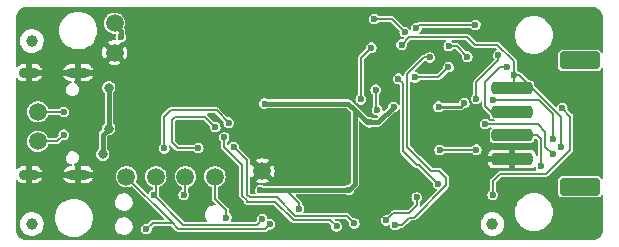
<source format=gbr>
%TF.GenerationSoftware,KiCad,Pcbnew,(6.0.7)*%
%TF.CreationDate,2022-09-06T17:23:01+02:00*%
%TF.ProjectId,bmp22,626d7032-322e-46b6-9963-61645f706362,rev?*%
%TF.SameCoordinates,Original*%
%TF.FileFunction,Copper,L2,Bot*%
%TF.FilePolarity,Positive*%
%FSLAX46Y46*%
G04 Gerber Fmt 4.6, Leading zero omitted, Abs format (unit mm)*
G04 Created by KiCad (PCBNEW (6.0.7)) date 2022-09-06 17:23:01*
%MOMM*%
%LPD*%
G01*
G04 APERTURE LIST*
G04 Aperture macros list*
%AMRoundRect*
0 Rectangle with rounded corners*
0 $1 Rounding radius*
0 $2 $3 $4 $5 $6 $7 $8 $9 X,Y pos of 4 corners*
0 Add a 4 corners polygon primitive as box body*
4,1,4,$2,$3,$4,$5,$6,$7,$8,$9,$2,$3,0*
0 Add four circle primitives for the rounded corners*
1,1,$1+$1,$2,$3*
1,1,$1+$1,$4,$5*
1,1,$1+$1,$6,$7*
1,1,$1+$1,$8,$9*
0 Add four rect primitives between the rounded corners*
20,1,$1+$1,$2,$3,$4,$5,0*
20,1,$1+$1,$4,$5,$6,$7,0*
20,1,$1+$1,$6,$7,$8,$9,0*
20,1,$1+$1,$8,$9,$2,$3,0*%
G04 Aperture macros list end*
%TA.AperFunction,ComponentPad*%
%ADD10O,1.700000X0.900000*%
%TD*%
%TA.AperFunction,ComponentPad*%
%ADD11O,2.000000X0.900000*%
%TD*%
%TA.AperFunction,SMDPad,CuDef*%
%ADD12C,1.500000*%
%TD*%
%TA.AperFunction,SMDPad,CuDef*%
%ADD13C,1.000000*%
%TD*%
%TA.AperFunction,SMDPad,CuDef*%
%ADD14RoundRect,0.250000X-1.500000X0.250000X-1.500000X-0.250000X1.500000X-0.250000X1.500000X0.250000X0*%
%TD*%
%TA.AperFunction,SMDPad,CuDef*%
%ADD15RoundRect,0.250001X-1.449999X0.499999X-1.449999X-0.499999X1.449999X-0.499999X1.449999X0.499999X0*%
%TD*%
%TA.AperFunction,ViaPad*%
%ADD16C,0.600000*%
%TD*%
%TA.AperFunction,ViaPad*%
%ADD17C,0.800000*%
%TD*%
%TA.AperFunction,Conductor*%
%ADD18C,0.400000*%
%TD*%
%TA.AperFunction,Conductor*%
%ADD19C,0.200000*%
%TD*%
%TA.AperFunction,Conductor*%
%ADD20C,0.250000*%
%TD*%
G04 APERTURE END LIST*
D10*
%TO.P,J301,S1,SHIELD*%
%TO.N,GND*%
X121260000Y-125680000D03*
D11*
X125430000Y-134320000D03*
D10*
X121260000Y-134320000D03*
D11*
X125430000Y-125680000D03*
%TD*%
D12*
%TO.P,TP305,1,1*%
%TO.N,GND*%
X128500000Y-124000000D03*
%TD*%
D13*
%TO.P,FID4,*%
%TO.N,*%
X121500000Y-123000000D03*
%TD*%
%TO.P,FID6,*%
%TO.N,*%
X121500000Y-138500000D03*
%TD*%
%TO.P,FID5,*%
%TO.N,*%
X160500000Y-138500000D03*
%TD*%
D14*
%TO.P,J202,1,Pin_1*%
%TO.N,TPWR*%
X162150000Y-127000000D03*
%TO.P,J202,2,Pin_2*%
%TO.N,/Sheet5F21D67E/TXD*%
X162150000Y-129000000D03*
%TO.P,J202,3,Pin_3*%
%TO.N,/Sheet5F21D67E/RXD*%
X162150000Y-131000000D03*
%TO.P,J202,4,Pin_4*%
%TO.N,GND*%
X162150000Y-133000000D03*
D15*
%TO.P,J202,MP*%
%TO.N,N/C*%
X167900000Y-135350000D03*
X167900000Y-124650000D03*
%TD*%
D12*
%TO.P,TP306,1,1*%
%TO.N,/Sheet5F25207C/TRACESWO*%
X129500000Y-134500000D03*
%TD*%
%TO.P,TP307,1,1*%
%TO.N,/Sheet5F25207C/SWDCLK*%
X132000000Y-134500000D03*
%TD*%
%TO.P,TP301,1,1*%
%TO.N,/Sheet5F25207C/~{RST}*%
X137000000Y-134500000D03*
%TD*%
%TO.P,TP309,1,1*%
%TO.N,GND*%
X141000000Y-134000000D03*
%TD*%
%TO.P,TP308,1,1*%
%TO.N,/Sheet5F25207C/SDWIO*%
X134500000Y-134500000D03*
%TD*%
%TO.P,TP304,1,1*%
%TO.N,/Sheet5F25207C/USBx1+*%
X122000000Y-131500000D03*
%TD*%
%TO.P,TP302,1,1*%
%TO.N,+5V*%
X128500000Y-121500000D03*
%TD*%
%TO.P,TP303,1,1*%
%TO.N,/Sheet5F25207C/USBx1-*%
X122000000Y-129000000D03*
%TD*%
D16*
%TO.N,GND*%
X150575000Y-137800000D03*
X130810000Y-125095000D03*
X156200000Y-131200000D03*
X127635000Y-135890000D03*
X127762000Y-134112000D03*
X153162000Y-121031000D03*
X136652000Y-127381000D03*
X161290000Y-135128000D03*
X160000000Y-122400000D03*
X167767000Y-137033000D03*
X127200000Y-125800000D03*
X159200000Y-130600000D03*
X145800000Y-120500000D03*
X156718000Y-120523000D03*
X154051000Y-127825500D03*
X160528000Y-120650000D03*
X143400000Y-138700000D03*
X153900000Y-123300000D03*
X139375000Y-121025000D03*
X138900000Y-126200000D03*
X149575000Y-135675000D03*
X123317000Y-133477000D03*
X131445000Y-128143000D03*
X148400000Y-120800000D03*
X165900000Y-127500000D03*
X130302000Y-128905000D03*
X141000000Y-137300000D03*
X156800000Y-139000000D03*
X166900000Y-120700000D03*
X136779000Y-132715000D03*
X153924000Y-131699000D03*
X137668000Y-135509000D03*
X152625000Y-133300000D03*
X159131000Y-125603000D03*
X129667000Y-124968000D03*
X133100000Y-135700000D03*
X138550000Y-137125000D03*
X123190000Y-127000000D03*
X168529000Y-126238000D03*
X137550000Y-127150000D03*
X127635000Y-138938000D03*
X159131000Y-133350000D03*
X158242000Y-136779000D03*
X159258000Y-136144000D03*
X145425000Y-137275000D03*
X148145500Y-122999500D03*
X121285000Y-136398000D03*
X168910000Y-133858000D03*
X159156400Y-129286000D03*
X132588000Y-127508000D03*
X140425000Y-124900000D03*
X154051000Y-129286000D03*
X135890000Y-135509000D03*
X133200000Y-139300000D03*
X127762000Y-137668000D03*
X129286000Y-125857000D03*
X139400000Y-123700000D03*
X161417000Y-120650000D03*
X151384000Y-123825000D03*
D17*
%TO.N,+5V*%
X128016000Y-126949200D03*
D16*
X129032000Y-122681992D03*
D17*
X127508000Y-132587992D03*
X128016000Y-130429000D03*
D16*
%TO.N,+3V3*%
X158369000Y-124333000D03*
X155933000Y-128567000D03*
X148335990Y-135636000D03*
X141200000Y-128300000D03*
X156799994Y-123444000D03*
X150100000Y-129900000D03*
X140843000Y-135636000D03*
X144125000Y-137200000D03*
X152120000Y-128600000D03*
X158115000Y-128270000D03*
%TO.N,xTPWR*%
X153924000Y-126085600D03*
X156768800Y-125222000D03*
%TO.N,/Sheet5F25207C/~{RST}*%
X137975000Y-137950000D03*
%TO.N,KEY*%
X166400000Y-128700000D03*
X160528000Y-136017000D03*
%TO.N,TCK*%
X165608000Y-131318000D03*
X160528000Y-128016000D03*
%TO.N,TMS*%
X165608000Y-132588000D03*
X159893000Y-130048000D03*
%TO.N,TPWR*%
X162306000Y-125857000D03*
X166300000Y-132000000D03*
X152799988Y-123312799D03*
%TO.N,/Sheet5F21D67E/RXD*%
X164592000Y-133604000D03*
%TO.N,/Sheet5F21D67E/TXD*%
X161756000Y-125229909D03*
%TO.N,/Sheet5F25207C/USBx1+*%
X124206000Y-130937000D03*
%TO.N,/Sheet5F25207C/USBx1-*%
X124206000Y-129032000D03*
%TO.N,/Sheet5F25207C/TRACESWO*%
X131191000Y-138938000D03*
X141624047Y-138516031D03*
%TO.N,/Sheet5F25207C/SWDCLK*%
X141000000Y-138100000D03*
X131826000Y-136042400D03*
%TO.N,/Sheet5F25207C/SDWIO*%
X134366000Y-136017000D03*
%TO.N,xTDI*%
X159131000Y-127889000D03*
X160994000Y-124213909D03*
%TO.N,Net-(Q201-Pad1)*%
X153074849Y-122247318D03*
X150495000Y-121158000D03*
%TO.N,xRST*%
X159048828Y-121651529D03*
X154051000Y-121920000D03*
%TO.N,iRST*%
X150241000Y-123571000D03*
X149352000Y-127952500D03*
%TO.N,/Sheet5F25207C/VBUS*%
X138176000Y-129921000D03*
X132700000Y-132100000D03*
%TO.N,Net-(R309-Pad2)*%
X137033000Y-130302000D03*
X135585200Y-132080000D03*
%TO.N,iTXD*%
X155200000Y-124400000D03*
X152273000Y-138557000D03*
X147300000Y-138700000D03*
X137775000Y-131175000D03*
%TO.N,iRXD*%
X138575000Y-131975000D03*
X148800000Y-138449990D03*
X154093000Y-136251000D03*
X151500000Y-138200000D03*
%TO.N,iTDO*%
X152527000Y-126200000D03*
X155900000Y-135125000D03*
%TO.N,iTMS_DIR*%
X159131000Y-132207000D03*
X156033586Y-132229980D03*
%TO.N,iTMS*%
X150622000Y-127127000D03*
X150740014Y-128862181D03*
%TD*%
D18*
%TO.N,+3V3*%
X148844000Y-128844000D02*
X149900000Y-129900000D01*
X149900000Y-129900000D02*
X150100000Y-129900000D01*
X150820000Y-129900000D02*
X152120000Y-128600000D01*
X150100000Y-129900000D02*
X150820000Y-129900000D01*
D19*
X144125000Y-137200000D02*
X144125000Y-136725000D01*
X144125000Y-136725000D02*
X143036000Y-135636000D01*
%TO.N,iRXD*%
X139944979Y-136249989D02*
X142244980Y-136249990D01*
X143819990Y-137825000D02*
X148175010Y-137825000D01*
X148175010Y-137825000D02*
X148800000Y-138449990D01*
X139698317Y-133098317D02*
X139698317Y-136003327D01*
X139698317Y-136003327D02*
X139944979Y-136249989D01*
X142244980Y-136249990D02*
X143819990Y-137825000D01*
X138575000Y-131975000D02*
X139698317Y-133098317D01*
%TO.N,iTXD*%
X146775000Y-138175000D02*
X147300000Y-138700000D01*
X143675000Y-138175000D02*
X146775000Y-138175000D01*
X139700000Y-136600000D02*
X142100000Y-136600000D01*
X142100000Y-136600000D02*
X143675000Y-138175000D01*
X139700000Y-136500000D02*
X139700000Y-136600000D01*
X137775000Y-131975000D02*
X139300000Y-133500000D01*
X139300000Y-133500000D02*
X139300000Y-136100000D01*
X139300000Y-136100000D02*
X139700000Y-136500000D01*
X137775000Y-131175000D02*
X137775000Y-131975000D01*
%TO.N,iTDO*%
X152908000Y-126581000D02*
X152527000Y-126200000D01*
X154093000Y-133519000D02*
X152908000Y-132334000D01*
X155900000Y-135125000D02*
X154294000Y-133519000D01*
X154294000Y-133519000D02*
X154093000Y-133519000D01*
X152908000Y-132334000D02*
X152908000Y-126581000D01*
%TO.N,iTXD*%
X154678000Y-124400000D02*
X155200000Y-124400000D01*
X153289000Y-125789000D02*
X154678000Y-124400000D01*
X153289000Y-131994010D02*
X153289000Y-125789000D01*
X155985000Y-133985000D02*
X155279990Y-133985000D01*
X156600000Y-135225000D02*
X156600000Y-134600000D01*
X153874990Y-137950010D02*
X156600000Y-135225000D01*
X156600000Y-134600000D02*
X155985000Y-133985000D01*
X153449990Y-137950010D02*
X153874990Y-137950010D01*
X152843000Y-138557000D02*
X153449990Y-137950010D01*
X155279990Y-133985000D02*
X153289000Y-131994010D01*
X152273000Y-138557000D02*
X152843000Y-138557000D01*
%TO.N,/Sheet5F25207C/~{RST}*%
X137975000Y-137350000D02*
X137000000Y-136375000D01*
X137000000Y-136375000D02*
X137000000Y-134500000D01*
X137975000Y-137950000D02*
X137975000Y-137350000D01*
%TO.N,/Sheet5F25207C/SWDCLK*%
X134324989Y-138549989D02*
X140550011Y-138549989D01*
X140550011Y-138549989D02*
X141000000Y-138100000D01*
X131826000Y-136051000D02*
X134324989Y-138549989D01*
X131826000Y-136042400D02*
X131826000Y-136051000D01*
D18*
%TO.N,+5V*%
X127508000Y-130937000D02*
X127508000Y-132587992D01*
X128500000Y-121500000D02*
X128500000Y-121642000D01*
X128016000Y-130429000D02*
X127508000Y-130937000D01*
X129032000Y-122174000D02*
X129032000Y-122681992D01*
X128500000Y-121642000D02*
X129032000Y-122174000D01*
X128016000Y-126949200D02*
X128016000Y-130429000D01*
%TO.N,+3V3*%
X148335990Y-135636000D02*
X148844000Y-135127990D01*
X148300000Y-128300000D02*
X141200000Y-128300000D01*
D19*
X158369000Y-124333000D02*
X157480000Y-123444000D01*
D18*
X148844000Y-128844000D02*
X148300000Y-128300000D01*
D20*
X157818000Y-128567000D02*
X158115000Y-128270000D01*
X155933000Y-128567000D02*
X157818000Y-128567000D01*
D19*
X157480000Y-123444000D02*
X156799994Y-123444000D01*
D18*
X143764000Y-135636000D02*
X148335990Y-135636000D01*
X148844000Y-135127990D02*
X148844000Y-128844000D01*
X143036000Y-135636000D02*
X143764000Y-135636000D01*
X140843000Y-135636000D02*
X143036000Y-135636000D01*
D19*
%TO.N,xTPWR*%
X153924000Y-126085600D02*
X155905200Y-126085600D01*
X155905200Y-126085600D02*
X156768800Y-125222000D01*
%TO.N,KEY*%
X160528000Y-136017000D02*
X160528000Y-134874000D01*
X167100000Y-129400000D02*
X167100000Y-132200000D01*
X161163000Y-134239000D02*
X165061000Y-134239000D01*
X166400000Y-128700000D02*
X167100000Y-129400000D01*
X160528000Y-134874000D02*
X161163000Y-134239000D01*
X167100000Y-132200000D02*
X165061000Y-134239000D01*
%TO.N,TCK*%
X164407008Y-128016000D02*
X165608000Y-129216992D01*
X160528000Y-128016000D02*
X164407008Y-128016000D01*
X165608000Y-129216992D02*
X165608000Y-131318000D01*
%TO.N,TMS*%
X164973000Y-130683000D02*
X164973000Y-131953000D01*
X159893000Y-130048000D02*
X164338000Y-130048000D01*
X164973000Y-131953000D02*
X165608000Y-132588000D01*
X164338000Y-130048000D02*
X164973000Y-130683000D01*
%TO.N,TPWR*%
X160909000Y-123317000D02*
X159004000Y-123317000D01*
X162306000Y-124714000D02*
X160909000Y-123317000D01*
X162306000Y-125857000D02*
X162742998Y-125857000D01*
X159004000Y-123317000D02*
X158369000Y-122682000D01*
X158369000Y-122682000D02*
X153430787Y-122682000D01*
X162306000Y-125857000D02*
X162306000Y-124714000D01*
X162742998Y-125857000D02*
X166300000Y-129414002D01*
X166300000Y-129414002D02*
X166300000Y-132000000D01*
X162306000Y-125857000D02*
X162306000Y-126844000D01*
X162306000Y-126844000D02*
X162150000Y-127000000D01*
X153430787Y-122682000D02*
X152799988Y-123312799D01*
X162200800Y-126949200D02*
X162150000Y-127000000D01*
%TO.N,/Sheet5F21D67E/RXD*%
X162150000Y-131000000D02*
X164274000Y-131000000D01*
X164274000Y-131000000D02*
X164592000Y-131318000D01*
X164592000Y-131318000D02*
X164592000Y-133604000D01*
%TO.N,/Sheet5F21D67E/TXD*%
X159893000Y-128524000D02*
X159893000Y-126492000D01*
X160369000Y-129000000D02*
X159893000Y-128524000D01*
X161155091Y-125229909D02*
X161756000Y-125229909D01*
X159893000Y-126492000D02*
X161155091Y-125229909D01*
X162150000Y-129000000D02*
X160369000Y-129000000D01*
%TO.N,/Sheet5F25207C/USBx1+*%
X123643000Y-131500000D02*
X122000000Y-131500000D01*
X124206000Y-130937000D02*
X123643000Y-131500000D01*
%TO.N,/Sheet5F25207C/USBx1-*%
X124206000Y-129032000D02*
X122032000Y-129032000D01*
X122032000Y-129032000D02*
X122000000Y-129000000D01*
%TO.N,/Sheet5F25207C/TRACESWO*%
X129500000Y-134500000D02*
X133350000Y-138350000D01*
X131191000Y-138938000D02*
X131729000Y-138400000D01*
X133300000Y-138400000D02*
X133350000Y-138350000D01*
X133350000Y-138350000D02*
X133900000Y-138900000D01*
X131729000Y-138400000D02*
X133300000Y-138400000D01*
X141240078Y-138900000D02*
X141624047Y-138516031D01*
X133900000Y-138900000D02*
X141240078Y-138900000D01*
%TO.N,/Sheet5F25207C/SWDCLK*%
X132000000Y-134500000D02*
X132000000Y-135868400D01*
X132000000Y-135868400D02*
X131826000Y-136042400D01*
%TO.N,/Sheet5F25207C/SDWIO*%
X134500000Y-135883000D02*
X134366000Y-136017000D01*
X134500000Y-134500000D02*
X134500000Y-135883000D01*
%TO.N,xTDI*%
X160994000Y-124213909D02*
X160994000Y-124638173D01*
X160994000Y-124638173D02*
X159131000Y-126501173D01*
X159131000Y-126501173D02*
X159131000Y-127889000D01*
%TO.N,Net-(Q201-Pad1)*%
X150495000Y-121158000D02*
X151985531Y-121158000D01*
X151985531Y-121158000D02*
X153074849Y-122247318D01*
%TO.N,xRST*%
X154319471Y-121651529D02*
X154051000Y-121920000D01*
X159048828Y-121651529D02*
X154319471Y-121651529D01*
%TO.N,iRST*%
X149352000Y-124460000D02*
X150241000Y-123571000D01*
X149352000Y-127952500D02*
X149352000Y-124460000D01*
%TO.N,/Sheet5F25207C/VBUS*%
X137134600Y-128879600D02*
X133248400Y-128879600D01*
X133248400Y-128879600D02*
X132700000Y-129428000D01*
X138176000Y-129921000D02*
X137134600Y-128879600D01*
X132700000Y-129428000D02*
X132700000Y-132100000D01*
%TO.N,Net-(R309-Pad2)*%
X133350000Y-131572000D02*
X133858000Y-132080000D01*
X136144000Y-129413000D02*
X133604000Y-129413000D01*
X137033000Y-130302000D02*
X136144000Y-129413000D01*
X133604000Y-129413000D02*
X133350000Y-129667000D01*
X133350000Y-129667000D02*
X133350000Y-131572000D01*
X133858000Y-132080000D02*
X135585200Y-132080000D01*
%TO.N,iRXD*%
X153400000Y-137600000D02*
X154093000Y-136907000D01*
X151500000Y-138200000D02*
X152100000Y-137600000D01*
X152100000Y-137600000D02*
X153400000Y-137600000D01*
X154093000Y-136907000D02*
X154093000Y-136251000D01*
%TO.N,iTMS_DIR*%
X159131000Y-132207000D02*
X156056566Y-132207000D01*
X156056566Y-132207000D02*
X156033586Y-132229980D01*
%TO.N,iTMS*%
X150622000Y-127127000D02*
X150622000Y-128744167D01*
X150622000Y-128744167D02*
X150740014Y-128862181D01*
%TD*%
%TA.AperFunction,Conductor*%
%TO.N,GND*%
G36*
X168989594Y-120153021D02*
G01*
X169000000Y-120155809D01*
X169009409Y-120153288D01*
X169019152Y-120153288D01*
X169019152Y-120153962D01*
X169027888Y-120153247D01*
X169158475Y-120166109D01*
X169172703Y-120168939D01*
X169318116Y-120213049D01*
X169331519Y-120218601D01*
X169465530Y-120290232D01*
X169477591Y-120298291D01*
X169595053Y-120394689D01*
X169605311Y-120404947D01*
X169701709Y-120522409D01*
X169709768Y-120534470D01*
X169781399Y-120668481D01*
X169786951Y-120681884D01*
X169831061Y-120827297D01*
X169833891Y-120841525D01*
X169846753Y-120972112D01*
X169846038Y-120980848D01*
X169846712Y-120980848D01*
X169846712Y-120990591D01*
X169844191Y-121000000D01*
X169846712Y-121009408D01*
X169846979Y-121010404D01*
X169849500Y-121029557D01*
X169849500Y-123939915D01*
X169832187Y-123987481D01*
X169788350Y-124012791D01*
X169738500Y-124004001D01*
X169709565Y-123973510D01*
X169680693Y-123916844D01*
X169680691Y-123916841D01*
X169678050Y-123911658D01*
X169588342Y-123821950D01*
X169583159Y-123819309D01*
X169583156Y-123819307D01*
X169480493Y-123766998D01*
X169480491Y-123766997D01*
X169475303Y-123764354D01*
X169381518Y-123749500D01*
X166418482Y-123749500D01*
X166324697Y-123764354D01*
X166319509Y-123766997D01*
X166319507Y-123766998D01*
X166216844Y-123819307D01*
X166216841Y-123819309D01*
X166211658Y-123821950D01*
X166121950Y-123911658D01*
X166119309Y-123916841D01*
X166119307Y-123916844D01*
X166066998Y-124019507D01*
X166064354Y-124024697D01*
X166049500Y-124118482D01*
X166049500Y-125181518D01*
X166064354Y-125275303D01*
X166066997Y-125280491D01*
X166066998Y-125280493D01*
X166119307Y-125383156D01*
X166119309Y-125383159D01*
X166121950Y-125388342D01*
X166211658Y-125478050D01*
X166216841Y-125480691D01*
X166216844Y-125480693D01*
X166319507Y-125533002D01*
X166319509Y-125533003D01*
X166324697Y-125535646D01*
X166418482Y-125550500D01*
X169381518Y-125550500D01*
X169475303Y-125535646D01*
X169480491Y-125533003D01*
X169480493Y-125533002D01*
X169583156Y-125480693D01*
X169583159Y-125480691D01*
X169588342Y-125478050D01*
X169678050Y-125388342D01*
X169680691Y-125383159D01*
X169680693Y-125383156D01*
X169709565Y-125326490D01*
X169746586Y-125291968D01*
X169797135Y-125289318D01*
X169837562Y-125319782D01*
X169849500Y-125360085D01*
X169849500Y-134639915D01*
X169832187Y-134687481D01*
X169788350Y-134712791D01*
X169738500Y-134704001D01*
X169709565Y-134673510D01*
X169680693Y-134616844D01*
X169680691Y-134616841D01*
X169678050Y-134611658D01*
X169588342Y-134521950D01*
X169583159Y-134519309D01*
X169583156Y-134519307D01*
X169480493Y-134466998D01*
X169480491Y-134466997D01*
X169475303Y-134464354D01*
X169381518Y-134449500D01*
X166418482Y-134449500D01*
X166324697Y-134464354D01*
X166319509Y-134466997D01*
X166319507Y-134466998D01*
X166216844Y-134519307D01*
X166216841Y-134519309D01*
X166211658Y-134521950D01*
X166121950Y-134611658D01*
X166119309Y-134616841D01*
X166119307Y-134616844D01*
X166066998Y-134719507D01*
X166064354Y-134724697D01*
X166049500Y-134818482D01*
X166049500Y-135881518D01*
X166064354Y-135975303D01*
X166066997Y-135980491D01*
X166066998Y-135980493D01*
X166119307Y-136083156D01*
X166119309Y-136083159D01*
X166121950Y-136088342D01*
X166211658Y-136178050D01*
X166216841Y-136180691D01*
X166216844Y-136180693D01*
X166319507Y-136233002D01*
X166319509Y-136233003D01*
X166324697Y-136235646D01*
X166418482Y-136250500D01*
X169381518Y-136250500D01*
X169475303Y-136235646D01*
X169480491Y-136233003D01*
X169480493Y-136233002D01*
X169583156Y-136180693D01*
X169583159Y-136180691D01*
X169588342Y-136178050D01*
X169678050Y-136088342D01*
X169680691Y-136083159D01*
X169680693Y-136083156D01*
X169708097Y-136029370D01*
X169709565Y-136026490D01*
X169746586Y-135991968D01*
X169797135Y-135989318D01*
X169837562Y-136019782D01*
X169849500Y-136060085D01*
X169849500Y-138970443D01*
X169846979Y-138989594D01*
X169844191Y-139000000D01*
X169846712Y-139009409D01*
X169846712Y-139019152D01*
X169846038Y-139019152D01*
X169846753Y-139027888D01*
X169833891Y-139158475D01*
X169831061Y-139172703D01*
X169786951Y-139318116D01*
X169781399Y-139331519D01*
X169709768Y-139465530D01*
X169701709Y-139477591D01*
X169681224Y-139502552D01*
X169621358Y-139575500D01*
X169605311Y-139595053D01*
X169595053Y-139605311D01*
X169477591Y-139701709D01*
X169465530Y-139709768D01*
X169331519Y-139781399D01*
X169318116Y-139786951D01*
X169172703Y-139831061D01*
X169158475Y-139833891D01*
X169027888Y-139846753D01*
X169019152Y-139846038D01*
X169019152Y-139846712D01*
X169009409Y-139846712D01*
X169000000Y-139844191D01*
X168989594Y-139846979D01*
X168970443Y-139849500D01*
X121029557Y-139849500D01*
X121010406Y-139846979D01*
X121000000Y-139844191D01*
X120990591Y-139846712D01*
X120980848Y-139846712D01*
X120980848Y-139846038D01*
X120972112Y-139846753D01*
X120841525Y-139833891D01*
X120827297Y-139831061D01*
X120681884Y-139786951D01*
X120668481Y-139781399D01*
X120534470Y-139709768D01*
X120522409Y-139701709D01*
X120404947Y-139605311D01*
X120394689Y-139595053D01*
X120378643Y-139575500D01*
X120318776Y-139502552D01*
X120298291Y-139477591D01*
X120290232Y-139465530D01*
X120218601Y-139331519D01*
X120213049Y-139318116D01*
X120168939Y-139172703D01*
X120166109Y-139158475D01*
X120153247Y-139027888D01*
X120153962Y-139019152D01*
X120153288Y-139019152D01*
X120153288Y-139009409D01*
X120155809Y-139000000D01*
X120153021Y-138989594D01*
X120150500Y-138970443D01*
X120150500Y-138485963D01*
X120494757Y-138485963D01*
X120495060Y-138489572D01*
X120495060Y-138489574D01*
X120508985Y-138655408D01*
X120511175Y-138681483D01*
X120524757Y-138728848D01*
X120563041Y-138862359D01*
X120565258Y-138870091D01*
X120578723Y-138896291D01*
X120653288Y-139041380D01*
X120653291Y-139041385D01*
X120654944Y-139044601D01*
X120776818Y-139198369D01*
X120926238Y-139325535D01*
X120929400Y-139327302D01*
X121094354Y-139419492D01*
X121094358Y-139419494D01*
X121097513Y-139421257D01*
X121100949Y-139422374D01*
X121100955Y-139422376D01*
X121219467Y-139460882D01*
X121284118Y-139481889D01*
X121344541Y-139489094D01*
X121475346Y-139504692D01*
X121475349Y-139504692D01*
X121478946Y-139505121D01*
X121543365Y-139500164D01*
X121670965Y-139490346D01*
X121670966Y-139490346D01*
X121674576Y-139490068D01*
X121863556Y-139437303D01*
X121866783Y-139435673D01*
X122035455Y-139350471D01*
X122035458Y-139350469D01*
X122038689Y-139348837D01*
X122193303Y-139228040D01*
X122321509Y-139079511D01*
X122323292Y-139076372D01*
X122323295Y-139076368D01*
X122382616Y-138971943D01*
X122418425Y-138908909D01*
X122420301Y-138903272D01*
X122479215Y-138726168D01*
X122480358Y-138722732D01*
X122481123Y-138716681D01*
X122504691Y-138530115D01*
X122504691Y-138530111D01*
X122504949Y-138528071D01*
X122505047Y-138521091D01*
X122505312Y-138502062D01*
X122505341Y-138500000D01*
X122503011Y-138476231D01*
X122494428Y-138388702D01*
X122486194Y-138304728D01*
X122480338Y-138285330D01*
X122471734Y-138256834D01*
X122429484Y-138116894D01*
X122366041Y-137997576D01*
X122354037Y-137975000D01*
X123444551Y-137975000D01*
X123444779Y-137977897D01*
X123463960Y-138221608D01*
X123464317Y-138226148D01*
X123469464Y-138247586D01*
X123516722Y-138444430D01*
X123523127Y-138471111D01*
X123524240Y-138473798D01*
X123617936Y-138700000D01*
X123619534Y-138703859D01*
X123621055Y-138706341D01*
X123621057Y-138706345D01*
X123719023Y-138866210D01*
X123751164Y-138918659D01*
X123753056Y-138920874D01*
X123753058Y-138920877D01*
X123906471Y-139100500D01*
X123914776Y-139110224D01*
X123916990Y-139112115D01*
X124055331Y-139230269D01*
X124106341Y-139273836D01*
X124108828Y-139275360D01*
X124318655Y-139403943D01*
X124318659Y-139403945D01*
X124321141Y-139405466D01*
X124323834Y-139406581D01*
X124323835Y-139406582D01*
X124400349Y-139438275D01*
X124553889Y-139501873D01*
X124798852Y-139560683D01*
X124801739Y-139560910D01*
X124801744Y-139560911D01*
X124924363Y-139570561D01*
X124987118Y-139575500D01*
X125112882Y-139575500D01*
X125175637Y-139570561D01*
X125298256Y-139560911D01*
X125298261Y-139560910D01*
X125301148Y-139560683D01*
X125546111Y-139501873D01*
X125699651Y-139438275D01*
X125776165Y-139406582D01*
X125776166Y-139406581D01*
X125778859Y-139405466D01*
X125781341Y-139403945D01*
X125781345Y-139403943D01*
X125991172Y-139275360D01*
X125993659Y-139273836D01*
X126044670Y-139230269D01*
X126183010Y-139112115D01*
X126185224Y-139110224D01*
X126193529Y-139100500D01*
X126346942Y-138920877D01*
X126346944Y-138920874D01*
X126348836Y-138918659D01*
X126380977Y-138866210D01*
X126467752Y-138724607D01*
X128536222Y-138724607D01*
X128543299Y-138765794D01*
X128564024Y-138886406D01*
X128565673Y-138896004D01*
X128567355Y-138899957D01*
X128631276Y-139050179D01*
X128633765Y-139056029D01*
X128636310Y-139059487D01*
X128730710Y-139187763D01*
X128736843Y-139196097D01*
X128740114Y-139198876D01*
X128740116Y-139198878D01*
X128777066Y-139230269D01*
X128869380Y-139308695D01*
X129024265Y-139387783D01*
X129193190Y-139429119D01*
X129204167Y-139429800D01*
X129329547Y-139429800D01*
X129331672Y-139429552D01*
X129331676Y-139429552D01*
X129454468Y-139415236D01*
X129454469Y-139415236D01*
X129458739Y-139414738D01*
X129462781Y-139413271D01*
X129618166Y-139356869D01*
X129618169Y-139356868D01*
X129622212Y-139355400D01*
X129767650Y-139260047D01*
X129887251Y-139133793D01*
X129895794Y-139119086D01*
X129948765Y-139027888D01*
X129974599Y-138983412D01*
X130025010Y-138816969D01*
X130025509Y-138808922D01*
X130035512Y-138647687D01*
X130035512Y-138647684D01*
X130035778Y-138643393D01*
X130016314Y-138530115D01*
X130007055Y-138476231D01*
X130007054Y-138476229D01*
X130006327Y-138471996D01*
X129994646Y-138444545D01*
X129939917Y-138315923D01*
X129939915Y-138315920D01*
X129938235Y-138311971D01*
X129881046Y-138234259D01*
X129837703Y-138175362D01*
X129837701Y-138175360D01*
X129835157Y-138171903D01*
X129830660Y-138168082D01*
X129705897Y-138062089D01*
X129702620Y-138059305D01*
X129547735Y-137980217D01*
X129378810Y-137938881D01*
X129367833Y-137938200D01*
X129242453Y-137938200D01*
X129240328Y-137938448D01*
X129240324Y-137938448D01*
X129117532Y-137952764D01*
X129117531Y-137952764D01*
X129113261Y-137953262D01*
X129109220Y-137954729D01*
X129109219Y-137954729D01*
X128953834Y-138011131D01*
X128953831Y-138011132D01*
X128949788Y-138012600D01*
X128804350Y-138107953D01*
X128684749Y-138234207D01*
X128682593Y-138237918D01*
X128682592Y-138237920D01*
X128649683Y-138294577D01*
X128597401Y-138384588D01*
X128546990Y-138551031D01*
X128546724Y-138555316D01*
X128546724Y-138555317D01*
X128536714Y-138716681D01*
X128536222Y-138724607D01*
X126467752Y-138724607D01*
X126478943Y-138706345D01*
X126478945Y-138706341D01*
X126480466Y-138703859D01*
X126482065Y-138700000D01*
X126575760Y-138473798D01*
X126576873Y-138471111D01*
X126583279Y-138444430D01*
X126630536Y-138247586D01*
X126635683Y-138226148D01*
X126636041Y-138221608D01*
X126655221Y-137977897D01*
X126655449Y-137975000D01*
X126646190Y-137857350D01*
X126635911Y-137726744D01*
X126635910Y-137726739D01*
X126635683Y-137723852D01*
X126598234Y-137567864D01*
X126577552Y-137481717D01*
X126577552Y-137481716D01*
X126576873Y-137478889D01*
X126480466Y-137246141D01*
X126465624Y-137221920D01*
X126350360Y-137033828D01*
X126348836Y-137031341D01*
X126345545Y-137027487D01*
X126187115Y-136841990D01*
X126185224Y-136839776D01*
X126180763Y-136835966D01*
X126012912Y-136692607D01*
X128536222Y-136692607D01*
X128547281Y-136756966D01*
X128563952Y-136853986D01*
X128565673Y-136864004D01*
X128567355Y-136867957D01*
X128626399Y-137006717D01*
X128633765Y-137024029D01*
X128636310Y-137027487D01*
X128733590Y-137159676D01*
X128736843Y-137164097D01*
X128740114Y-137166876D01*
X128740116Y-137166878D01*
X128840011Y-137251744D01*
X128869380Y-137276695D01*
X129024265Y-137355783D01*
X129193190Y-137397119D01*
X129204167Y-137397800D01*
X129329547Y-137397800D01*
X129331672Y-137397552D01*
X129331676Y-137397552D01*
X129454468Y-137383236D01*
X129454469Y-137383236D01*
X129458739Y-137382738D01*
X129486388Y-137372702D01*
X129618166Y-137324869D01*
X129618169Y-137324868D01*
X129622212Y-137323400D01*
X129767650Y-137228047D01*
X129887251Y-137101793D01*
X129895495Y-137087601D01*
X129972441Y-136955127D01*
X129974599Y-136951412D01*
X130025010Y-136784969D01*
X130029174Y-136717852D01*
X130035512Y-136615687D01*
X130035512Y-136615684D01*
X130035778Y-136611393D01*
X130014349Y-136486683D01*
X130007055Y-136444231D01*
X130007054Y-136444229D01*
X130006327Y-136439996D01*
X129981713Y-136382149D01*
X129939917Y-136283923D01*
X129939915Y-136283920D01*
X129938235Y-136279971D01*
X129881634Y-136203058D01*
X129837703Y-136143362D01*
X129837701Y-136143360D01*
X129835157Y-136139903D01*
X129828406Y-136134167D01*
X129705897Y-136030089D01*
X129702620Y-136027305D01*
X129547735Y-135948217D01*
X129378810Y-135906881D01*
X129367833Y-135906200D01*
X129242453Y-135906200D01*
X129240328Y-135906448D01*
X129240324Y-135906448D01*
X129117532Y-135920764D01*
X129117531Y-135920764D01*
X129113261Y-135921262D01*
X129109220Y-135922729D01*
X129109219Y-135922729D01*
X128953834Y-135979131D01*
X128953831Y-135979132D01*
X128949788Y-135980600D01*
X128804350Y-136075953D01*
X128684749Y-136202207D01*
X128682593Y-136205918D01*
X128682592Y-136205920D01*
X128644496Y-136271507D01*
X128597401Y-136352588D01*
X128546990Y-136519031D01*
X128546724Y-136523316D01*
X128546724Y-136523317D01*
X128537125Y-136678058D01*
X128536222Y-136692607D01*
X126012912Y-136692607D01*
X125995877Y-136678058D01*
X125995874Y-136678056D01*
X125993659Y-136676164D01*
X125913855Y-136627260D01*
X125781345Y-136546057D01*
X125781341Y-136546055D01*
X125778859Y-136544534D01*
X125727637Y-136523317D01*
X125548798Y-136449240D01*
X125546111Y-136448127D01*
X125301148Y-136389317D01*
X125298261Y-136389090D01*
X125298256Y-136389089D01*
X125175637Y-136379439D01*
X125112882Y-136374500D01*
X124987118Y-136374500D01*
X124924363Y-136379439D01*
X124801744Y-136389089D01*
X124801739Y-136389090D01*
X124798852Y-136389317D01*
X124553889Y-136448127D01*
X124551202Y-136449240D01*
X124372364Y-136523317D01*
X124321141Y-136544534D01*
X124318659Y-136546055D01*
X124318655Y-136546057D01*
X124186145Y-136627260D01*
X124106341Y-136676164D01*
X124104126Y-136678056D01*
X124104123Y-136678058D01*
X123919237Y-136835966D01*
X123914776Y-136839776D01*
X123912885Y-136841990D01*
X123754456Y-137027487D01*
X123751164Y-137031341D01*
X123749640Y-137033828D01*
X123634377Y-137221920D01*
X123619534Y-137246141D01*
X123523127Y-137478889D01*
X123522448Y-137481716D01*
X123522448Y-137481717D01*
X123501766Y-137567864D01*
X123464317Y-137723852D01*
X123464090Y-137726739D01*
X123464089Y-137726744D01*
X123453810Y-137857350D01*
X123444551Y-137975000D01*
X122354037Y-137975000D01*
X122339069Y-137946848D01*
X122339068Y-137946847D01*
X122337370Y-137943653D01*
X122213361Y-137791602D01*
X122086726Y-137686841D01*
X122064975Y-137668847D01*
X122064974Y-137668846D01*
X122062180Y-137666535D01*
X122048724Y-137659259D01*
X121892768Y-137574934D01*
X121889585Y-137573213D01*
X121886135Y-137572145D01*
X121886130Y-137572143D01*
X121752961Y-137530921D01*
X121702152Y-137515193D01*
X121507019Y-137494683D01*
X121311618Y-137512466D01*
X121308145Y-137513488D01*
X121308146Y-137513488D01*
X121126864Y-137566842D01*
X121126860Y-137566844D01*
X121123393Y-137567864D01*
X121040843Y-137611020D01*
X120952719Y-137657090D01*
X120952716Y-137657092D01*
X120949512Y-137658767D01*
X120946694Y-137661033D01*
X120946692Y-137661034D01*
X120799419Y-137779444D01*
X120799416Y-137779447D01*
X120796600Y-137781711D01*
X120670480Y-137932016D01*
X120668738Y-137935184D01*
X120668737Y-137935186D01*
X120656054Y-137958257D01*
X120575956Y-138103954D01*
X120574864Y-138107397D01*
X120574863Y-138107399D01*
X120518420Y-138285330D01*
X120516628Y-138290978D01*
X120516225Y-138294574D01*
X120516224Y-138294577D01*
X120512304Y-138329527D01*
X120494757Y-138485963D01*
X120150500Y-138485963D01*
X120150500Y-134846705D01*
X120167813Y-134799139D01*
X120211650Y-134773829D01*
X120261500Y-134782619D01*
X120284101Y-134802844D01*
X120305209Y-134831527D01*
X120311021Y-134837760D01*
X120437758Y-134945430D01*
X120444865Y-134950170D01*
X120592961Y-135025791D01*
X120600969Y-135028769D01*
X120763465Y-135068532D01*
X120769957Y-135069520D01*
X120776566Y-135069930D01*
X120778824Y-135070000D01*
X120996952Y-135070000D01*
X121006948Y-135066362D01*
X121010000Y-135061075D01*
X121010000Y-135056952D01*
X121510000Y-135056952D01*
X121513638Y-135066948D01*
X121518925Y-135070000D01*
X121701653Y-135070000D01*
X121705923Y-135069752D01*
X121829440Y-135055351D01*
X121837755Y-135053385D01*
X121994060Y-134996650D01*
X122001705Y-134992821D01*
X122140765Y-134901649D01*
X122147321Y-134896167D01*
X122261681Y-134775446D01*
X122266794Y-134768612D01*
X122350320Y-134624813D01*
X122353724Y-134616983D01*
X122364172Y-134582488D01*
X122363676Y-134573484D01*
X124174750Y-134573484D01*
X124175483Y-134579889D01*
X124222406Y-134690165D01*
X124226642Y-134697591D01*
X124325204Y-134831522D01*
X124331021Y-134837760D01*
X124457758Y-134945430D01*
X124464865Y-134950170D01*
X124612961Y-135025791D01*
X124620969Y-135028769D01*
X124783465Y-135068532D01*
X124789957Y-135069520D01*
X124796566Y-135069930D01*
X124798824Y-135070000D01*
X125166952Y-135070000D01*
X125176948Y-135066362D01*
X125180000Y-135061075D01*
X125180000Y-135056952D01*
X125680000Y-135056952D01*
X125683638Y-135066948D01*
X125688925Y-135070000D01*
X126021653Y-135070000D01*
X126025923Y-135069752D01*
X126149440Y-135055351D01*
X126157755Y-135053385D01*
X126314060Y-134996650D01*
X126321705Y-134992821D01*
X126460765Y-134901649D01*
X126467321Y-134896167D01*
X126581681Y-134775446D01*
X126586794Y-134768612D01*
X126670320Y-134624813D01*
X126673724Y-134616983D01*
X126684172Y-134582488D01*
X126683587Y-134571868D01*
X126682584Y-134570797D01*
X126679244Y-134570000D01*
X125693048Y-134570000D01*
X125683052Y-134573638D01*
X125680000Y-134578925D01*
X125680000Y-135056952D01*
X125180000Y-135056952D01*
X125180000Y-134583048D01*
X125176362Y-134573052D01*
X125171075Y-134570000D01*
X124184323Y-134570000D01*
X124174750Y-134573484D01*
X122363676Y-134573484D01*
X122363587Y-134571868D01*
X122362584Y-134570797D01*
X122359244Y-134570000D01*
X121523048Y-134570000D01*
X121513052Y-134573638D01*
X121510000Y-134578925D01*
X121510000Y-135056952D01*
X121010000Y-135056952D01*
X121010000Y-134500000D01*
X128594540Y-134500000D01*
X128594945Y-134503853D01*
X128613678Y-134682086D01*
X128614326Y-134688256D01*
X128672821Y-134868284D01*
X128767467Y-135032216D01*
X128770058Y-135035093D01*
X128770059Y-135035095D01*
X128789739Y-135056952D01*
X128894129Y-135172888D01*
X128907883Y-135182881D01*
X129032744Y-135273597D01*
X129047270Y-135284151D01*
X129050812Y-135285728D01*
X129216652Y-135359566D01*
X129216655Y-135359567D01*
X129220197Y-135361144D01*
X129223989Y-135361950D01*
X129223992Y-135361951D01*
X129393663Y-135398015D01*
X129405354Y-135400500D01*
X129594646Y-135400500D01*
X129606337Y-135398015D01*
X129776008Y-135361951D01*
X129776011Y-135361950D01*
X129779803Y-135361144D01*
X129783345Y-135359567D01*
X129783348Y-135359566D01*
X129890465Y-135311874D01*
X129940961Y-135308343D01*
X129972890Y-135327150D01*
X132668914Y-138023174D01*
X132690306Y-138069050D01*
X132677205Y-138117945D01*
X132635741Y-138146979D01*
X132616588Y-138149500D01*
X131760962Y-138149500D01*
X131746525Y-138148078D01*
X131736149Y-138146014D01*
X131729000Y-138144592D01*
X131721851Y-138146014D01*
X131704326Y-138149500D01*
X131638407Y-138162612D01*
X131638405Y-138162613D01*
X131631260Y-138164034D01*
X131625203Y-138168081D01*
X131625201Y-138168082D01*
X131591635Y-138190510D01*
X131548399Y-138219399D01*
X131544350Y-138225459D01*
X131538470Y-138234259D01*
X131529267Y-138245473D01*
X131308562Y-138466178D01*
X131262686Y-138487570D01*
X131255788Y-138487851D01*
X131192320Y-138487463D01*
X131134501Y-138487110D01*
X131134500Y-138487110D01*
X131129231Y-138487078D01*
X131005155Y-138522539D01*
X130896019Y-138591399D01*
X130892531Y-138595348D01*
X130892529Y-138595350D01*
X130860781Y-138631298D01*
X130810596Y-138688122D01*
X130808357Y-138692891D01*
X130808355Y-138692894D01*
X130774129Y-138765794D01*
X130755754Y-138804932D01*
X130735901Y-138932440D01*
X130736584Y-138937663D01*
X130736584Y-138937666D01*
X130751866Y-139054527D01*
X130752633Y-139060394D01*
X130754756Y-139065219D01*
X130791051Y-139147705D01*
X130804605Y-139178510D01*
X130887639Y-139277291D01*
X130995060Y-139348796D01*
X131000092Y-139350368D01*
X131000094Y-139350369D01*
X131035714Y-139361497D01*
X131118233Y-139387278D01*
X131123501Y-139387375D01*
X131123504Y-139387375D01*
X131177552Y-139388365D01*
X131247255Y-139389643D01*
X131252338Y-139388257D01*
X131252340Y-139388257D01*
X131366671Y-139357086D01*
X131371755Y-139355700D01*
X131481724Y-139288179D01*
X131568322Y-139192507D01*
X131624588Y-139076375D01*
X131641460Y-138976086D01*
X131645522Y-138951944D01*
X131645522Y-138951943D01*
X131645997Y-138949120D01*
X131646133Y-138938000D01*
X131638744Y-138886405D01*
X131649139Y-138836865D01*
X131659671Y-138823589D01*
X131811086Y-138672174D01*
X131856962Y-138650782D01*
X131863412Y-138650500D01*
X133265588Y-138650500D01*
X133313154Y-138667813D01*
X133317914Y-138672174D01*
X133700267Y-139054527D01*
X133709470Y-139065741D01*
X133719399Y-139080601D01*
X133725459Y-139084650D01*
X133796201Y-139131918D01*
X133796203Y-139131919D01*
X133802260Y-139135966D01*
X133809405Y-139137387D01*
X133809407Y-139137388D01*
X133839894Y-139143452D01*
X133875326Y-139150500D01*
X133875327Y-139150500D01*
X133900000Y-139155408D01*
X133917526Y-139151922D01*
X133931961Y-139150500D01*
X141208116Y-139150500D01*
X141222553Y-139151922D01*
X141240078Y-139155408D01*
X141337819Y-139135966D01*
X141376344Y-139110224D01*
X141420679Y-139080601D01*
X141430608Y-139065741D01*
X141439811Y-139054527D01*
X141507191Y-138987147D01*
X141553067Y-138965755D01*
X141560873Y-138965485D01*
X141590352Y-138966025D01*
X141680302Y-138967674D01*
X141685385Y-138966288D01*
X141685387Y-138966288D01*
X141799718Y-138935117D01*
X141804802Y-138933731D01*
X141914771Y-138866210D01*
X142001369Y-138770538D01*
X142057635Y-138654406D01*
X142077002Y-138539291D01*
X142078569Y-138529975D01*
X142078569Y-138529974D01*
X142079044Y-138527151D01*
X142079180Y-138516031D01*
X142078775Y-138513203D01*
X142061633Y-138393503D01*
X142061632Y-138393500D01*
X142060886Y-138388290D01*
X142058706Y-138383495D01*
X142009657Y-138275617D01*
X142009655Y-138275614D01*
X142007475Y-138270819D01*
X141989394Y-138249834D01*
X141926680Y-138177051D01*
X141926679Y-138177050D01*
X141923240Y-138173059D01*
X141918821Y-138170195D01*
X141918819Y-138170193D01*
X141827612Y-138111077D01*
X141814953Y-138102872D01*
X141809904Y-138101362D01*
X141809902Y-138101361D01*
X141696373Y-138067408D01*
X141696372Y-138067408D01*
X141691320Y-138065897D01*
X141625818Y-138065497D01*
X141567548Y-138065141D01*
X141567547Y-138065141D01*
X141562278Y-138065109D01*
X141557209Y-138066558D01*
X141557207Y-138066558D01*
X141536107Y-138072588D01*
X141485615Y-138069013D01*
X141449233Y-138033817D01*
X141442520Y-138011928D01*
X141437586Y-137977472D01*
X141437585Y-137977469D01*
X141436839Y-137972259D01*
X141434417Y-137966932D01*
X141385610Y-137859586D01*
X141385608Y-137859583D01*
X141383428Y-137854788D01*
X141379977Y-137850782D01*
X141302633Y-137761020D01*
X141302632Y-137761019D01*
X141299193Y-137757028D01*
X141294774Y-137754164D01*
X141294772Y-137754162D01*
X141195329Y-137689708D01*
X141195330Y-137689708D01*
X141190906Y-137686841D01*
X141185857Y-137685331D01*
X141185855Y-137685330D01*
X141072326Y-137651377D01*
X141072325Y-137651377D01*
X141067273Y-137649866D01*
X141001771Y-137649466D01*
X140943501Y-137649110D01*
X140943500Y-137649110D01*
X140938231Y-137649078D01*
X140814155Y-137684539D01*
X140705019Y-137753399D01*
X140701531Y-137757348D01*
X140701529Y-137757350D01*
X140678796Y-137783091D01*
X140619596Y-137850122D01*
X140617357Y-137854891D01*
X140617355Y-137854894D01*
X140590709Y-137911650D01*
X140564754Y-137966932D01*
X140544901Y-138094440D01*
X140545584Y-138099663D01*
X140545584Y-138099665D01*
X140547166Y-138111763D01*
X140551772Y-138146979D01*
X140552479Y-138152389D01*
X140541480Y-138201798D01*
X140531433Y-138214306D01*
X140501693Y-138244047D01*
X140467925Y-138277815D01*
X140422049Y-138299207D01*
X140415599Y-138299489D01*
X138424384Y-138299489D01*
X138376818Y-138282176D01*
X138351508Y-138238339D01*
X138357789Y-138193224D01*
X138400245Y-138105595D01*
X138408588Y-138088375D01*
X138427164Y-137977960D01*
X138429522Y-137963944D01*
X138429522Y-137963943D01*
X138429997Y-137961120D01*
X138430133Y-137950000D01*
X138429682Y-137946848D01*
X138412586Y-137827472D01*
X138412585Y-137827469D01*
X138411839Y-137822259D01*
X138394664Y-137784485D01*
X138360610Y-137709586D01*
X138360608Y-137709583D01*
X138358428Y-137704788D01*
X138353881Y-137699510D01*
X138277633Y-137611020D01*
X138277632Y-137611019D01*
X138274193Y-137607028D01*
X138269774Y-137604164D01*
X138269772Y-137604162D01*
X138259251Y-137597343D01*
X138228752Y-137556943D01*
X138225500Y-137535246D01*
X138225500Y-137381962D01*
X138226922Y-137367525D01*
X138228986Y-137357149D01*
X138230408Y-137350000D01*
X138224917Y-137322394D01*
X138212388Y-137259406D01*
X138212387Y-137259404D01*
X138210966Y-137252259D01*
X138188213Y-137218207D01*
X138155601Y-137169399D01*
X138140742Y-137159470D01*
X138129527Y-137150267D01*
X137272174Y-136292914D01*
X137250782Y-136247038D01*
X137250500Y-136240588D01*
X137250500Y-135422246D01*
X137267813Y-135374680D01*
X137294399Y-135354645D01*
X137452730Y-135284151D01*
X137467257Y-135273597D01*
X137592117Y-135182881D01*
X137605871Y-135172888D01*
X137710261Y-135056952D01*
X137729941Y-135035095D01*
X137729942Y-135035093D01*
X137732533Y-135032216D01*
X137827179Y-134868284D01*
X137885674Y-134688256D01*
X137886323Y-134682086D01*
X137905055Y-134503853D01*
X137905460Y-134500000D01*
X137897626Y-134425459D01*
X137886079Y-134315595D01*
X137886078Y-134315593D01*
X137885674Y-134311744D01*
X137827179Y-134131716D01*
X137732533Y-133967784D01*
X137727341Y-133962017D01*
X137608464Y-133829992D01*
X137605871Y-133827112D01*
X137500994Y-133750915D01*
X137455867Y-133718128D01*
X137455866Y-133718127D01*
X137452730Y-133715849D01*
X137440661Y-133710475D01*
X137283348Y-133640434D01*
X137283345Y-133640433D01*
X137279803Y-133638856D01*
X137276011Y-133638050D01*
X137276008Y-133638049D01*
X137098443Y-133600307D01*
X137098442Y-133600307D01*
X137094646Y-133599500D01*
X136905354Y-133599500D01*
X136901558Y-133600307D01*
X136901557Y-133600307D01*
X136723992Y-133638049D01*
X136723989Y-133638050D01*
X136720197Y-133638856D01*
X136716655Y-133640433D01*
X136716652Y-133640434D01*
X136559339Y-133710475D01*
X136547270Y-133715849D01*
X136544134Y-133718127D01*
X136544133Y-133718128D01*
X136499006Y-133750915D01*
X136394129Y-133827112D01*
X136391536Y-133829992D01*
X136272660Y-133962017D01*
X136267467Y-133967784D01*
X136172821Y-134131716D01*
X136114326Y-134311744D01*
X136113922Y-134315593D01*
X136113921Y-134315595D01*
X136102374Y-134425459D01*
X136094540Y-134500000D01*
X136094945Y-134503853D01*
X136113678Y-134682086D01*
X136114326Y-134688256D01*
X136172821Y-134868284D01*
X136267467Y-135032216D01*
X136270058Y-135035093D01*
X136270059Y-135035095D01*
X136289739Y-135056952D01*
X136394129Y-135172888D01*
X136407883Y-135182881D01*
X136532744Y-135273597D01*
X136547270Y-135284151D01*
X136705600Y-135354645D01*
X136742011Y-135389807D01*
X136749500Y-135422246D01*
X136749500Y-136343038D01*
X136748078Y-136357475D01*
X136744592Y-136375000D01*
X136746014Y-136382149D01*
X136762436Y-136464705D01*
X136764034Y-136472741D01*
X136776575Y-136491510D01*
X136819399Y-136555601D01*
X136825459Y-136559650D01*
X136834259Y-136565530D01*
X136845473Y-136574733D01*
X137069640Y-136798900D01*
X137091032Y-136844776D01*
X137077931Y-136893671D01*
X137036467Y-136922705D01*
X137005438Y-136923041D01*
X137005268Y-136924160D01*
X137002013Y-136923665D01*
X136998810Y-136922881D01*
X136987833Y-136922200D01*
X136862453Y-136922200D01*
X136860328Y-136922448D01*
X136860324Y-136922448D01*
X136737532Y-136936764D01*
X136737531Y-136936764D01*
X136733261Y-136937262D01*
X136729220Y-136938729D01*
X136729219Y-136938729D01*
X136573834Y-136995131D01*
X136573831Y-136995132D01*
X136569788Y-136996600D01*
X136424350Y-137091953D01*
X136304749Y-137218207D01*
X136302593Y-137221918D01*
X136302592Y-137221920D01*
X136269640Y-137278651D01*
X136217401Y-137368588D01*
X136166990Y-137535031D01*
X136166724Y-137539316D01*
X136166724Y-137539317D01*
X136156707Y-137700794D01*
X136156222Y-137708607D01*
X136165228Y-137761020D01*
X136184328Y-137872174D01*
X136185673Y-137880004D01*
X136187355Y-137883957D01*
X136251122Y-138033817D01*
X136253765Y-138040029D01*
X136315966Y-138124551D01*
X136356843Y-138180097D01*
X136355395Y-138181162D01*
X136372568Y-138221608D01*
X136357774Y-138270017D01*
X136315324Y-138297591D01*
X136298670Y-138299489D01*
X134459401Y-138299489D01*
X134411835Y-138282176D01*
X134407075Y-138277815D01*
X132293832Y-136164572D01*
X132272440Y-136118696D01*
X132273183Y-136099970D01*
X132280523Y-136056342D01*
X132280524Y-136056332D01*
X132280997Y-136053520D01*
X132281133Y-136042400D01*
X132262839Y-135914659D01*
X132260622Y-135909783D01*
X132260587Y-135909624D01*
X132259177Y-135904801D01*
X132259521Y-135904700D01*
X132253986Y-135879155D01*
X132253986Y-135875548D01*
X132255408Y-135868400D01*
X132251922Y-135850875D01*
X132250500Y-135836438D01*
X132250500Y-135422246D01*
X132267813Y-135374680D01*
X132294399Y-135354645D01*
X132452730Y-135284151D01*
X132467257Y-135273597D01*
X132592117Y-135182881D01*
X132605871Y-135172888D01*
X132710261Y-135056952D01*
X132729941Y-135035095D01*
X132729942Y-135035093D01*
X132732533Y-135032216D01*
X132827179Y-134868284D01*
X132885674Y-134688256D01*
X132886323Y-134682086D01*
X132905055Y-134503853D01*
X132905460Y-134500000D01*
X133594540Y-134500000D01*
X133594945Y-134503853D01*
X133613678Y-134682086D01*
X133614326Y-134688256D01*
X133672821Y-134868284D01*
X133767467Y-135032216D01*
X133770058Y-135035093D01*
X133770059Y-135035095D01*
X133789739Y-135056952D01*
X133894129Y-135172888D01*
X133907883Y-135182881D01*
X134032744Y-135273597D01*
X134047270Y-135284151D01*
X134205600Y-135354645D01*
X134242011Y-135389807D01*
X134249500Y-135422246D01*
X134249500Y-135525907D01*
X134232187Y-135573473D01*
X134195837Y-135597057D01*
X134180155Y-135601539D01*
X134071019Y-135670399D01*
X134067531Y-135674348D01*
X134067529Y-135674350D01*
X134064288Y-135678020D01*
X133985596Y-135767122D01*
X133983357Y-135771891D01*
X133983355Y-135771894D01*
X133946274Y-135850875D01*
X133930754Y-135883932D01*
X133910901Y-136011440D01*
X133911584Y-136016663D01*
X133911584Y-136016666D01*
X133926205Y-136128472D01*
X133927633Y-136139394D01*
X133929756Y-136144219D01*
X133976741Y-136251000D01*
X133979605Y-136257510D01*
X134062639Y-136356291D01*
X134170060Y-136427796D01*
X134175092Y-136429368D01*
X134175094Y-136429369D01*
X134209110Y-136439996D01*
X134293233Y-136466278D01*
X134298501Y-136466375D01*
X134298504Y-136466375D01*
X134352552Y-136467365D01*
X134422255Y-136468643D01*
X134427338Y-136467257D01*
X134427340Y-136467257D01*
X134541671Y-136436086D01*
X134546755Y-136434700D01*
X134656724Y-136367179D01*
X134743322Y-136271507D01*
X134799588Y-136155375D01*
X134816460Y-136055086D01*
X134820522Y-136030944D01*
X134820522Y-136030943D01*
X134820997Y-136028120D01*
X134821133Y-136017000D01*
X134819591Y-136006234D01*
X134803586Y-135894472D01*
X134803585Y-135894469D01*
X134802839Y-135889259D01*
X134799320Y-135881518D01*
X134757136Y-135788741D01*
X134750500Y-135758112D01*
X134750500Y-135422246D01*
X134767813Y-135374680D01*
X134794399Y-135354645D01*
X134952730Y-135284151D01*
X134967257Y-135273597D01*
X135092117Y-135182881D01*
X135105871Y-135172888D01*
X135210261Y-135056952D01*
X135229941Y-135035095D01*
X135229942Y-135035093D01*
X135232533Y-135032216D01*
X135327179Y-134868284D01*
X135385674Y-134688256D01*
X135386323Y-134682086D01*
X135405055Y-134503853D01*
X135405460Y-134500000D01*
X135397626Y-134425459D01*
X135386079Y-134315595D01*
X135386078Y-134315593D01*
X135385674Y-134311744D01*
X135327179Y-134131716D01*
X135232533Y-133967784D01*
X135227341Y-133962017D01*
X135108464Y-133829992D01*
X135105871Y-133827112D01*
X135000994Y-133750915D01*
X134955867Y-133718128D01*
X134955866Y-133718127D01*
X134952730Y-133715849D01*
X134940661Y-133710475D01*
X134783348Y-133640434D01*
X134783345Y-133640433D01*
X134779803Y-133638856D01*
X134776011Y-133638050D01*
X134776008Y-133638049D01*
X134598443Y-133600307D01*
X134598442Y-133600307D01*
X134594646Y-133599500D01*
X134405354Y-133599500D01*
X134401558Y-133600307D01*
X134401557Y-133600307D01*
X134223992Y-133638049D01*
X134223989Y-133638050D01*
X134220197Y-133638856D01*
X134216655Y-133640433D01*
X134216652Y-133640434D01*
X134059339Y-133710475D01*
X134047270Y-133715849D01*
X134044134Y-133718127D01*
X134044133Y-133718128D01*
X133999006Y-133750915D01*
X133894129Y-133827112D01*
X133891536Y-133829992D01*
X133772660Y-133962017D01*
X133767467Y-133967784D01*
X133672821Y-134131716D01*
X133614326Y-134311744D01*
X133613922Y-134315593D01*
X133613921Y-134315595D01*
X133602374Y-134425459D01*
X133594540Y-134500000D01*
X132905460Y-134500000D01*
X132897626Y-134425459D01*
X132886079Y-134315595D01*
X132886078Y-134315593D01*
X132885674Y-134311744D01*
X132827179Y-134131716D01*
X132732533Y-133967784D01*
X132727341Y-133962017D01*
X132608464Y-133829992D01*
X132605871Y-133827112D01*
X132500994Y-133750915D01*
X132455867Y-133718128D01*
X132455866Y-133718127D01*
X132452730Y-133715849D01*
X132440661Y-133710475D01*
X132283348Y-133640434D01*
X132283345Y-133640433D01*
X132279803Y-133638856D01*
X132276011Y-133638050D01*
X132276008Y-133638049D01*
X132098443Y-133600307D01*
X132098442Y-133600307D01*
X132094646Y-133599500D01*
X131905354Y-133599500D01*
X131901558Y-133600307D01*
X131901557Y-133600307D01*
X131723992Y-133638049D01*
X131723989Y-133638050D01*
X131720197Y-133638856D01*
X131716655Y-133640433D01*
X131716652Y-133640434D01*
X131559339Y-133710475D01*
X131547270Y-133715849D01*
X131544134Y-133718127D01*
X131544133Y-133718128D01*
X131499006Y-133750915D01*
X131394129Y-133827112D01*
X131391536Y-133829992D01*
X131272660Y-133962017D01*
X131267467Y-133967784D01*
X131172821Y-134131716D01*
X131114326Y-134311744D01*
X131113922Y-134315593D01*
X131113921Y-134315595D01*
X131102374Y-134425459D01*
X131094540Y-134500000D01*
X131094945Y-134503853D01*
X131113678Y-134682086D01*
X131114326Y-134688256D01*
X131172821Y-134868284D01*
X131267467Y-135032216D01*
X131270058Y-135035093D01*
X131270059Y-135035095D01*
X131289739Y-135056952D01*
X131394129Y-135172888D01*
X131407883Y-135182881D01*
X131532744Y-135273597D01*
X131547270Y-135284151D01*
X131705600Y-135354645D01*
X131742011Y-135389807D01*
X131749500Y-135422246D01*
X131749500Y-135539875D01*
X131732187Y-135587441D01*
X131695836Y-135611025D01*
X131640155Y-135626939D01*
X131531019Y-135695799D01*
X131527531Y-135699748D01*
X131527529Y-135699750D01*
X131491845Y-135740155D01*
X131445596Y-135792522D01*
X131397758Y-135894414D01*
X131394916Y-135900468D01*
X131359029Y-135936167D01*
X131308592Y-135940447D01*
X131275605Y-135921345D01*
X130329031Y-134974771D01*
X130307639Y-134928895D01*
X130317271Y-134885445D01*
X130325240Y-134871642D01*
X130327179Y-134868284D01*
X130385674Y-134688256D01*
X130386323Y-134682086D01*
X130405055Y-134503853D01*
X130405460Y-134500000D01*
X130397626Y-134425459D01*
X130386079Y-134315595D01*
X130386078Y-134315593D01*
X130385674Y-134311744D01*
X130327179Y-134131716D01*
X130232533Y-133967784D01*
X130227341Y-133962017D01*
X130108464Y-133829992D01*
X130105871Y-133827112D01*
X130000994Y-133750915D01*
X129955867Y-133718128D01*
X129955866Y-133718127D01*
X129952730Y-133715849D01*
X129940661Y-133710475D01*
X129783348Y-133640434D01*
X129783345Y-133640433D01*
X129779803Y-133638856D01*
X129776011Y-133638050D01*
X129776008Y-133638049D01*
X129598443Y-133600307D01*
X129598442Y-133600307D01*
X129594646Y-133599500D01*
X129405354Y-133599500D01*
X129401558Y-133600307D01*
X129401557Y-133600307D01*
X129223992Y-133638049D01*
X129223989Y-133638050D01*
X129220197Y-133638856D01*
X129216655Y-133640433D01*
X129216652Y-133640434D01*
X129059339Y-133710475D01*
X129047270Y-133715849D01*
X129044134Y-133718127D01*
X129044133Y-133718128D01*
X128999006Y-133750915D01*
X128894129Y-133827112D01*
X128891536Y-133829992D01*
X128772660Y-133962017D01*
X128767467Y-133967784D01*
X128672821Y-134131716D01*
X128614326Y-134311744D01*
X128613922Y-134315593D01*
X128613921Y-134315595D01*
X128602374Y-134425459D01*
X128594540Y-134500000D01*
X121010000Y-134500000D01*
X121010000Y-134056952D01*
X121510000Y-134056952D01*
X121513638Y-134066948D01*
X121518925Y-134070000D01*
X122355677Y-134070000D01*
X122365250Y-134066516D01*
X122364517Y-134060111D01*
X122363411Y-134057512D01*
X124175828Y-134057512D01*
X124176413Y-134068132D01*
X124177416Y-134069203D01*
X124180756Y-134070000D01*
X125166952Y-134070000D01*
X125176948Y-134066362D01*
X125180000Y-134061075D01*
X125180000Y-134056952D01*
X125680000Y-134056952D01*
X125683638Y-134066948D01*
X125688925Y-134070000D01*
X126675677Y-134070000D01*
X126685250Y-134066516D01*
X126684517Y-134060111D01*
X126637594Y-133949835D01*
X126633358Y-133942409D01*
X126534796Y-133808478D01*
X126528979Y-133802240D01*
X126402242Y-133694570D01*
X126395135Y-133689830D01*
X126247039Y-133614209D01*
X126239031Y-133611231D01*
X126076535Y-133571468D01*
X126070043Y-133570480D01*
X126063434Y-133570070D01*
X126061176Y-133570000D01*
X125693048Y-133570000D01*
X125683052Y-133573638D01*
X125680000Y-133578925D01*
X125680000Y-134056952D01*
X125180000Y-134056952D01*
X125180000Y-133583048D01*
X125176362Y-133573052D01*
X125171075Y-133570000D01*
X125118505Y-133570000D01*
X125070939Y-133552687D01*
X125045629Y-133508850D01*
X125054419Y-133459000D01*
X125093196Y-133426463D01*
X125095382Y-133425761D01*
X125099432Y-133425206D01*
X125237855Y-133365305D01*
X125324739Y-133294948D01*
X125351151Y-133273560D01*
X125351153Y-133273558D01*
X125355070Y-133270386D01*
X125397314Y-133210943D01*
X125439521Y-133151553D01*
X125439523Y-133151550D01*
X125442442Y-133147442D01*
X125493533Y-133005532D01*
X125493913Y-133000369D01*
X125501387Y-132898584D01*
X125504580Y-132855109D01*
X125498244Y-132823683D01*
X125475764Y-132712200D01*
X125475763Y-132712198D01*
X125474767Y-132707257D01*
X125413999Y-132587992D01*
X126952750Y-132587992D01*
X126971670Y-132731701D01*
X127027139Y-132865617D01*
X127115379Y-132980613D01*
X127230375Y-133068853D01*
X127364291Y-133124322D01*
X127508000Y-133143242D01*
X127512808Y-133142609D01*
X127646901Y-133124955D01*
X127651709Y-133124322D01*
X127785625Y-133068853D01*
X127900621Y-132980613D01*
X127988861Y-132865617D01*
X128044330Y-132731701D01*
X128063250Y-132587992D01*
X128044330Y-132444283D01*
X127988861Y-132310367D01*
X127900621Y-132195371D01*
X127896774Y-132192419D01*
X127896769Y-132192414D01*
X127887451Y-132185264D01*
X127860254Y-132142572D01*
X127858500Y-132126557D01*
X127858500Y-132094440D01*
X132244901Y-132094440D01*
X132245584Y-132099663D01*
X132245584Y-132099666D01*
X132260700Y-132215257D01*
X132261633Y-132222394D01*
X132263756Y-132227219D01*
X132310741Y-132334000D01*
X132313605Y-132340510D01*
X132396639Y-132439291D01*
X132504060Y-132510796D01*
X132509092Y-132512368D01*
X132509094Y-132512369D01*
X132544714Y-132523497D01*
X132627233Y-132549278D01*
X132632501Y-132549375D01*
X132632504Y-132549375D01*
X132686552Y-132550365D01*
X132756255Y-132551643D01*
X132761338Y-132550257D01*
X132761340Y-132550257D01*
X132875671Y-132519086D01*
X132880755Y-132517700D01*
X132990724Y-132450179D01*
X133077322Y-132354507D01*
X133133588Y-132238375D01*
X133154997Y-132111120D01*
X133155133Y-132100000D01*
X133144945Y-132028859D01*
X133137586Y-131977472D01*
X133137585Y-131977469D01*
X133136839Y-131972259D01*
X133125566Y-131947464D01*
X133089719Y-131868624D01*
X133085792Y-131818157D01*
X133115222Y-131776973D01*
X133164240Y-131764342D01*
X133209409Y-131785669D01*
X133658267Y-132234527D01*
X133667470Y-132245741D01*
X133677399Y-132260601D01*
X133683459Y-132264650D01*
X133754201Y-132311918D01*
X133754203Y-132311919D01*
X133760260Y-132315966D01*
X133767405Y-132317387D01*
X133767407Y-132317388D01*
X133797894Y-132323452D01*
X133833326Y-132330500D01*
X133833327Y-132330500D01*
X133858000Y-132335408D01*
X133875526Y-132331922D01*
X133889961Y-132330500D01*
X135172734Y-132330500D01*
X135220300Y-132347813D01*
X135229380Y-132356884D01*
X135277976Y-132414695D01*
X135281839Y-132419291D01*
X135389260Y-132490796D01*
X135394292Y-132492368D01*
X135394294Y-132492369D01*
X135429914Y-132503497D01*
X135512433Y-132529278D01*
X135517701Y-132529375D01*
X135517704Y-132529375D01*
X135571752Y-132530365D01*
X135641455Y-132531643D01*
X135646538Y-132530257D01*
X135646540Y-132530257D01*
X135760871Y-132499086D01*
X135765955Y-132497700D01*
X135875924Y-132430179D01*
X135962522Y-132334507D01*
X136018788Y-132218375D01*
X136039336Y-132096240D01*
X136039722Y-132093944D01*
X136039722Y-132093943D01*
X136040197Y-132091120D01*
X136040333Y-132080000D01*
X136028876Y-132000000D01*
X136022786Y-131957472D01*
X136022785Y-131957469D01*
X136022039Y-131952259D01*
X136019859Y-131947464D01*
X135970810Y-131839586D01*
X135970808Y-131839583D01*
X135968628Y-131834788D01*
X135963364Y-131828678D01*
X135887833Y-131741020D01*
X135887832Y-131741019D01*
X135884393Y-131737028D01*
X135879974Y-131734164D01*
X135879972Y-131734162D01*
X135780529Y-131669708D01*
X135780530Y-131669708D01*
X135776106Y-131666841D01*
X135771057Y-131665331D01*
X135771055Y-131665330D01*
X135657526Y-131631377D01*
X135657525Y-131631377D01*
X135652473Y-131629866D01*
X135586971Y-131629466D01*
X135528701Y-131629110D01*
X135528700Y-131629110D01*
X135523431Y-131629078D01*
X135399355Y-131664539D01*
X135290219Y-131733399D01*
X135286731Y-131737348D01*
X135286729Y-131737350D01*
X135251593Y-131777134D01*
X135229958Y-131801632D01*
X135227437Y-131804486D01*
X135182974Y-131828678D01*
X135171972Y-131829500D01*
X133992412Y-131829500D01*
X133944846Y-131812187D01*
X133940086Y-131807826D01*
X133622174Y-131489914D01*
X133600782Y-131444038D01*
X133600500Y-131437588D01*
X133600500Y-131169440D01*
X137319901Y-131169440D01*
X137320584Y-131174663D01*
X137320584Y-131174666D01*
X137335658Y-131289937D01*
X137336633Y-131297394D01*
X137338756Y-131302219D01*
X137373199Y-131380496D01*
X137388605Y-131415510D01*
X137471639Y-131514291D01*
X137476025Y-131517211D01*
X137476030Y-131517215D01*
X137491505Y-131527516D01*
X137521507Y-131568285D01*
X137524500Y-131589116D01*
X137524500Y-131943038D01*
X137523078Y-131957475D01*
X137519592Y-131975000D01*
X137539034Y-132072741D01*
X137550439Y-132089809D01*
X137553533Y-132094440D01*
X137583559Y-132139377D01*
X137594399Y-132155601D01*
X137600459Y-132159650D01*
X137609259Y-132165530D01*
X137620473Y-132174733D01*
X139027826Y-133582087D01*
X139049218Y-133627964D01*
X139049500Y-133634413D01*
X139049500Y-136068038D01*
X139048078Y-136082475D01*
X139044592Y-136100000D01*
X139046014Y-136107149D01*
X139049219Y-136123259D01*
X139064034Y-136197741D01*
X139083134Y-136226326D01*
X139119399Y-136280601D01*
X139125459Y-136284650D01*
X139134259Y-136290530D01*
X139145473Y-136299733D01*
X139428434Y-136582694D01*
X139448685Y-136620579D01*
X139449499Y-136624670D01*
X139449500Y-136624674D01*
X139462159Y-136688313D01*
X139464034Y-136697740D01*
X139468081Y-136703797D01*
X139468082Y-136703799D01*
X139493960Y-136742528D01*
X139519399Y-136780601D01*
X139538169Y-136793143D01*
X139596201Y-136831918D01*
X139596203Y-136831919D01*
X139602260Y-136835966D01*
X139609405Y-136837387D01*
X139609407Y-136837388D01*
X139692851Y-136853986D01*
X139700000Y-136855408D01*
X139717525Y-136851922D01*
X139731962Y-136850500D01*
X141965588Y-136850500D01*
X142013154Y-136867813D01*
X142017914Y-136872174D01*
X143475267Y-138329527D01*
X143484470Y-138340741D01*
X143494399Y-138355601D01*
X143546339Y-138390305D01*
X143546340Y-138390306D01*
X143559534Y-138399122D01*
X143577259Y-138410966D01*
X143675000Y-138430408D01*
X143692525Y-138426922D01*
X143706962Y-138425500D01*
X146640588Y-138425500D01*
X146688154Y-138442813D01*
X146692914Y-138447174D01*
X146831162Y-138585422D01*
X146852554Y-138631298D01*
X146851955Y-138649132D01*
X146851917Y-138649375D01*
X146844901Y-138694440D01*
X146845584Y-138699663D01*
X146845584Y-138699666D01*
X146860924Y-138816969D01*
X146861633Y-138822394D01*
X146863756Y-138827219D01*
X146909186Y-138930466D01*
X146913605Y-138940510D01*
X146996639Y-139039291D01*
X147104060Y-139110796D01*
X147109092Y-139112368D01*
X147109094Y-139112369D01*
X147144714Y-139123497D01*
X147227233Y-139149278D01*
X147232501Y-139149375D01*
X147232504Y-139149375D01*
X147286552Y-139150365D01*
X147356255Y-139151643D01*
X147361338Y-139150257D01*
X147361340Y-139150257D01*
X147475671Y-139119086D01*
X147480755Y-139117700D01*
X147590724Y-139050179D01*
X147677322Y-138954507D01*
X147733588Y-138838375D01*
X147751561Y-138731541D01*
X147754522Y-138713944D01*
X147754522Y-138713943D01*
X147754997Y-138711120D01*
X147755133Y-138700000D01*
X147754115Y-138692894D01*
X147737586Y-138577472D01*
X147737585Y-138577469D01*
X147736839Y-138572259D01*
X147729136Y-138555317D01*
X147685610Y-138459586D01*
X147685608Y-138459583D01*
X147683428Y-138454788D01*
X147676868Y-138447174D01*
X147602633Y-138361020D01*
X147602632Y-138361019D01*
X147599193Y-138357028D01*
X147594774Y-138354164D01*
X147594772Y-138354162D01*
X147521237Y-138306500D01*
X147490906Y-138286841D01*
X147485857Y-138285331D01*
X147485855Y-138285330D01*
X147372326Y-138251377D01*
X147372325Y-138251377D01*
X147367273Y-138249866D01*
X147238231Y-138249078D01*
X147238240Y-138247586D01*
X147195118Y-138238259D01*
X147182230Y-138227970D01*
X147156086Y-138201826D01*
X147134694Y-138155950D01*
X147147795Y-138107055D01*
X147189259Y-138078021D01*
X147208412Y-138075500D01*
X148040598Y-138075500D01*
X148088164Y-138092813D01*
X148092924Y-138097174D01*
X148331162Y-138335412D01*
X148352554Y-138381288D01*
X148351955Y-138399122D01*
X148344901Y-138444430D01*
X148345584Y-138449653D01*
X148345584Y-138449656D01*
X148358921Y-138551643D01*
X148361633Y-138572384D01*
X148363756Y-138577209D01*
X148403623Y-138667813D01*
X148413605Y-138690500D01*
X148496639Y-138789281D01*
X148604060Y-138860786D01*
X148609092Y-138862358D01*
X148609094Y-138862359D01*
X148633843Y-138870091D01*
X148727233Y-138899268D01*
X148732501Y-138899365D01*
X148732504Y-138899365D01*
X148786552Y-138900355D01*
X148856255Y-138901633D01*
X148861338Y-138900247D01*
X148861340Y-138900247D01*
X148975671Y-138869076D01*
X148980755Y-138867690D01*
X149090724Y-138800169D01*
X149177322Y-138704497D01*
X149233588Y-138588365D01*
X149248454Y-138500000D01*
X149254522Y-138463934D01*
X149254522Y-138463933D01*
X149254997Y-138461110D01*
X149255133Y-138449990D01*
X149247848Y-138399122D01*
X149237586Y-138327462D01*
X149237585Y-138327459D01*
X149236839Y-138322249D01*
X149234659Y-138317454D01*
X149185610Y-138209576D01*
X149185608Y-138209573D01*
X149183428Y-138204778D01*
X149179751Y-138200510D01*
X149102633Y-138111010D01*
X149102632Y-138111009D01*
X149099193Y-138107018D01*
X149094774Y-138104154D01*
X149094772Y-138104152D01*
X148995329Y-138039698D01*
X148995330Y-138039698D01*
X148990906Y-138036831D01*
X148985857Y-138035321D01*
X148985855Y-138035320D01*
X148872326Y-138001367D01*
X148872325Y-138001367D01*
X148867273Y-137999856D01*
X148738231Y-137999068D01*
X148738240Y-137997576D01*
X148695118Y-137988249D01*
X148682230Y-137977960D01*
X148374743Y-137670473D01*
X148365540Y-137659259D01*
X148360273Y-137651377D01*
X148355611Y-137644399D01*
X148294249Y-137603399D01*
X148272751Y-137589034D01*
X148175010Y-137569592D01*
X148167861Y-137571014D01*
X148157485Y-137573078D01*
X148143048Y-137574500D01*
X144559658Y-137574500D01*
X144512092Y-137557187D01*
X144486782Y-137513350D01*
X144498308Y-137459122D01*
X144498785Y-137458414D01*
X144502322Y-137454507D01*
X144558588Y-137338375D01*
X144579997Y-137211120D01*
X144580133Y-137200000D01*
X144579337Y-137194440D01*
X144562586Y-137077472D01*
X144562585Y-137077469D01*
X144561839Y-137072259D01*
X144557247Y-137062159D01*
X144510610Y-136959586D01*
X144510608Y-136959583D01*
X144508428Y-136954788D01*
X144501975Y-136947298D01*
X144427633Y-136861020D01*
X144427632Y-136861019D01*
X144424193Y-136857028D01*
X144419774Y-136854164D01*
X144419772Y-136854162D01*
X144409251Y-136847343D01*
X144378752Y-136806943D01*
X144375500Y-136785246D01*
X144375500Y-136756966D01*
X144376922Y-136742528D01*
X144378987Y-136732147D01*
X144380409Y-136725000D01*
X144360966Y-136627260D01*
X144319578Y-136565317D01*
X144319577Y-136565316D01*
X144305601Y-136544399D01*
X144290745Y-136534472D01*
X144279530Y-136525269D01*
X144097299Y-136343038D01*
X143867086Y-136112826D01*
X143845694Y-136066950D01*
X143858795Y-136018055D01*
X143900259Y-135989022D01*
X143919412Y-135986500D01*
X148027091Y-135986500D01*
X148068094Y-135998898D01*
X148140050Y-136046796D01*
X148263223Y-136085278D01*
X148268491Y-136085375D01*
X148268494Y-136085375D01*
X148322542Y-136086365D01*
X148392245Y-136087643D01*
X148397328Y-136086257D01*
X148397330Y-136086257D01*
X148511661Y-136055086D01*
X148516745Y-136053700D01*
X148626714Y-135986179D01*
X148713312Y-135890507D01*
X148769578Y-135774375D01*
X148781083Y-135705990D01*
X148801731Y-135665941D01*
X149059816Y-135407856D01*
X149072002Y-135398015D01*
X149078011Y-135394135D01*
X149078013Y-135394133D01*
X149083152Y-135390815D01*
X149103894Y-135364504D01*
X149109681Y-135357991D01*
X149112429Y-135355243D01*
X149114200Y-135352765D01*
X149114204Y-135352760D01*
X149123387Y-135339909D01*
X149125482Y-135337119D01*
X149142454Y-135315591D01*
X149155392Y-135299179D01*
X149157420Y-135293405D01*
X149157994Y-135292361D01*
X149158433Y-135291663D01*
X149158714Y-135291123D01*
X149159030Y-135290368D01*
X149159555Y-135289296D01*
X149163111Y-135284320D01*
X149166173Y-135274084D01*
X149176959Y-135238016D01*
X149178036Y-135234700D01*
X149183953Y-135217851D01*
X149194055Y-135189084D01*
X149194500Y-135183946D01*
X149194500Y-135182609D01*
X149194884Y-135178078D01*
X149196544Y-135172526D01*
X149194557Y-135121953D01*
X149194500Y-135119048D01*
X149194500Y-129868834D01*
X149211813Y-129821268D01*
X149255650Y-129795958D01*
X149305500Y-129804748D01*
X149320826Y-129816508D01*
X149620134Y-130115816D01*
X149629975Y-130128002D01*
X149633855Y-130134011D01*
X149633857Y-130134013D01*
X149637175Y-130139152D01*
X149641980Y-130142940D01*
X149663486Y-130159894D01*
X149669999Y-130165681D01*
X149672747Y-130168429D01*
X149675225Y-130170200D01*
X149675230Y-130170204D01*
X149688081Y-130179387D01*
X149690864Y-130181476D01*
X149728811Y-130211392D01*
X149734585Y-130213420D01*
X149735629Y-130213994D01*
X149736327Y-130214433D01*
X149736867Y-130214714D01*
X149737622Y-130215030D01*
X149738694Y-130215555D01*
X149743670Y-130219111D01*
X149775219Y-130228546D01*
X149796037Y-130240196D01*
X149796639Y-130239291D01*
X149904060Y-130310796D01*
X149909092Y-130312368D01*
X149909094Y-130312369D01*
X149934077Y-130320174D01*
X150027233Y-130349278D01*
X150032501Y-130349375D01*
X150032504Y-130349375D01*
X150086552Y-130350365D01*
X150156255Y-130351643D01*
X150161338Y-130350257D01*
X150161340Y-130350257D01*
X150261902Y-130322840D01*
X150280755Y-130317700D01*
X150372386Y-130261438D01*
X150411107Y-130250500D01*
X150774713Y-130250500D01*
X150790288Y-130252158D01*
X150803261Y-130254951D01*
X150809336Y-130254232D01*
X150809337Y-130254232D01*
X150836533Y-130251013D01*
X150845231Y-130250500D01*
X150849115Y-130250500D01*
X150852129Y-130249998D01*
X150852133Y-130249998D01*
X150867701Y-130247407D01*
X150871151Y-130246916D01*
X150913065Y-130241955D01*
X150913066Y-130241955D01*
X150919138Y-130241236D01*
X150924650Y-130238589D01*
X150925787Y-130238259D01*
X150926595Y-130238075D01*
X150927180Y-130237890D01*
X150927932Y-130237582D01*
X150929071Y-130237192D01*
X150935103Y-130236188D01*
X150963507Y-130220862D01*
X150977645Y-130213234D01*
X150980751Y-130211652D01*
X151020125Y-130192745D01*
X151020135Y-130192738D01*
X151024326Y-130190726D01*
X151028274Y-130187408D01*
X151029227Y-130186455D01*
X151032690Y-130183532D01*
X151037794Y-130180778D01*
X151072140Y-130143623D01*
X151074154Y-130141528D01*
X152145562Y-129070120D01*
X152178423Y-129051052D01*
X152258677Y-129029172D01*
X152300755Y-129017700D01*
X152410724Y-128950179D01*
X152497322Y-128854507D01*
X152516905Y-128814088D01*
X152553225Y-128778830D01*
X152603711Y-128775167D01*
X152644740Y-128804812D01*
X152657500Y-128846353D01*
X152657500Y-132302038D01*
X152656078Y-132316475D01*
X152652592Y-132334000D01*
X152672034Y-132431741D01*
X152687295Y-132454580D01*
X152727399Y-132514601D01*
X152734432Y-132519300D01*
X152742259Y-132524530D01*
X152753473Y-132533733D01*
X153893267Y-133673527D01*
X153902470Y-133684741D01*
X153912399Y-133699601D01*
X153918459Y-133703650D01*
X153918461Y-133703652D01*
X153964628Y-133734499D01*
X153964630Y-133734500D01*
X153978598Y-133743833D01*
X153995259Y-133754966D01*
X154093000Y-133774408D01*
X154110525Y-133770922D01*
X154124962Y-133769500D01*
X154159588Y-133769500D01*
X154207154Y-133786813D01*
X154211914Y-133791174D01*
X155431162Y-135010422D01*
X155452554Y-135056298D01*
X155451955Y-135074132D01*
X155450159Y-135085667D01*
X155444901Y-135119440D01*
X155445584Y-135124663D01*
X155445584Y-135124666D01*
X155460407Y-135238016D01*
X155461633Y-135247394D01*
X155463756Y-135252219D01*
X155510297Y-135357991D01*
X155513605Y-135365510D01*
X155596639Y-135464291D01*
X155704060Y-135535796D01*
X155709092Y-135537368D01*
X155709094Y-135537369D01*
X155717116Y-135539875D01*
X155763239Y-135554285D01*
X155803477Y-135584993D01*
X155814563Y-135634383D01*
X155793497Y-135677243D01*
X154467436Y-137003304D01*
X154421560Y-137024696D01*
X154372665Y-137011595D01*
X154343631Y-136970131D01*
X154342532Y-136936541D01*
X154346986Y-136914149D01*
X154348408Y-136907000D01*
X154344922Y-136889475D01*
X154343500Y-136875038D01*
X154343500Y-136667276D01*
X154360813Y-136619710D01*
X154375185Y-136607315D01*
X154375176Y-136607304D01*
X154375755Y-136606823D01*
X154378777Y-136604217D01*
X154379228Y-136603940D01*
X154379230Y-136603938D01*
X154383724Y-136601179D01*
X154470322Y-136505507D01*
X154526588Y-136389375D01*
X154545576Y-136276513D01*
X154547522Y-136264944D01*
X154547522Y-136264943D01*
X154547997Y-136262120D01*
X154548133Y-136251000D01*
X154545934Y-136235646D01*
X154530586Y-136128472D01*
X154530585Y-136128469D01*
X154529839Y-136123259D01*
X154525247Y-136113159D01*
X154478610Y-136010586D01*
X154478608Y-136010583D01*
X154476428Y-136005788D01*
X154471002Y-135999490D01*
X154395633Y-135912020D01*
X154395632Y-135912019D01*
X154392193Y-135908028D01*
X154387774Y-135905164D01*
X154387772Y-135905162D01*
X154304015Y-135850875D01*
X154283906Y-135837841D01*
X154278857Y-135836331D01*
X154278855Y-135836330D01*
X154165326Y-135802377D01*
X154165325Y-135802377D01*
X154160273Y-135800866D01*
X154094771Y-135800466D01*
X154036501Y-135800110D01*
X154036500Y-135800110D01*
X154031231Y-135800078D01*
X153907155Y-135835539D01*
X153798019Y-135904399D01*
X153794531Y-135908348D01*
X153794529Y-135908350D01*
X153781830Y-135922729D01*
X153712596Y-136001122D01*
X153710357Y-136005891D01*
X153710355Y-136005894D01*
X153687260Y-136055086D01*
X153657754Y-136117932D01*
X153637901Y-136245440D01*
X153638584Y-136250663D01*
X153638584Y-136250666D01*
X153653796Y-136366990D01*
X153654633Y-136373394D01*
X153706605Y-136491510D01*
X153789639Y-136590291D01*
X153794025Y-136593211D01*
X153794030Y-136593215D01*
X153809505Y-136603516D01*
X153839507Y-136644285D01*
X153842500Y-136665116D01*
X153842500Y-136772588D01*
X153825187Y-136820154D01*
X153820826Y-136824914D01*
X153317914Y-137327826D01*
X153272038Y-137349218D01*
X153265588Y-137349500D01*
X152131962Y-137349500D01*
X152117525Y-137348078D01*
X152107149Y-137346014D01*
X152100000Y-137344592D01*
X152002259Y-137364034D01*
X151995444Y-137368588D01*
X151919399Y-137419399D01*
X151915350Y-137425459D01*
X151909470Y-137434259D01*
X151900267Y-137445473D01*
X151617562Y-137728178D01*
X151571686Y-137749570D01*
X151564788Y-137749851D01*
X151501320Y-137749463D01*
X151443501Y-137749110D01*
X151443500Y-137749110D01*
X151438231Y-137749078D01*
X151314155Y-137784539D01*
X151205019Y-137853399D01*
X151201531Y-137857348D01*
X151201529Y-137857350D01*
X151192289Y-137867813D01*
X151119596Y-137950122D01*
X151117357Y-137954891D01*
X151117355Y-137954894D01*
X151091776Y-138009377D01*
X151064754Y-138066932D01*
X151044901Y-138194440D01*
X151045584Y-138199663D01*
X151045584Y-138199666D01*
X151060787Y-138315923D01*
X151061633Y-138322394D01*
X151063756Y-138327219D01*
X151092922Y-138393503D01*
X151113605Y-138440510D01*
X151196639Y-138539291D01*
X151304060Y-138610796D01*
X151309092Y-138612368D01*
X151309094Y-138612369D01*
X151344714Y-138623497D01*
X151427233Y-138649278D01*
X151432501Y-138649375D01*
X151432504Y-138649375D01*
X151486552Y-138650365D01*
X151556255Y-138651643D01*
X151561338Y-138650257D01*
X151561340Y-138650257D01*
X151675671Y-138619086D01*
X151680755Y-138617700D01*
X151685245Y-138614943D01*
X151685250Y-138614941D01*
X151718437Y-138594564D01*
X151768031Y-138584428D01*
X151812537Y-138608543D01*
X151830532Y-138648030D01*
X151831004Y-138651643D01*
X151833689Y-138672174D01*
X151834633Y-138679394D01*
X151836756Y-138684219D01*
X151860245Y-138737601D01*
X151886605Y-138797510D01*
X151969639Y-138896291D01*
X152077060Y-138967796D01*
X152082092Y-138969368D01*
X152082094Y-138969369D01*
X152116718Y-138980186D01*
X152200233Y-139006278D01*
X152205501Y-139006375D01*
X152205504Y-139006375D01*
X152259552Y-139007365D01*
X152329255Y-139008643D01*
X152334338Y-139007257D01*
X152334340Y-139007257D01*
X152448671Y-138976086D01*
X152453755Y-138974700D01*
X152563724Y-138907179D01*
X152631918Y-138831840D01*
X152676673Y-138808193D01*
X152686780Y-138807500D01*
X152811038Y-138807500D01*
X152825475Y-138808922D01*
X152843000Y-138812408D01*
X152850149Y-138810986D01*
X152933594Y-138794388D01*
X152933596Y-138794387D01*
X152940741Y-138792966D01*
X152980685Y-138766276D01*
X153023601Y-138737601D01*
X153033530Y-138722741D01*
X153042733Y-138711527D01*
X153268297Y-138485963D01*
X159494757Y-138485963D01*
X159495060Y-138489572D01*
X159495060Y-138489574D01*
X159508985Y-138655408D01*
X159511175Y-138681483D01*
X159524757Y-138728848D01*
X159563041Y-138862359D01*
X159565258Y-138870091D01*
X159578723Y-138896291D01*
X159653288Y-139041380D01*
X159653291Y-139041385D01*
X159654944Y-139044601D01*
X159776818Y-139198369D01*
X159926238Y-139325535D01*
X159929400Y-139327302D01*
X160094354Y-139419492D01*
X160094358Y-139419494D01*
X160097513Y-139421257D01*
X160100949Y-139422374D01*
X160100955Y-139422376D01*
X160219467Y-139460882D01*
X160284118Y-139481889D01*
X160344541Y-139489094D01*
X160475346Y-139504692D01*
X160475349Y-139504692D01*
X160478946Y-139505121D01*
X160543365Y-139500164D01*
X160670965Y-139490346D01*
X160670966Y-139490346D01*
X160674576Y-139490068D01*
X160863556Y-139437303D01*
X160866783Y-139435673D01*
X161035455Y-139350471D01*
X161035458Y-139350469D01*
X161038689Y-139348837D01*
X161193303Y-139228040D01*
X161321509Y-139079511D01*
X161323292Y-139076372D01*
X161323295Y-139076368D01*
X161382616Y-138971943D01*
X161418425Y-138908909D01*
X161420301Y-138903272D01*
X161479215Y-138726168D01*
X161480358Y-138722732D01*
X161481123Y-138716681D01*
X161504691Y-138530115D01*
X161504691Y-138530111D01*
X161504949Y-138528071D01*
X161505047Y-138521091D01*
X161505312Y-138502062D01*
X161505341Y-138500000D01*
X161503011Y-138476231D01*
X161494428Y-138388702D01*
X161486194Y-138304728D01*
X161480338Y-138285330D01*
X161471734Y-138256834D01*
X161429484Y-138116894D01*
X161366041Y-137997576D01*
X161339069Y-137946848D01*
X161339068Y-137946847D01*
X161337370Y-137943653D01*
X161213361Y-137791602D01*
X161086726Y-137686841D01*
X161064975Y-137668847D01*
X161064974Y-137668846D01*
X161062180Y-137666535D01*
X161048724Y-137659259D01*
X160892768Y-137574934D01*
X160889585Y-137573213D01*
X160886135Y-137572145D01*
X160886130Y-137572143D01*
X160752961Y-137530921D01*
X160702152Y-137515193D01*
X160557605Y-137500000D01*
X162394551Y-137500000D01*
X162394779Y-137502897D01*
X162412169Y-137723852D01*
X162414317Y-137751148D01*
X162414995Y-137753972D01*
X162471240Y-137988249D01*
X162473127Y-137996111D01*
X162474240Y-137998798D01*
X162566531Y-138221608D01*
X162569534Y-138228859D01*
X162571055Y-138231341D01*
X162571057Y-138231345D01*
X162668469Y-138390306D01*
X162701164Y-138443659D01*
X162703056Y-138445874D01*
X162703058Y-138445877D01*
X162844938Y-138611997D01*
X162864776Y-138635224D01*
X162866990Y-138637115D01*
X163053324Y-138796259D01*
X163056341Y-138798836D01*
X163058828Y-138800360D01*
X163268655Y-138928943D01*
X163268659Y-138928945D01*
X163271141Y-138930466D01*
X163273834Y-138931581D01*
X163273835Y-138931582D01*
X163451240Y-139005065D01*
X163503889Y-139026873D01*
X163748852Y-139085683D01*
X163751739Y-139085910D01*
X163751744Y-139085911D01*
X163874363Y-139095561D01*
X163937118Y-139100500D01*
X164062882Y-139100500D01*
X164125637Y-139095561D01*
X164248256Y-139085911D01*
X164248261Y-139085910D01*
X164251148Y-139085683D01*
X164496111Y-139026873D01*
X164548760Y-139005065D01*
X164726165Y-138931582D01*
X164726166Y-138931581D01*
X164728859Y-138930466D01*
X164731341Y-138928945D01*
X164731345Y-138928943D01*
X164941172Y-138800360D01*
X164943659Y-138798836D01*
X164946677Y-138796259D01*
X165133010Y-138637115D01*
X165135224Y-138635224D01*
X165155062Y-138611997D01*
X165296942Y-138445877D01*
X165296944Y-138445874D01*
X165298836Y-138443659D01*
X165331531Y-138390306D01*
X165428943Y-138231345D01*
X165428945Y-138231341D01*
X165430466Y-138228859D01*
X165433470Y-138221608D01*
X165525760Y-137998798D01*
X165526873Y-137996111D01*
X165528761Y-137988249D01*
X165585005Y-137753972D01*
X165585683Y-137751148D01*
X165587832Y-137723852D01*
X165605221Y-137502897D01*
X165605449Y-137500000D01*
X165600275Y-137434259D01*
X165585911Y-137251744D01*
X165585910Y-137251739D01*
X165585683Y-137248852D01*
X165526873Y-137003889D01*
X165464538Y-136853399D01*
X165431582Y-136773835D01*
X165431581Y-136773834D01*
X165430466Y-136771141D01*
X165417314Y-136749678D01*
X165304339Y-136565321D01*
X165298836Y-136556341D01*
X165293812Y-136550458D01*
X165137115Y-136366990D01*
X165135224Y-136364776D01*
X165109772Y-136343038D01*
X164945877Y-136203058D01*
X164945874Y-136203056D01*
X164943659Y-136201164D01*
X164923176Y-136188612D01*
X164731345Y-136071057D01*
X164731341Y-136071055D01*
X164728859Y-136069534D01*
X164725248Y-136068038D01*
X164498798Y-135974240D01*
X164496111Y-135973127D01*
X164481208Y-135969549D01*
X164253972Y-135914995D01*
X164251148Y-135914317D01*
X164248261Y-135914090D01*
X164248256Y-135914089D01*
X164125129Y-135904399D01*
X164062882Y-135899500D01*
X163937118Y-135899500D01*
X163874871Y-135904399D01*
X163751744Y-135914089D01*
X163751739Y-135914090D01*
X163748852Y-135914317D01*
X163746028Y-135914995D01*
X163518793Y-135969549D01*
X163503889Y-135973127D01*
X163501202Y-135974240D01*
X163274753Y-136068038D01*
X163271141Y-136069534D01*
X163268659Y-136071055D01*
X163268655Y-136071057D01*
X163076824Y-136188612D01*
X163056341Y-136201164D01*
X163054126Y-136203056D01*
X163054123Y-136203058D01*
X162890228Y-136343038D01*
X162864776Y-136364776D01*
X162862885Y-136366990D01*
X162706189Y-136550458D01*
X162701164Y-136556341D01*
X162695661Y-136565321D01*
X162582687Y-136749678D01*
X162569534Y-136771141D01*
X162568419Y-136773834D01*
X162568418Y-136773835D01*
X162535462Y-136853399D01*
X162473127Y-137003889D01*
X162414317Y-137248852D01*
X162414090Y-137251739D01*
X162414089Y-137251744D01*
X162399725Y-137434259D01*
X162394551Y-137500000D01*
X160557605Y-137500000D01*
X160507019Y-137494683D01*
X160311618Y-137512466D01*
X160308145Y-137513488D01*
X160308146Y-137513488D01*
X160126864Y-137566842D01*
X160126860Y-137566844D01*
X160123393Y-137567864D01*
X160040843Y-137611020D01*
X159952719Y-137657090D01*
X159952716Y-137657092D01*
X159949512Y-137658767D01*
X159946694Y-137661033D01*
X159946692Y-137661034D01*
X159799419Y-137779444D01*
X159799416Y-137779447D01*
X159796600Y-137781711D01*
X159670480Y-137932016D01*
X159668738Y-137935184D01*
X159668737Y-137935186D01*
X159656054Y-137958257D01*
X159575956Y-138103954D01*
X159574864Y-138107397D01*
X159574863Y-138107399D01*
X159518420Y-138285330D01*
X159516628Y-138290978D01*
X159516225Y-138294574D01*
X159516224Y-138294577D01*
X159512304Y-138329527D01*
X159494757Y-138485963D01*
X153268297Y-138485963D01*
X153532076Y-138222184D01*
X153577952Y-138200792D01*
X153584402Y-138200510D01*
X153843028Y-138200510D01*
X153857465Y-138201932D01*
X153874990Y-138205418D01*
X153972731Y-138185976D01*
X154005569Y-138164034D01*
X154055591Y-138130611D01*
X154065520Y-138115751D01*
X154074723Y-138104537D01*
X156754527Y-135424733D01*
X156765741Y-135415530D01*
X156774541Y-135409650D01*
X156780601Y-135405601D01*
X156834718Y-135324608D01*
X156835966Y-135322741D01*
X156855408Y-135225000D01*
X156851922Y-135207475D01*
X156850500Y-135193038D01*
X156850500Y-134631962D01*
X156851922Y-134617525D01*
X156853986Y-134607149D01*
X156855408Y-134600000D01*
X156835966Y-134502259D01*
X156830190Y-134493614D01*
X156810638Y-134464354D01*
X156810637Y-134464353D01*
X156789210Y-134432283D01*
X156780601Y-134419399D01*
X156765742Y-134409470D01*
X156754527Y-134400267D01*
X156184733Y-133830473D01*
X156175530Y-133819259D01*
X156169651Y-133810460D01*
X156169650Y-133810459D01*
X156165601Y-133804399D01*
X156112536Y-133768943D01*
X156082741Y-133749034D01*
X155997976Y-133732173D01*
X155992149Y-133731014D01*
X155985000Y-133729592D01*
X155977851Y-133731014D01*
X155967475Y-133733078D01*
X155953038Y-133734500D01*
X155414402Y-133734500D01*
X155366836Y-133717187D01*
X155362076Y-133712826D01*
X154939751Y-133290501D01*
X160100000Y-133290501D01*
X160100268Y-133294948D01*
X160110283Y-133377705D01*
X160112606Y-133386851D01*
X160164469Y-133517842D01*
X160169378Y-133526555D01*
X160254386Y-133638548D01*
X160261452Y-133645614D01*
X160373445Y-133730622D01*
X160382158Y-133735531D01*
X160513149Y-133787394D01*
X160522295Y-133789717D01*
X160605052Y-133799732D01*
X160609499Y-133800000D01*
X161886952Y-133800000D01*
X161896948Y-133796362D01*
X161900000Y-133791075D01*
X161900000Y-133263048D01*
X161896362Y-133253052D01*
X161891075Y-133250000D01*
X160113048Y-133250000D01*
X160103052Y-133253638D01*
X160100000Y-133258925D01*
X160100000Y-133290501D01*
X154939751Y-133290501D01*
X154386202Y-132736952D01*
X160100000Y-132736952D01*
X160103638Y-132746948D01*
X160108925Y-132750000D01*
X161886952Y-132750000D01*
X161896948Y-132746362D01*
X161900000Y-132741075D01*
X161900000Y-132213048D01*
X161896362Y-132203052D01*
X161891075Y-132200000D01*
X160609500Y-132200000D01*
X160605052Y-132200268D01*
X160522295Y-132210283D01*
X160513149Y-132212606D01*
X160382158Y-132264469D01*
X160373445Y-132269378D01*
X160261452Y-132354386D01*
X160254386Y-132361452D01*
X160169378Y-132473445D01*
X160164469Y-132482158D01*
X160112606Y-132613149D01*
X160110283Y-132622295D01*
X160100268Y-132705052D01*
X160100000Y-132709500D01*
X160100000Y-132736952D01*
X154386202Y-132736952D01*
X153873670Y-132224420D01*
X155578487Y-132224420D01*
X155579170Y-132229643D01*
X155579170Y-132229646D01*
X155594304Y-132345375D01*
X155595219Y-132352374D01*
X155597342Y-132357199D01*
X155644958Y-132465414D01*
X155647191Y-132470490D01*
X155730225Y-132569271D01*
X155837646Y-132640776D01*
X155842678Y-132642348D01*
X155842680Y-132642349D01*
X155864267Y-132649093D01*
X155960819Y-132679258D01*
X155966087Y-132679355D01*
X155966090Y-132679355D01*
X156020138Y-132680345D01*
X156089841Y-132681623D01*
X156094924Y-132680237D01*
X156094926Y-132680237D01*
X156209257Y-132649066D01*
X156214341Y-132647680D01*
X156324310Y-132580159D01*
X156410908Y-132484487D01*
X156412266Y-132485716D01*
X156447163Y-132460365D01*
X156467556Y-132457500D01*
X158718534Y-132457500D01*
X158766100Y-132474813D01*
X158775180Y-132483884D01*
X158813420Y-132529375D01*
X158827639Y-132546291D01*
X158935060Y-132617796D01*
X158940092Y-132619368D01*
X158940094Y-132619369D01*
X158969152Y-132628447D01*
X159058233Y-132656278D01*
X159063501Y-132656375D01*
X159063504Y-132656375D01*
X159117552Y-132657365D01*
X159187255Y-132658643D01*
X159192338Y-132657257D01*
X159192340Y-132657257D01*
X159306671Y-132626086D01*
X159311755Y-132624700D01*
X159421724Y-132557179D01*
X159508322Y-132461507D01*
X159564588Y-132345375D01*
X159584937Y-132224420D01*
X159585522Y-132220944D01*
X159585522Y-132220943D01*
X159585997Y-132218120D01*
X159586133Y-132207000D01*
X159581574Y-132175167D01*
X159568586Y-132084472D01*
X159568585Y-132084469D01*
X159567839Y-132079259D01*
X159565659Y-132074464D01*
X159516610Y-131966586D01*
X159516608Y-131966583D01*
X159514428Y-131961788D01*
X159510710Y-131957472D01*
X159433633Y-131868020D01*
X159433632Y-131868019D01*
X159430193Y-131864028D01*
X159425774Y-131861164D01*
X159425772Y-131861162D01*
X159345494Y-131809130D01*
X159321906Y-131793841D01*
X159316857Y-131792331D01*
X159316855Y-131792330D01*
X159203326Y-131758377D01*
X159203325Y-131758377D01*
X159198273Y-131756866D01*
X159132771Y-131756466D01*
X159074501Y-131756110D01*
X159074500Y-131756110D01*
X159069231Y-131756078D01*
X158945155Y-131791539D01*
X158836019Y-131860399D01*
X158832531Y-131864348D01*
X158832529Y-131864350D01*
X158773237Y-131931486D01*
X158728774Y-131955678D01*
X158717772Y-131956500D01*
X156426576Y-131956500D01*
X156379010Y-131939187D01*
X156370516Y-131930804D01*
X156336219Y-131891000D01*
X156336218Y-131890999D01*
X156332779Y-131887008D01*
X156328360Y-131884144D01*
X156328358Y-131884142D01*
X156246050Y-131830794D01*
X156224492Y-131816821D01*
X156219443Y-131815311D01*
X156219441Y-131815310D01*
X156105912Y-131781357D01*
X156105911Y-131781357D01*
X156100859Y-131779846D01*
X156035357Y-131779446D01*
X155977087Y-131779090D01*
X155977086Y-131779090D01*
X155971817Y-131779058D01*
X155847741Y-131814519D01*
X155738605Y-131883379D01*
X155735117Y-131887328D01*
X155735115Y-131887330D01*
X155731874Y-131891000D01*
X155653182Y-131980102D01*
X155650943Y-131984871D01*
X155650941Y-131984874D01*
X155614341Y-132062831D01*
X155598340Y-132096912D01*
X155578487Y-132224420D01*
X153873670Y-132224420D01*
X153561174Y-131911924D01*
X153539782Y-131866048D01*
X153539500Y-131859598D01*
X153539500Y-128561440D01*
X155477901Y-128561440D01*
X155478584Y-128566663D01*
X155478584Y-128566666D01*
X155493743Y-128682587D01*
X155494633Y-128689394D01*
X155496756Y-128694219D01*
X155533986Y-128778830D01*
X155546605Y-128807510D01*
X155629639Y-128906291D01*
X155737060Y-128977796D01*
X155742092Y-128979368D01*
X155742094Y-128979369D01*
X155773504Y-128989182D01*
X155860233Y-129016278D01*
X155865501Y-129016375D01*
X155865504Y-129016375D01*
X155919552Y-129017365D01*
X155989255Y-129018643D01*
X155994338Y-129017257D01*
X155994340Y-129017257D01*
X156108671Y-128986086D01*
X156113755Y-128984700D01*
X156223724Y-128917179D01*
X156269289Y-128866839D01*
X156314044Y-128843193D01*
X156324151Y-128842500D01*
X157783580Y-128842500D01*
X157798016Y-128843922D01*
X157818000Y-128847897D01*
X157845132Y-128842500D01*
X157845135Y-128842500D01*
X157918348Y-128827937D01*
X157918350Y-128827936D01*
X157925495Y-128826515D01*
X157971113Y-128796034D01*
X157993622Y-128780994D01*
X157993623Y-128780993D01*
X158016624Y-128765624D01*
X158025065Y-128752991D01*
X158065885Y-128723060D01*
X158087949Y-128720116D01*
X158171255Y-128721643D01*
X158176338Y-128720257D01*
X158176340Y-128720257D01*
X158276242Y-128693020D01*
X158295755Y-128687700D01*
X158405724Y-128620179D01*
X158492322Y-128524507D01*
X158548588Y-128408375D01*
X158565460Y-128308086D01*
X158569522Y-128283944D01*
X158569522Y-128283943D01*
X158569997Y-128281120D01*
X158570133Y-128270000D01*
X158564121Y-128228020D01*
X158552586Y-128147472D01*
X158552585Y-128147469D01*
X158551839Y-128142259D01*
X158547247Y-128132159D01*
X158500610Y-128029586D01*
X158500608Y-128029583D01*
X158498428Y-128024788D01*
X158494832Y-128020614D01*
X158417633Y-127931020D01*
X158417632Y-127931019D01*
X158414193Y-127927028D01*
X158409774Y-127924164D01*
X158409772Y-127924162D01*
X158310329Y-127859708D01*
X158310330Y-127859708D01*
X158305906Y-127856841D01*
X158300857Y-127855331D01*
X158300855Y-127855330D01*
X158187326Y-127821377D01*
X158187325Y-127821377D01*
X158182273Y-127819866D01*
X158116771Y-127819466D01*
X158058501Y-127819110D01*
X158058500Y-127819110D01*
X158053231Y-127819078D01*
X157929155Y-127854539D01*
X157820019Y-127923399D01*
X157816531Y-127927348D01*
X157816529Y-127927350D01*
X157794613Y-127952166D01*
X157734596Y-128020122D01*
X157732357Y-128024891D01*
X157732355Y-128024894D01*
X157699149Y-128095622D01*
X157679754Y-128136932D01*
X157669582Y-128202263D01*
X157665437Y-128228885D01*
X157641013Y-128273221D01*
X157592318Y-128291500D01*
X156324249Y-128291500D01*
X156276683Y-128274187D01*
X156268189Y-128265804D01*
X156255077Y-128250587D01*
X156232193Y-128224028D01*
X156227774Y-128221164D01*
X156227772Y-128221162D01*
X156128329Y-128156708D01*
X156128330Y-128156708D01*
X156123906Y-128153841D01*
X156118857Y-128152331D01*
X156118855Y-128152330D01*
X156005326Y-128118377D01*
X156005325Y-128118377D01*
X156000273Y-128116866D01*
X155934771Y-128116466D01*
X155876501Y-128116110D01*
X155876500Y-128116110D01*
X155871231Y-128116078D01*
X155747155Y-128151539D01*
X155638019Y-128220399D01*
X155634531Y-128224348D01*
X155634529Y-128224350D01*
X155611411Y-128250527D01*
X155552596Y-128317122D01*
X155550357Y-128321891D01*
X155550355Y-128321894D01*
X155513589Y-128400205D01*
X155497754Y-128433932D01*
X155477901Y-128561440D01*
X153539500Y-128561440D01*
X153539500Y-126509035D01*
X153556813Y-126461469D01*
X153600650Y-126436159D01*
X153654505Y-126447434D01*
X153728060Y-126496396D01*
X153733092Y-126497968D01*
X153733094Y-126497969D01*
X153763726Y-126507539D01*
X153851233Y-126534878D01*
X153856501Y-126534975D01*
X153856504Y-126534975D01*
X153910552Y-126535965D01*
X153980255Y-126537243D01*
X153985338Y-126535857D01*
X153985340Y-126535857D01*
X154079559Y-126510169D01*
X154104755Y-126503300D01*
X154214724Y-126435779D01*
X154282918Y-126360440D01*
X154327673Y-126336793D01*
X154337780Y-126336100D01*
X155873238Y-126336100D01*
X155887675Y-126337522D01*
X155905200Y-126341008D01*
X156002941Y-126321566D01*
X156038597Y-126297741D01*
X156085801Y-126266201D01*
X156095730Y-126251341D01*
X156104933Y-126240127D01*
X156651944Y-125693116D01*
X156697820Y-125671724D01*
X156705626Y-125671454D01*
X156735105Y-125671994D01*
X156825055Y-125673643D01*
X156830138Y-125672257D01*
X156830140Y-125672257D01*
X156944471Y-125641086D01*
X156949555Y-125639700D01*
X157059524Y-125572179D01*
X157146122Y-125476507D01*
X157202388Y-125360375D01*
X157223797Y-125233120D01*
X157223933Y-125222000D01*
X157217719Y-125178609D01*
X157206386Y-125099472D01*
X157206385Y-125099469D01*
X157205639Y-125094259D01*
X157194713Y-125070228D01*
X157154410Y-124981586D01*
X157154408Y-124981583D01*
X157152228Y-124976788D01*
X157144803Y-124968170D01*
X157071433Y-124883020D01*
X157071432Y-124883019D01*
X157067993Y-124879028D01*
X157063574Y-124876164D01*
X157063572Y-124876162D01*
X156975031Y-124818774D01*
X156959706Y-124808841D01*
X156954657Y-124807331D01*
X156954655Y-124807330D01*
X156841126Y-124773377D01*
X156841125Y-124773377D01*
X156836073Y-124771866D01*
X156770571Y-124771466D01*
X156712301Y-124771110D01*
X156712300Y-124771110D01*
X156707031Y-124771078D01*
X156582955Y-124806539D01*
X156473819Y-124875399D01*
X156470331Y-124879348D01*
X156470329Y-124879350D01*
X156451570Y-124900591D01*
X156388396Y-124972122D01*
X156386157Y-124976891D01*
X156386155Y-124976894D01*
X156360801Y-125030897D01*
X156333554Y-125088932D01*
X156313701Y-125216440D01*
X156314384Y-125221663D01*
X156314384Y-125221665D01*
X156321279Y-125274389D01*
X156310280Y-125323798D01*
X156300234Y-125336305D01*
X156062768Y-125573772D01*
X155823114Y-125813426D01*
X155777238Y-125834818D01*
X155770788Y-125835100D01*
X154336791Y-125835100D01*
X154289225Y-125817787D01*
X154280731Y-125809404D01*
X154226633Y-125746620D01*
X154226632Y-125746619D01*
X154223193Y-125742628D01*
X154218774Y-125739764D01*
X154218772Y-125739762D01*
X154134585Y-125685196D01*
X154114906Y-125672441D01*
X154109857Y-125670931D01*
X154109855Y-125670930D01*
X153996326Y-125636977D01*
X153996325Y-125636977D01*
X153991273Y-125635466D01*
X153980406Y-125635400D01*
X153975091Y-125635367D01*
X153927632Y-125617763D01*
X153902591Y-125573772D01*
X153911686Y-125523977D01*
X153923218Y-125509042D01*
X154279608Y-125152653D01*
X154746570Y-124685691D01*
X154792447Y-124664299D01*
X154841341Y-124677400D01*
X154855541Y-124690401D01*
X154893243Y-124735253D01*
X154893250Y-124735259D01*
X154896639Y-124739291D01*
X155004060Y-124810796D01*
X155009092Y-124812368D01*
X155009094Y-124812369D01*
X155042556Y-124822823D01*
X155127233Y-124849278D01*
X155132501Y-124849375D01*
X155132504Y-124849375D01*
X155186552Y-124850365D01*
X155256255Y-124851643D01*
X155261338Y-124850257D01*
X155261340Y-124850257D01*
X155375671Y-124819086D01*
X155380755Y-124817700D01*
X155490724Y-124750179D01*
X155577322Y-124654507D01*
X155633588Y-124538375D01*
X155654997Y-124411120D01*
X155655133Y-124400000D01*
X155647152Y-124344272D01*
X155637586Y-124277472D01*
X155637585Y-124277469D01*
X155636839Y-124272259D01*
X155624444Y-124244998D01*
X155585610Y-124159586D01*
X155585608Y-124159583D01*
X155583428Y-124154788D01*
X155578164Y-124148678D01*
X155502633Y-124061020D01*
X155502632Y-124061019D01*
X155499193Y-124057028D01*
X155494774Y-124054164D01*
X155494772Y-124054162D01*
X155417381Y-124004001D01*
X155390906Y-123986841D01*
X155385857Y-123985331D01*
X155385855Y-123985330D01*
X155272326Y-123951377D01*
X155272325Y-123951377D01*
X155267273Y-123949866D01*
X155201771Y-123949466D01*
X155143501Y-123949110D01*
X155143500Y-123949110D01*
X155138231Y-123949078D01*
X155014155Y-123984539D01*
X154905019Y-124053399D01*
X154901531Y-124057348D01*
X154901529Y-124057350D01*
X154874647Y-124087788D01*
X154847540Y-124118482D01*
X154842237Y-124124486D01*
X154797774Y-124148678D01*
X154786772Y-124149500D01*
X154709966Y-124149500D01*
X154695531Y-124148078D01*
X154678000Y-124144591D01*
X154670852Y-124146013D01*
X154587407Y-124162612D01*
X154587406Y-124162613D01*
X154580260Y-124164034D01*
X154519560Y-124204592D01*
X154497399Y-124219399D01*
X154493350Y-124225459D01*
X154487472Y-124234256D01*
X154478269Y-124245470D01*
X153134473Y-125589267D01*
X153123259Y-125598470D01*
X153118587Y-125601592D01*
X153108399Y-125608399D01*
X153076828Y-125655650D01*
X153076827Y-125655651D01*
X153061036Y-125679284D01*
X153053034Y-125691259D01*
X153033592Y-125789000D01*
X153035014Y-125796149D01*
X153037078Y-125806525D01*
X153038500Y-125820962D01*
X153038500Y-125904177D01*
X153021187Y-125951743D01*
X152977350Y-125977053D01*
X152927500Y-125968263D01*
X152908440Y-125952481D01*
X152906408Y-125950122D01*
X152826193Y-125857028D01*
X152821774Y-125854164D01*
X152821772Y-125854162D01*
X152722329Y-125789708D01*
X152722330Y-125789708D01*
X152717906Y-125786841D01*
X152712857Y-125785331D01*
X152712855Y-125785330D01*
X152599326Y-125751377D01*
X152599325Y-125751377D01*
X152594273Y-125749866D01*
X152528771Y-125749466D01*
X152470501Y-125749110D01*
X152470500Y-125749110D01*
X152465231Y-125749078D01*
X152341155Y-125784539D01*
X152232019Y-125853399D01*
X152228531Y-125857348D01*
X152228529Y-125857350D01*
X152225288Y-125861020D01*
X152146596Y-125950122D01*
X152144357Y-125954891D01*
X152144355Y-125954894D01*
X152100892Y-126047469D01*
X152091754Y-126066932D01*
X152071901Y-126194440D01*
X152072584Y-126199663D01*
X152072584Y-126199666D01*
X152087035Y-126310170D01*
X152088633Y-126322394D01*
X152090756Y-126327219D01*
X152135988Y-126430016D01*
X152140605Y-126440510D01*
X152223639Y-126539291D01*
X152331060Y-126610796D01*
X152336092Y-126612368D01*
X152336094Y-126612369D01*
X152371714Y-126623497D01*
X152454233Y-126649278D01*
X152459501Y-126649375D01*
X152459504Y-126649375D01*
X152583255Y-126651643D01*
X152583211Y-126654024D01*
X152623711Y-126663310D01*
X152654234Y-126703691D01*
X152657500Y-126725432D01*
X152657500Y-128352109D01*
X152640187Y-128399675D01*
X152596350Y-128424985D01*
X152546500Y-128416195D01*
X152516136Y-128382737D01*
X152505611Y-128359589D01*
X152505611Y-128359588D01*
X152503428Y-128354788D01*
X152499809Y-128350587D01*
X152422633Y-128261020D01*
X152422632Y-128261019D01*
X152419193Y-128257028D01*
X152414774Y-128254164D01*
X152414772Y-128254162D01*
X152326649Y-128197045D01*
X152310906Y-128186841D01*
X152305857Y-128185331D01*
X152305855Y-128185330D01*
X152192326Y-128151377D01*
X152192325Y-128151377D01*
X152187273Y-128149866D01*
X152121771Y-128149466D01*
X152063501Y-128149110D01*
X152063500Y-128149110D01*
X152058231Y-128149078D01*
X151934155Y-128184539D01*
X151825019Y-128253399D01*
X151821531Y-128257348D01*
X151821529Y-128257350D01*
X151792952Y-128289708D01*
X151739596Y-128350122D01*
X151737357Y-128354891D01*
X151737355Y-128354894D01*
X151707113Y-128419308D01*
X151684754Y-128466932D01*
X151675182Y-128528414D01*
X151675076Y-128529093D01*
X151654283Y-128570035D01*
X151320673Y-128903645D01*
X151274797Y-128925037D01*
X151225902Y-128911936D01*
X151196868Y-128870472D01*
X151195094Y-128861810D01*
X151177600Y-128739653D01*
X151177599Y-128739650D01*
X151176853Y-128734440D01*
X151171035Y-128721643D01*
X151125624Y-128621767D01*
X151125622Y-128621764D01*
X151123442Y-128616969D01*
X151118403Y-128611120D01*
X151042647Y-128523201D01*
X151042646Y-128523200D01*
X151039207Y-128519209D01*
X151034788Y-128516345D01*
X151034786Y-128516343D01*
X150935345Y-128451890D01*
X150935344Y-128451890D01*
X150930920Y-128449022D01*
X150925296Y-128447340D01*
X150924965Y-128447094D01*
X150921085Y-128445301D01*
X150921461Y-128444487D01*
X150884685Y-128417124D01*
X150872500Y-128376443D01*
X150872500Y-127543276D01*
X150889813Y-127495710D01*
X150904185Y-127483315D01*
X150904176Y-127483304D01*
X150904755Y-127482823D01*
X150907777Y-127480217D01*
X150908228Y-127479940D01*
X150908230Y-127479938D01*
X150912724Y-127477179D01*
X150999322Y-127381507D01*
X151055588Y-127265375D01*
X151076997Y-127138120D01*
X151077133Y-127127000D01*
X151071562Y-127088101D01*
X151059586Y-127004472D01*
X151059585Y-127004469D01*
X151058839Y-126999259D01*
X151038265Y-126954008D01*
X151007610Y-126886586D01*
X151007608Y-126886583D01*
X151005428Y-126881788D01*
X150998003Y-126873170D01*
X150924633Y-126788020D01*
X150924632Y-126788019D01*
X150921193Y-126784028D01*
X150916774Y-126781164D01*
X150916772Y-126781162D01*
X150820066Y-126718482D01*
X150812906Y-126713841D01*
X150807857Y-126712331D01*
X150807855Y-126712330D01*
X150694326Y-126678377D01*
X150694325Y-126678377D01*
X150689273Y-126676866D01*
X150623771Y-126676466D01*
X150565501Y-126676110D01*
X150565500Y-126676110D01*
X150560231Y-126676078D01*
X150436155Y-126711539D01*
X150327019Y-126780399D01*
X150323531Y-126784348D01*
X150323529Y-126784350D01*
X150308816Y-126801010D01*
X150241596Y-126877122D01*
X150239357Y-126881891D01*
X150239355Y-126881894D01*
X150205498Y-126954008D01*
X150186754Y-126993932D01*
X150166901Y-127121440D01*
X150167584Y-127126663D01*
X150167584Y-127126666D01*
X150180682Y-127226825D01*
X150183633Y-127249394D01*
X150235605Y-127367510D01*
X150318639Y-127466291D01*
X150323025Y-127469211D01*
X150323030Y-127469215D01*
X150338505Y-127479516D01*
X150368507Y-127520285D01*
X150371500Y-127541116D01*
X150371500Y-128573433D01*
X150360011Y-128611849D01*
X150359610Y-128612303D01*
X150304768Y-128729113D01*
X150284915Y-128856621D01*
X150285598Y-128861844D01*
X150285598Y-128861847D01*
X150300761Y-128977796D01*
X150301647Y-128984575D01*
X150303770Y-128989400D01*
X150326148Y-129040257D01*
X150353619Y-129102691D01*
X150436653Y-129201472D01*
X150544074Y-129272977D01*
X150549106Y-129274549D01*
X150549108Y-129274550D01*
X150562104Y-129278610D01*
X150667247Y-129311459D01*
X150672515Y-129311556D01*
X150672518Y-129311556D01*
X150734345Y-129312689D01*
X150781586Y-129330871D01*
X150806088Y-129375165D01*
X150796386Y-129424845D01*
X150785315Y-129439003D01*
X150696492Y-129527826D01*
X150650616Y-129549218D01*
X150644166Y-129549500D01*
X150409464Y-129549500D01*
X150369216Y-129537597D01*
X150295332Y-129489709D01*
X150295328Y-129489707D01*
X150290906Y-129486841D01*
X150285857Y-129485331D01*
X150285855Y-129485330D01*
X150172326Y-129451377D01*
X150172325Y-129451377D01*
X150167273Y-129449866D01*
X150101771Y-129449466D01*
X150043501Y-129449110D01*
X150043500Y-129449110D01*
X150038231Y-129449078D01*
X150007405Y-129457888D01*
X149956914Y-129454313D01*
X149934745Y-129439063D01*
X149132396Y-128636714D01*
X149127375Y-128631019D01*
X149124778Y-128626206D01*
X149087623Y-128591860D01*
X149085528Y-128589846D01*
X148579866Y-128084184D01*
X148570025Y-128071998D01*
X148566145Y-128065989D01*
X148566143Y-128065987D01*
X148562825Y-128060848D01*
X148536514Y-128040106D01*
X148530001Y-128034319D01*
X148527254Y-128031572D01*
X148524776Y-128029801D01*
X148524771Y-128029797D01*
X148511920Y-128020614D01*
X148509157Y-128018540D01*
X148471189Y-127988608D01*
X148465420Y-127986582D01*
X148464383Y-127986012D01*
X148463680Y-127985570D01*
X148463140Y-127985289D01*
X148462383Y-127984972D01*
X148461307Y-127984445D01*
X148456331Y-127980889D01*
X148410023Y-127967040D01*
X148406707Y-127965963D01*
X148382180Y-127957350D01*
X148361094Y-127949945D01*
X148355956Y-127949500D01*
X148354619Y-127949500D01*
X148350088Y-127949116D01*
X148344536Y-127947456D01*
X148338426Y-127947696D01*
X148338425Y-127947696D01*
X148293963Y-127949443D01*
X148291058Y-127949500D01*
X141509464Y-127949500D01*
X141500808Y-127946940D01*
X148896901Y-127946940D01*
X148897584Y-127952163D01*
X148897584Y-127952166D01*
X148912469Y-128065989D01*
X148913633Y-128074894D01*
X148915756Y-128079719D01*
X148963115Y-128187350D01*
X148965605Y-128193010D01*
X149048639Y-128291791D01*
X149156060Y-128363296D01*
X149161092Y-128364868D01*
X149161094Y-128364869D01*
X149196714Y-128375997D01*
X149279233Y-128401778D01*
X149284501Y-128401875D01*
X149284504Y-128401875D01*
X149338552Y-128402865D01*
X149408255Y-128404143D01*
X149413338Y-128402757D01*
X149413340Y-128402757D01*
X149527671Y-128371586D01*
X149532755Y-128370200D01*
X149642724Y-128302679D01*
X149729322Y-128207007D01*
X149785588Y-128090875D01*
X149799839Y-128006167D01*
X149806522Y-127966444D01*
X149806522Y-127966443D01*
X149806997Y-127963620D01*
X149807133Y-127952500D01*
X149797730Y-127886841D01*
X149789586Y-127829972D01*
X149789585Y-127829969D01*
X149788839Y-127824759D01*
X149766145Y-127774846D01*
X149737610Y-127712086D01*
X149737608Y-127712083D01*
X149735428Y-127707288D01*
X149728003Y-127698670D01*
X149654633Y-127613520D01*
X149654632Y-127613519D01*
X149651193Y-127609528D01*
X149646774Y-127606664D01*
X149646772Y-127606662D01*
X149636251Y-127599843D01*
X149605752Y-127559443D01*
X149602500Y-127537746D01*
X149602500Y-124594412D01*
X149619813Y-124546846D01*
X149624174Y-124542086D01*
X150124144Y-124042116D01*
X150170020Y-124020724D01*
X150177826Y-124020454D01*
X150207305Y-124020994D01*
X150297255Y-124022643D01*
X150302338Y-124021257D01*
X150302340Y-124021257D01*
X150414148Y-123990774D01*
X150421755Y-123988700D01*
X150531724Y-123921179D01*
X150618322Y-123825507D01*
X150674588Y-123709375D01*
X150695997Y-123582120D01*
X150696133Y-123571000D01*
X150693550Y-123552966D01*
X150678586Y-123448472D01*
X150678585Y-123448469D01*
X150677839Y-123443259D01*
X150646034Y-123373307D01*
X150626610Y-123330586D01*
X150626608Y-123330583D01*
X150624428Y-123325788D01*
X150617003Y-123317170D01*
X150543633Y-123232020D01*
X150543632Y-123232019D01*
X150540193Y-123228028D01*
X150535774Y-123225164D01*
X150535772Y-123225162D01*
X150436329Y-123160708D01*
X150436330Y-123160708D01*
X150431906Y-123157841D01*
X150426857Y-123156331D01*
X150426855Y-123156330D01*
X150313326Y-123122377D01*
X150313325Y-123122377D01*
X150308273Y-123120866D01*
X150242771Y-123120466D01*
X150184501Y-123120110D01*
X150184500Y-123120110D01*
X150179231Y-123120078D01*
X150055155Y-123155539D01*
X149946019Y-123224399D01*
X149942531Y-123228348D01*
X149942529Y-123228350D01*
X149939884Y-123231345D01*
X149860596Y-123321122D01*
X149858357Y-123325891D01*
X149858355Y-123325894D01*
X149819380Y-123408909D01*
X149805754Y-123437932D01*
X149785901Y-123565440D01*
X149786584Y-123570663D01*
X149786584Y-123570665D01*
X149793479Y-123623389D01*
X149782480Y-123672798D01*
X149772434Y-123685305D01*
X149493709Y-123964031D01*
X149197473Y-124260267D01*
X149186258Y-124269470D01*
X149171399Y-124279399D01*
X149167350Y-124285459D01*
X149139301Y-124327439D01*
X149139300Y-124327440D01*
X149130068Y-124341257D01*
X149116034Y-124362259D01*
X149096592Y-124460000D01*
X149098014Y-124467149D01*
X149100078Y-124477525D01*
X149101500Y-124491962D01*
X149101500Y-127537026D01*
X149084187Y-127584592D01*
X149066993Y-127599606D01*
X149057019Y-127605899D01*
X149053530Y-127609849D01*
X149053527Y-127609852D01*
X149017629Y-127650500D01*
X148971596Y-127702622D01*
X148969357Y-127707391D01*
X148969355Y-127707394D01*
X148942075Y-127765500D01*
X148916754Y-127819432D01*
X148896901Y-127946940D01*
X141500808Y-127946940D01*
X141469216Y-127937597D01*
X141395332Y-127889709D01*
X141395328Y-127889707D01*
X141390906Y-127886841D01*
X141385857Y-127885331D01*
X141385855Y-127885330D01*
X141272326Y-127851377D01*
X141272325Y-127851377D01*
X141267273Y-127849866D01*
X141201771Y-127849466D01*
X141143501Y-127849110D01*
X141143500Y-127849110D01*
X141138231Y-127849078D01*
X141014155Y-127884539D01*
X140905019Y-127953399D01*
X140901531Y-127957348D01*
X140901529Y-127957350D01*
X140876606Y-127985570D01*
X140819596Y-128050122D01*
X140817357Y-128054891D01*
X140817355Y-128054894D01*
X140781080Y-128132159D01*
X140764754Y-128166932D01*
X140744901Y-128294440D01*
X140745584Y-128299663D01*
X140745584Y-128299666D01*
X140760944Y-128417124D01*
X140761633Y-128422394D01*
X140763756Y-128427219D01*
X140806564Y-128524507D01*
X140813605Y-128540510D01*
X140896639Y-128639291D01*
X141004060Y-128710796D01*
X141009092Y-128712368D01*
X141009094Y-128712369D01*
X141038779Y-128721643D01*
X141127233Y-128749278D01*
X141132501Y-128749375D01*
X141132504Y-128749375D01*
X141186552Y-128750365D01*
X141256255Y-128751643D01*
X141261338Y-128750257D01*
X141261340Y-128750257D01*
X141375671Y-128719086D01*
X141380755Y-128717700D01*
X141426928Y-128689350D01*
X141472387Y-128661438D01*
X141511107Y-128650500D01*
X148124166Y-128650500D01*
X148171732Y-128667813D01*
X148176492Y-128672174D01*
X148471826Y-128967508D01*
X148493218Y-129013384D01*
X148493500Y-129019834D01*
X148493500Y-134952156D01*
X148476187Y-134999722D01*
X148471826Y-135004482D01*
X148310665Y-135165643D01*
X148273884Y-135183901D01*
X148274221Y-135185078D01*
X148150145Y-135220539D01*
X148127701Y-135234700D01*
X148065282Y-135274084D01*
X148025794Y-135285500D01*
X141152464Y-135285500D01*
X141112216Y-135273597D01*
X141038332Y-135225709D01*
X141038328Y-135225707D01*
X141033906Y-135222841D01*
X141028857Y-135221331D01*
X141028855Y-135221330D01*
X140955473Y-135199384D01*
X140914861Y-135169168D01*
X140903174Y-135119917D01*
X140925879Y-135074676D01*
X140972352Y-135054613D01*
X140978230Y-135054503D01*
X140981517Y-135054572D01*
X141179602Y-135039330D01*
X141186701Y-135038078D01*
X141378062Y-134984649D01*
X141384770Y-134982047D01*
X141535051Y-134906134D01*
X141542333Y-134898381D01*
X141542388Y-134897391D01*
X141540227Y-134893780D01*
X141009226Y-134362779D01*
X140999587Y-134358284D01*
X140993688Y-134359865D01*
X140464376Y-134889177D01*
X140459881Y-134898816D01*
X140460357Y-134900591D01*
X140462452Y-134902484D01*
X140574439Y-134965071D01*
X140581041Y-134967955D01*
X140769991Y-135029348D01*
X140777036Y-135030897D01*
X140835556Y-135037875D01*
X140880737Y-135060697D01*
X140900679Y-135107223D01*
X140886048Y-135155682D01*
X140843692Y-135183399D01*
X140826343Y-135185353D01*
X140786501Y-135185110D01*
X140786500Y-135185110D01*
X140781231Y-135185078D01*
X140657155Y-135220539D01*
X140548019Y-135289399D01*
X140544531Y-135293348D01*
X140544529Y-135293350D01*
X140524887Y-135315591D01*
X140462596Y-135386122D01*
X140460357Y-135390891D01*
X140460355Y-135390894D01*
X140448789Y-135415530D01*
X140407754Y-135502932D01*
X140387901Y-135630440D01*
X140388584Y-135635663D01*
X140388584Y-135635666D01*
X140396448Y-135695799D01*
X140404633Y-135758394D01*
X140406756Y-135763219D01*
X140453037Y-135868400D01*
X140456605Y-135876510D01*
X140459997Y-135880545D01*
X140462784Y-135885023D01*
X140460807Y-135886253D01*
X140475105Y-135925416D01*
X140457839Y-135972999D01*
X140414027Y-135998352D01*
X140401105Y-135999489D01*
X140079392Y-135999489D01*
X140031826Y-135982176D01*
X140027067Y-135977815D01*
X139970492Y-135921241D01*
X139949099Y-135875365D01*
X139948817Y-135868915D01*
X139948817Y-134557700D01*
X139966130Y-134510134D01*
X140009967Y-134484824D01*
X140059817Y-134493614D01*
X140088634Y-134523874D01*
X140094191Y-134534687D01*
X140101996Y-134541914D01*
X140103126Y-134541969D01*
X140106533Y-134539914D01*
X140637221Y-134009226D01*
X140641331Y-134000413D01*
X141358284Y-134000413D01*
X141359865Y-134006312D01*
X141889004Y-134535451D01*
X141898643Y-134539946D01*
X141900554Y-134539434D01*
X141902297Y-134537517D01*
X141962078Y-134432283D01*
X141965006Y-134425708D01*
X142027719Y-134237189D01*
X142029316Y-134230155D01*
X142054411Y-134031509D01*
X142054699Y-134027400D01*
X142055052Y-134002062D01*
X142054880Y-133997947D01*
X142035340Y-133798670D01*
X142033941Y-133791602D01*
X141976516Y-133601403D01*
X141973772Y-133594745D01*
X141905276Y-133465922D01*
X141897373Y-133458805D01*
X141895959Y-133458756D01*
X141892958Y-133460595D01*
X141362779Y-133990774D01*
X141358284Y-134000413D01*
X140641331Y-134000413D01*
X140641716Y-133999587D01*
X140640135Y-133993688D01*
X140110613Y-133464166D01*
X140100974Y-133459671D01*
X140099335Y-133460111D01*
X140097294Y-133462385D01*
X140087664Y-133479902D01*
X140049577Y-133513244D01*
X139998969Y-133514304D01*
X139959520Y-133482586D01*
X139948817Y-133444252D01*
X139948817Y-133130279D01*
X139950239Y-133115842D01*
X139952303Y-133105466D01*
X139952673Y-133103604D01*
X140458413Y-133103604D01*
X140460360Y-133106807D01*
X140990774Y-133637221D01*
X141000413Y-133641716D01*
X141006312Y-133640135D01*
X141536084Y-133110363D01*
X141540579Y-133100724D01*
X141540176Y-133099222D01*
X141537719Y-133097032D01*
X141412043Y-133029081D01*
X141405405Y-133026290D01*
X141215612Y-132967540D01*
X141208552Y-132966091D01*
X141010961Y-132945323D01*
X141003761Y-132945273D01*
X140805903Y-132963279D01*
X140798826Y-132964629D01*
X140608231Y-133020724D01*
X140601555Y-133023422D01*
X140465639Y-133094477D01*
X140458466Y-133102332D01*
X140458413Y-133103604D01*
X139952673Y-133103604D01*
X139953725Y-133098317D01*
X139934283Y-133000576D01*
X139914374Y-132970781D01*
X139878918Y-132917716D01*
X139864059Y-132907787D01*
X139852844Y-132898584D01*
X139044069Y-132089809D01*
X139022677Y-132043933D01*
X139023421Y-132025205D01*
X139025791Y-132011120D01*
X139029997Y-131986120D01*
X139030133Y-131975000D01*
X139021100Y-131911924D01*
X139012586Y-131852472D01*
X139012585Y-131852469D01*
X139011839Y-131847259D01*
X139004353Y-131830794D01*
X138960610Y-131734586D01*
X138960608Y-131734583D01*
X138958428Y-131729788D01*
X138954590Y-131725333D01*
X138877633Y-131636020D01*
X138877632Y-131636019D01*
X138874193Y-131632028D01*
X138869774Y-131629164D01*
X138869772Y-131629162D01*
X138782157Y-131572374D01*
X138765906Y-131561841D01*
X138760857Y-131560331D01*
X138760855Y-131560330D01*
X138647326Y-131526377D01*
X138647325Y-131526377D01*
X138642273Y-131524866D01*
X138576771Y-131524466D01*
X138518501Y-131524110D01*
X138518500Y-131524110D01*
X138513231Y-131524078D01*
X138389155Y-131559539D01*
X138280019Y-131628399D01*
X138276531Y-131632348D01*
X138276529Y-131632350D01*
X138247040Y-131665741D01*
X138194596Y-131725122D01*
X138192357Y-131729891D01*
X138192355Y-131729894D01*
X138172285Y-131772642D01*
X138170177Y-131777134D01*
X138166485Y-131784997D01*
X138130598Y-131820696D01*
X138080161Y-131824976D01*
X138038772Y-131795834D01*
X138025500Y-131753548D01*
X138025500Y-131591276D01*
X138042813Y-131543710D01*
X138057185Y-131531315D01*
X138057176Y-131531304D01*
X138057755Y-131530823D01*
X138060777Y-131528217D01*
X138061228Y-131527940D01*
X138061230Y-131527938D01*
X138065724Y-131525179D01*
X138152322Y-131429507D01*
X138208588Y-131313375D01*
X138223825Y-131222805D01*
X138229522Y-131188944D01*
X138229522Y-131188943D01*
X138229997Y-131186120D01*
X138230133Y-131175000D01*
X138223934Y-131131716D01*
X138212586Y-131052472D01*
X138212585Y-131052469D01*
X138211839Y-131047259D01*
X138196632Y-131013813D01*
X138160610Y-130934586D01*
X138160608Y-130934583D01*
X138158428Y-130929788D01*
X138154254Y-130924943D01*
X138077633Y-130836020D01*
X138077632Y-130836019D01*
X138074193Y-130832028D01*
X138069774Y-130829164D01*
X138069772Y-130829162D01*
X137995066Y-130780741D01*
X137965906Y-130761841D01*
X137960857Y-130760331D01*
X137960855Y-130760330D01*
X137847326Y-130726377D01*
X137847325Y-130726377D01*
X137842273Y-130724866D01*
X137776771Y-130724466D01*
X137718501Y-130724110D01*
X137718500Y-130724110D01*
X137713231Y-130724078D01*
X137589155Y-130759539D01*
X137480019Y-130828399D01*
X137476531Y-130832348D01*
X137476529Y-130832350D01*
X137441944Y-130871511D01*
X137394596Y-130925122D01*
X137392357Y-130929891D01*
X137392355Y-130929894D01*
X137364857Y-130988464D01*
X137339754Y-131041932D01*
X137319901Y-131169440D01*
X133600500Y-131169440D01*
X133600500Y-129801412D01*
X133617813Y-129753846D01*
X133622174Y-129749086D01*
X133686086Y-129685174D01*
X133731962Y-129663782D01*
X133738412Y-129663500D01*
X136009588Y-129663500D01*
X136057154Y-129680813D01*
X136061914Y-129685174D01*
X136564162Y-130187423D01*
X136585554Y-130233300D01*
X136584955Y-130251133D01*
X136583529Y-130260291D01*
X136577901Y-130296440D01*
X136578584Y-130301663D01*
X136578584Y-130301666D01*
X136591566Y-130400937D01*
X136594633Y-130424394D01*
X136596756Y-130429219D01*
X136626703Y-130497278D01*
X136646605Y-130542510D01*
X136729639Y-130641291D01*
X136837060Y-130712796D01*
X136842092Y-130714368D01*
X136842094Y-130714369D01*
X136873171Y-130724078D01*
X136960233Y-130751278D01*
X136965501Y-130751375D01*
X136965504Y-130751375D01*
X137019552Y-130752365D01*
X137089255Y-130753643D01*
X137094338Y-130752257D01*
X137094340Y-130752257D01*
X137194022Y-130725080D01*
X137213755Y-130719700D01*
X137323724Y-130652179D01*
X137410322Y-130556507D01*
X137466588Y-130440375D01*
X137483460Y-130340086D01*
X137487522Y-130315944D01*
X137487522Y-130315943D01*
X137487997Y-130313120D01*
X137488133Y-130302000D01*
X137480274Y-130247121D01*
X137470586Y-130179472D01*
X137470585Y-130179469D01*
X137469839Y-130174259D01*
X137467188Y-130168429D01*
X137418610Y-130061586D01*
X137418608Y-130061583D01*
X137416428Y-130056788D01*
X137400384Y-130038167D01*
X137335633Y-129963020D01*
X137335632Y-129963019D01*
X137332193Y-129959028D01*
X137327774Y-129956164D01*
X137327772Y-129956162D01*
X137228329Y-129891708D01*
X137228330Y-129891708D01*
X137223906Y-129888841D01*
X137218857Y-129887331D01*
X137218855Y-129887330D01*
X137105326Y-129853377D01*
X137105325Y-129853377D01*
X137100273Y-129851866D01*
X136971231Y-129851078D01*
X136971240Y-129849586D01*
X136928118Y-129840259D01*
X136915230Y-129829970D01*
X136343733Y-129258473D01*
X136334534Y-129247264D01*
X136333166Y-129245217D01*
X136321130Y-129196050D01*
X136343515Y-129150649D01*
X136394691Y-129130100D01*
X137000188Y-129130100D01*
X137047754Y-129147413D01*
X137052514Y-129151774D01*
X137707162Y-129806422D01*
X137728554Y-129852298D01*
X137727955Y-129870132D01*
X137720901Y-129915440D01*
X137721584Y-129920663D01*
X137721584Y-129920666D01*
X137736716Y-130036379D01*
X137737633Y-130043394D01*
X137739756Y-130048219D01*
X137787119Y-130155859D01*
X137789605Y-130161510D01*
X137872639Y-130260291D01*
X137980060Y-130331796D01*
X137985092Y-130333368D01*
X137985094Y-130333369D01*
X138020714Y-130344497D01*
X138103233Y-130370278D01*
X138108501Y-130370375D01*
X138108504Y-130370375D01*
X138162552Y-130371365D01*
X138232255Y-130372643D01*
X138237338Y-130371257D01*
X138237340Y-130371257D01*
X138351671Y-130340086D01*
X138356755Y-130338700D01*
X138466724Y-130271179D01*
X138553322Y-130175507D01*
X138609588Y-130059375D01*
X138625034Y-129967565D01*
X138630522Y-129934944D01*
X138630522Y-129934943D01*
X138630997Y-129932120D01*
X138631133Y-129921000D01*
X138626938Y-129891708D01*
X138613586Y-129798472D01*
X138613585Y-129798469D01*
X138612839Y-129793259D01*
X138603084Y-129771804D01*
X138561610Y-129680586D01*
X138561608Y-129680583D01*
X138559428Y-129675788D01*
X138540623Y-129653963D01*
X138478633Y-129582020D01*
X138478632Y-129582019D01*
X138475193Y-129578028D01*
X138470774Y-129575164D01*
X138470772Y-129575162D01*
X138382212Y-129517762D01*
X138366906Y-129507841D01*
X138361857Y-129506331D01*
X138361855Y-129506330D01*
X138248326Y-129472377D01*
X138248325Y-129472377D01*
X138243273Y-129470866D01*
X138114231Y-129470078D01*
X138114240Y-129468586D01*
X138071118Y-129459259D01*
X138058230Y-129448970D01*
X137334333Y-128725073D01*
X137325130Y-128713859D01*
X137319251Y-128705060D01*
X137319250Y-128705059D01*
X137315201Y-128698999D01*
X137262136Y-128663543D01*
X137258986Y-128661438D01*
X137238404Y-128647685D01*
X137238403Y-128647685D01*
X137232341Y-128643634D01*
X137134600Y-128624192D01*
X137127451Y-128625614D01*
X137117075Y-128627678D01*
X137102638Y-128629100D01*
X133280366Y-128629100D01*
X133265931Y-128627678D01*
X133248400Y-128624191D01*
X133223722Y-128629100D01*
X133157807Y-128642212D01*
X133157806Y-128642213D01*
X133150660Y-128643634D01*
X133106993Y-128672811D01*
X133067799Y-128698999D01*
X133063750Y-128705059D01*
X133057872Y-128713856D01*
X133048669Y-128725070D01*
X132545473Y-129228267D01*
X132534259Y-129237470D01*
X132527131Y-129242233D01*
X132519399Y-129247399D01*
X132495946Y-129282500D01*
X132492667Y-129287408D01*
X132492666Y-129287409D01*
X132473387Y-129316262D01*
X132464034Y-129330259D01*
X132444592Y-129428000D01*
X132446014Y-129435149D01*
X132448078Y-129445525D01*
X132449500Y-129459962D01*
X132449500Y-131684526D01*
X132432187Y-131732092D01*
X132414993Y-131747106D01*
X132405019Y-131753399D01*
X132401530Y-131757349D01*
X132401527Y-131757352D01*
X132366770Y-131796708D01*
X132319596Y-131850122D01*
X132317357Y-131854891D01*
X132317355Y-131854894D01*
X132302278Y-131887008D01*
X132264754Y-131966932D01*
X132244901Y-132094440D01*
X127858500Y-132094440D01*
X127858500Y-131112834D01*
X127875813Y-131065268D01*
X127880174Y-131060508D01*
X127937558Y-131003124D01*
X127983434Y-130981732D01*
X127999539Y-130982083D01*
X128016000Y-130984250D01*
X128020808Y-130983617D01*
X128154901Y-130965963D01*
X128159709Y-130965330D01*
X128164963Y-130963154D01*
X128221195Y-130939862D01*
X128293625Y-130909861D01*
X128408621Y-130821621D01*
X128496861Y-130706625D01*
X128552330Y-130572709D01*
X128571250Y-130429000D01*
X128552330Y-130285291D01*
X128496861Y-130151375D01*
X128408621Y-130036379D01*
X128404774Y-130033427D01*
X128404769Y-130033422D01*
X128395451Y-130026272D01*
X128368254Y-129983580D01*
X128366500Y-129967565D01*
X128366500Y-127410635D01*
X128383813Y-127363069D01*
X128395451Y-127351928D01*
X128404769Y-127344778D01*
X128404774Y-127344773D01*
X128408621Y-127341821D01*
X128496861Y-127226825D01*
X128552330Y-127092909D01*
X128571250Y-126949200D01*
X128552330Y-126805491D01*
X128548963Y-126797361D01*
X128513414Y-126711539D01*
X128496861Y-126671575D01*
X128408621Y-126556579D01*
X128293625Y-126468339D01*
X128159709Y-126412870D01*
X128016000Y-126393950D01*
X127872291Y-126412870D01*
X127738375Y-126468339D01*
X127623379Y-126556579D01*
X127535139Y-126671575D01*
X127518586Y-126711539D01*
X127483038Y-126797361D01*
X127479670Y-126805491D01*
X127460750Y-126949200D01*
X127479670Y-127092909D01*
X127535139Y-127226825D01*
X127623379Y-127341821D01*
X127627226Y-127344773D01*
X127627231Y-127344778D01*
X127636549Y-127351928D01*
X127663746Y-127394620D01*
X127665500Y-127410635D01*
X127665500Y-129967565D01*
X127648187Y-130015131D01*
X127636549Y-130026272D01*
X127627231Y-130033422D01*
X127627226Y-130033427D01*
X127623379Y-130036379D01*
X127535139Y-130151375D01*
X127479670Y-130285291D01*
X127460750Y-130429000D01*
X127462917Y-130445457D01*
X127451962Y-130494875D01*
X127441876Y-130507442D01*
X127292184Y-130657134D01*
X127279998Y-130666975D01*
X127273989Y-130670855D01*
X127273987Y-130670857D01*
X127268848Y-130674175D01*
X127265060Y-130678980D01*
X127248106Y-130700486D01*
X127242319Y-130706999D01*
X127239572Y-130709746D01*
X127237801Y-130712224D01*
X127237797Y-130712229D01*
X127228614Y-130725080D01*
X127226540Y-130727843D01*
X127196608Y-130765811D01*
X127194582Y-130771580D01*
X127194012Y-130772617D01*
X127193570Y-130773320D01*
X127193289Y-130773860D01*
X127192972Y-130774617D01*
X127192445Y-130775693D01*
X127188889Y-130780669D01*
X127187136Y-130786531D01*
X127175040Y-130826977D01*
X127173963Y-130830293D01*
X127157945Y-130875906D01*
X127157500Y-130881044D01*
X127157500Y-130882381D01*
X127157116Y-130886912D01*
X127155456Y-130892464D01*
X127155696Y-130898574D01*
X127155696Y-130898575D01*
X127157443Y-130943037D01*
X127157500Y-130945942D01*
X127157500Y-132126557D01*
X127140187Y-132174123D01*
X127128549Y-132185264D01*
X127119231Y-132192414D01*
X127119226Y-132192419D01*
X127115379Y-132195371D01*
X127027139Y-132310367D01*
X126971670Y-132444283D01*
X126952750Y-132587992D01*
X125413999Y-132587992D01*
X125406293Y-132572868D01*
X125345209Y-132506440D01*
X125307618Y-132465559D01*
X125307614Y-132465556D01*
X125304201Y-132461844D01*
X125299915Y-132459187D01*
X125299912Y-132459184D01*
X125195713Y-132394579D01*
X125176014Y-132382365D01*
X125104032Y-132361452D01*
X125034897Y-132341366D01*
X125034894Y-132341365D01*
X125031175Y-132340285D01*
X125026303Y-132339927D01*
X125021840Y-132339599D01*
X125021826Y-132339599D01*
X125020485Y-132339500D01*
X124912215Y-132339500D01*
X124800568Y-132354794D01*
X124662145Y-132414695D01*
X124609285Y-132457500D01*
X124548849Y-132506440D01*
X124548847Y-132506442D01*
X124544930Y-132509614D01*
X124518865Y-132546291D01*
X124460479Y-132628447D01*
X124460477Y-132628450D01*
X124457558Y-132632558D01*
X124455850Y-132637302D01*
X124427798Y-132715219D01*
X124406467Y-132774468D01*
X124406098Y-132779497D01*
X124406097Y-132779500D01*
X124402498Y-132828510D01*
X124395420Y-132924891D01*
X124396417Y-132929835D01*
X124396417Y-132929837D01*
X124424236Y-133067800D01*
X124425233Y-133072743D01*
X124493707Y-133207132D01*
X124514122Y-133229333D01*
X124592382Y-133314441D01*
X124592386Y-133314444D01*
X124595799Y-133318156D01*
X124600085Y-133320813D01*
X124600088Y-133320816D01*
X124669070Y-133363586D01*
X124723986Y-133397635D01*
X124788303Y-133416321D01*
X124827868Y-133427816D01*
X124868715Y-133457712D01*
X124880789Y-133506870D01*
X124858440Y-133552288D01*
X124815792Y-133572380D01*
X124710560Y-133584649D01*
X124702245Y-133586615D01*
X124545940Y-133643350D01*
X124538295Y-133647179D01*
X124399235Y-133738351D01*
X124392679Y-133743833D01*
X124278319Y-133864554D01*
X124273206Y-133871388D01*
X124189680Y-134015187D01*
X124186276Y-134023016D01*
X124175828Y-134057512D01*
X122363411Y-134057512D01*
X122317594Y-133949835D01*
X122313358Y-133942409D01*
X122214796Y-133808478D01*
X122208979Y-133802240D01*
X122082242Y-133694570D01*
X122075135Y-133689830D01*
X121927039Y-133614209D01*
X121919031Y-133611231D01*
X121756535Y-133571468D01*
X121750043Y-133570480D01*
X121743434Y-133570070D01*
X121741176Y-133570000D01*
X121523048Y-133570000D01*
X121513052Y-133573638D01*
X121510000Y-133578925D01*
X121510000Y-134056952D01*
X121010000Y-134056952D01*
X121010000Y-133583048D01*
X121006362Y-133573052D01*
X121001075Y-133570000D01*
X120818347Y-133570000D01*
X120814077Y-133570248D01*
X120690560Y-133584649D01*
X120682245Y-133586615D01*
X120525940Y-133643350D01*
X120518295Y-133647179D01*
X120379235Y-133738351D01*
X120372679Y-133743833D01*
X120278222Y-133843544D01*
X120232941Y-133866170D01*
X120183711Y-133854396D01*
X120153566Y-133813732D01*
X120150500Y-133792653D01*
X120150500Y-131500000D01*
X121094540Y-131500000D01*
X121094945Y-131503853D01*
X121112980Y-131675446D01*
X121114326Y-131688256D01*
X121172821Y-131868284D01*
X121267467Y-132032216D01*
X121270058Y-132035093D01*
X121270059Y-132035095D01*
X121321422Y-132092139D01*
X121394129Y-132172888D01*
X121435646Y-132203052D01*
X121526937Y-132269378D01*
X121547270Y-132284151D01*
X121550812Y-132285728D01*
X121716652Y-132359566D01*
X121716655Y-132359567D01*
X121720197Y-132361144D01*
X121723989Y-132361950D01*
X121723992Y-132361951D01*
X121901557Y-132399693D01*
X121905354Y-132400500D01*
X122094646Y-132400500D01*
X122098443Y-132399693D01*
X122276008Y-132361951D01*
X122276011Y-132361950D01*
X122279803Y-132361144D01*
X122283345Y-132359567D01*
X122283348Y-132359566D01*
X122449188Y-132285728D01*
X122452730Y-132284151D01*
X122473064Y-132269378D01*
X122564354Y-132203052D01*
X122605871Y-132172888D01*
X122678578Y-132092139D01*
X122729941Y-132035095D01*
X122729942Y-132035093D01*
X122732533Y-132032216D01*
X122779856Y-131950250D01*
X122825241Y-131871641D01*
X122825242Y-131871640D01*
X122827179Y-131868284D01*
X122828458Y-131864350D01*
X122848836Y-131801632D01*
X122880000Y-131761744D01*
X122919214Y-131750500D01*
X123611038Y-131750500D01*
X123625475Y-131751922D01*
X123643000Y-131755408D01*
X123740741Y-131735966D01*
X123749118Y-131730369D01*
X123770536Y-131716057D01*
X123770537Y-131716056D01*
X123784176Y-131706943D01*
X123823601Y-131680601D01*
X123833530Y-131665741D01*
X123842733Y-131654527D01*
X124089144Y-131408116D01*
X124135020Y-131386724D01*
X124142826Y-131386454D01*
X124172305Y-131386994D01*
X124262255Y-131388643D01*
X124267338Y-131387257D01*
X124267340Y-131387257D01*
X124381671Y-131356086D01*
X124386755Y-131354700D01*
X124496724Y-131287179D01*
X124583322Y-131191507D01*
X124639588Y-131075375D01*
X124655798Y-130979021D01*
X124660522Y-130950944D01*
X124660522Y-130950943D01*
X124660997Y-130948120D01*
X124661133Y-130937000D01*
X124653272Y-130882109D01*
X124643586Y-130814472D01*
X124643585Y-130814469D01*
X124642839Y-130809259D01*
X124626711Y-130773787D01*
X124591610Y-130696586D01*
X124591608Y-130696583D01*
X124589428Y-130691788D01*
X124582003Y-130683170D01*
X124508633Y-130598020D01*
X124508632Y-130598019D01*
X124505193Y-130594028D01*
X124500774Y-130591164D01*
X124500772Y-130591162D01*
X124401329Y-130526708D01*
X124401330Y-130526708D01*
X124396906Y-130523841D01*
X124391857Y-130522331D01*
X124391855Y-130522330D01*
X124278326Y-130488377D01*
X124278325Y-130488377D01*
X124273273Y-130486866D01*
X124207771Y-130486466D01*
X124149501Y-130486110D01*
X124149500Y-130486110D01*
X124144231Y-130486078D01*
X124020155Y-130521539D01*
X123911019Y-130590399D01*
X123907531Y-130594348D01*
X123907529Y-130594350D01*
X123897272Y-130605964D01*
X123825596Y-130687122D01*
X123823357Y-130691891D01*
X123823355Y-130691894D01*
X123785456Y-130772617D01*
X123770754Y-130803932D01*
X123750901Y-130931440D01*
X123758479Y-130989390D01*
X123747480Y-131038798D01*
X123737430Y-131051310D01*
X123560914Y-131227826D01*
X123515038Y-131249218D01*
X123508588Y-131249500D01*
X122919214Y-131249500D01*
X122871648Y-131232187D01*
X122848836Y-131198368D01*
X122828377Y-131135402D01*
X122828376Y-131135399D01*
X122827179Y-131131716D01*
X122816278Y-131112834D01*
X122754033Y-131005023D01*
X122732533Y-130967784D01*
X122728653Y-130963474D01*
X122608464Y-130829992D01*
X122605871Y-130827112D01*
X122492292Y-130744592D01*
X122455867Y-130718128D01*
X122455866Y-130718127D01*
X122452730Y-130715849D01*
X122388209Y-130687122D01*
X122283348Y-130640434D01*
X122283345Y-130640433D01*
X122279803Y-130638856D01*
X122276011Y-130638050D01*
X122276008Y-130638049D01*
X122098443Y-130600307D01*
X122098442Y-130600307D01*
X122094646Y-130599500D01*
X121905354Y-130599500D01*
X121901558Y-130600307D01*
X121901557Y-130600307D01*
X121723992Y-130638049D01*
X121723989Y-130638050D01*
X121720197Y-130638856D01*
X121716655Y-130640433D01*
X121716652Y-130640434D01*
X121611791Y-130687122D01*
X121547270Y-130715849D01*
X121544134Y-130718127D01*
X121544133Y-130718128D01*
X121507708Y-130744592D01*
X121394129Y-130827112D01*
X121391536Y-130829992D01*
X121271348Y-130963474D01*
X121267467Y-130967784D01*
X121172821Y-131131716D01*
X121114326Y-131311744D01*
X121113922Y-131315593D01*
X121113921Y-131315595D01*
X121101949Y-131429507D01*
X121094540Y-131500000D01*
X120150500Y-131500000D01*
X120150500Y-129000000D01*
X121094540Y-129000000D01*
X121094945Y-129003853D01*
X121113147Y-129177034D01*
X121114326Y-129188256D01*
X121172821Y-129368284D01*
X121267467Y-129532216D01*
X121270058Y-129535093D01*
X121270059Y-129535095D01*
X121298926Y-129567155D01*
X121394129Y-129672888D01*
X121417932Y-129690182D01*
X121505559Y-129753846D01*
X121547270Y-129784151D01*
X121550812Y-129785728D01*
X121716652Y-129859566D01*
X121716655Y-129859567D01*
X121720197Y-129861144D01*
X121723989Y-129861950D01*
X121723992Y-129861951D01*
X121872294Y-129893473D01*
X121905354Y-129900500D01*
X122094646Y-129900500D01*
X122127706Y-129893473D01*
X122276008Y-129861951D01*
X122276011Y-129861950D01*
X122279803Y-129861144D01*
X122283345Y-129859567D01*
X122283348Y-129859566D01*
X122449188Y-129785728D01*
X122452730Y-129784151D01*
X122494442Y-129753846D01*
X122582068Y-129690182D01*
X122605871Y-129672888D01*
X122701074Y-129567155D01*
X122729941Y-129535095D01*
X122729942Y-129535093D01*
X122732533Y-129532216D01*
X122827179Y-129368284D01*
X122838438Y-129333632D01*
X122869602Y-129293744D01*
X122908816Y-129282500D01*
X123793534Y-129282500D01*
X123841100Y-129299813D01*
X123850180Y-129308884D01*
X123897010Y-129364594D01*
X123902639Y-129371291D01*
X124010060Y-129442796D01*
X124015092Y-129444368D01*
X124015094Y-129444369D01*
X124050714Y-129455497D01*
X124133233Y-129481278D01*
X124138501Y-129481375D01*
X124138504Y-129481375D01*
X124192552Y-129482365D01*
X124262255Y-129483643D01*
X124267338Y-129482257D01*
X124267340Y-129482257D01*
X124374328Y-129453088D01*
X124386755Y-129449700D01*
X124496724Y-129382179D01*
X124583322Y-129286507D01*
X124639588Y-129170375D01*
X124660997Y-129043120D01*
X124661133Y-129032000D01*
X124656550Y-129000000D01*
X124643586Y-128909472D01*
X124643585Y-128909469D01*
X124642839Y-128904259D01*
X124625826Y-128866840D01*
X124591610Y-128791586D01*
X124591608Y-128791583D01*
X124589428Y-128786788D01*
X124584164Y-128780678D01*
X124508633Y-128693020D01*
X124508632Y-128693019D01*
X124505193Y-128689028D01*
X124500774Y-128686164D01*
X124500772Y-128686162D01*
X124408269Y-128626206D01*
X124396906Y-128618841D01*
X124391857Y-128617331D01*
X124391855Y-128617330D01*
X124278326Y-128583377D01*
X124278325Y-128583377D01*
X124273273Y-128581866D01*
X124207771Y-128581466D01*
X124149501Y-128581110D01*
X124149500Y-128581110D01*
X124144231Y-128581078D01*
X124020155Y-128616539D01*
X123911019Y-128685399D01*
X123907531Y-128689348D01*
X123907529Y-128689350D01*
X123848237Y-128756486D01*
X123803774Y-128780678D01*
X123792772Y-128781500D01*
X122929611Y-128781500D01*
X122882045Y-128764187D01*
X122859233Y-128730367D01*
X122828378Y-128635406D01*
X122827179Y-128631716D01*
X122732533Y-128467784D01*
X122725152Y-128459586D01*
X122635821Y-128360375D01*
X122605871Y-128327112D01*
X122511798Y-128258764D01*
X122455867Y-128218128D01*
X122455866Y-128218127D01*
X122452730Y-128215849D01*
X122410496Y-128197045D01*
X122283348Y-128140434D01*
X122283345Y-128140433D01*
X122279803Y-128138856D01*
X122276011Y-128138050D01*
X122276008Y-128138049D01*
X122098443Y-128100307D01*
X122098442Y-128100307D01*
X122094646Y-128099500D01*
X121905354Y-128099500D01*
X121901558Y-128100307D01*
X121901557Y-128100307D01*
X121723992Y-128138049D01*
X121723989Y-128138050D01*
X121720197Y-128138856D01*
X121716655Y-128140433D01*
X121716652Y-128140434D01*
X121589504Y-128197045D01*
X121547270Y-128215849D01*
X121544134Y-128218127D01*
X121544133Y-128218128D01*
X121488202Y-128258764D01*
X121394129Y-128327112D01*
X121364179Y-128360375D01*
X121274849Y-128459586D01*
X121267467Y-128467784D01*
X121172821Y-128631716D01*
X121114326Y-128811744D01*
X121113922Y-128815593D01*
X121113921Y-128815595D01*
X121104389Y-128906291D01*
X121094540Y-129000000D01*
X120150500Y-129000000D01*
X120150500Y-126206705D01*
X120167813Y-126159139D01*
X120211650Y-126133829D01*
X120261500Y-126142619D01*
X120284101Y-126162844D01*
X120305209Y-126191527D01*
X120311021Y-126197760D01*
X120437758Y-126305430D01*
X120444865Y-126310170D01*
X120592961Y-126385791D01*
X120600969Y-126388769D01*
X120763465Y-126428532D01*
X120769957Y-126429520D01*
X120776566Y-126429930D01*
X120778824Y-126430000D01*
X120996952Y-126430000D01*
X121006948Y-126426362D01*
X121010000Y-126421075D01*
X121010000Y-126416952D01*
X121510000Y-126416952D01*
X121513638Y-126426948D01*
X121518925Y-126430000D01*
X121701653Y-126430000D01*
X121705923Y-126429752D01*
X121829440Y-126415351D01*
X121837755Y-126413385D01*
X121994060Y-126356650D01*
X122001705Y-126352821D01*
X122140765Y-126261649D01*
X122147321Y-126256167D01*
X122261681Y-126135446D01*
X122266794Y-126128612D01*
X122350320Y-125984813D01*
X122353724Y-125976984D01*
X122364172Y-125942488D01*
X122363676Y-125933484D01*
X124174750Y-125933484D01*
X124175483Y-125939889D01*
X124222406Y-126050165D01*
X124226642Y-126057591D01*
X124325204Y-126191522D01*
X124331021Y-126197760D01*
X124457758Y-126305430D01*
X124464865Y-126310170D01*
X124612961Y-126385791D01*
X124620969Y-126388769D01*
X124783465Y-126428532D01*
X124793217Y-126430016D01*
X124793013Y-126431359D01*
X124835003Y-126449656D01*
X124857554Y-126494975D01*
X124845698Y-126544186D01*
X124804319Y-126574280D01*
X124800568Y-126574794D01*
X124795940Y-126576797D01*
X124795939Y-126576797D01*
X124770007Y-126588019D01*
X124662145Y-126634695D01*
X124616602Y-126671575D01*
X124548849Y-126726440D01*
X124548847Y-126726442D01*
X124544930Y-126729614D01*
X124542008Y-126733726D01*
X124460479Y-126848447D01*
X124460477Y-126848450D01*
X124457558Y-126852558D01*
X124406467Y-126994468D01*
X124395420Y-127144891D01*
X124396417Y-127149835D01*
X124396417Y-127149837D01*
X124424236Y-127287800D01*
X124425233Y-127292743D01*
X124493707Y-127427132D01*
X124524390Y-127460499D01*
X124592382Y-127534441D01*
X124592386Y-127534444D01*
X124595799Y-127538156D01*
X124600085Y-127540813D01*
X124600088Y-127540816D01*
X124670693Y-127584592D01*
X124723986Y-127617635D01*
X124784341Y-127635170D01*
X124865103Y-127658634D01*
X124865106Y-127658635D01*
X124868825Y-127659715D01*
X124873697Y-127660073D01*
X124878160Y-127660401D01*
X124878174Y-127660401D01*
X124879515Y-127660500D01*
X124987785Y-127660500D01*
X125099432Y-127645206D01*
X125237855Y-127585305D01*
X125296585Y-127537746D01*
X125351151Y-127493560D01*
X125351153Y-127493558D01*
X125355070Y-127490386D01*
X125386368Y-127446345D01*
X125439521Y-127371553D01*
X125439523Y-127371550D01*
X125442442Y-127367442D01*
X125493533Y-127225532D01*
X125504580Y-127075109D01*
X125488320Y-126994468D01*
X125475764Y-126932200D01*
X125475763Y-126932198D01*
X125474767Y-126927257D01*
X125406293Y-126792868D01*
X125345209Y-126726440D01*
X125307618Y-126685559D01*
X125307614Y-126685556D01*
X125304201Y-126681844D01*
X125299915Y-126679187D01*
X125299912Y-126679184D01*
X125203656Y-126619504D01*
X125176014Y-126602365D01*
X125153280Y-126595760D01*
X125082038Y-126575062D01*
X125041190Y-126545166D01*
X125029116Y-126496008D01*
X125051464Y-126450590D01*
X125102683Y-126430000D01*
X125166952Y-126430000D01*
X125176948Y-126426362D01*
X125180000Y-126421075D01*
X125180000Y-126416952D01*
X125680000Y-126416952D01*
X125683638Y-126426948D01*
X125688925Y-126430000D01*
X126021653Y-126430000D01*
X126025923Y-126429752D01*
X126149440Y-126415351D01*
X126157755Y-126413385D01*
X126314060Y-126356650D01*
X126321705Y-126352821D01*
X126460765Y-126261649D01*
X126467321Y-126256167D01*
X126581681Y-126135446D01*
X126586794Y-126128612D01*
X126670320Y-125984813D01*
X126673724Y-125976984D01*
X126684172Y-125942488D01*
X126683587Y-125931868D01*
X126682584Y-125930797D01*
X126679244Y-125930000D01*
X125693048Y-125930000D01*
X125683052Y-125933638D01*
X125680000Y-125938925D01*
X125680000Y-126416952D01*
X125180000Y-126416952D01*
X125180000Y-125943048D01*
X125176362Y-125933052D01*
X125171075Y-125930000D01*
X124184323Y-125930000D01*
X124174750Y-125933484D01*
X122363676Y-125933484D01*
X122363587Y-125931868D01*
X122362584Y-125930797D01*
X122359244Y-125930000D01*
X121523048Y-125930000D01*
X121513052Y-125933638D01*
X121510000Y-125938925D01*
X121510000Y-126416952D01*
X121010000Y-126416952D01*
X121010000Y-125416952D01*
X121510000Y-125416952D01*
X121513638Y-125426948D01*
X121518925Y-125430000D01*
X122355677Y-125430000D01*
X122365250Y-125426516D01*
X122364517Y-125420111D01*
X122363411Y-125417512D01*
X124175828Y-125417512D01*
X124176413Y-125428132D01*
X124177416Y-125429203D01*
X124180756Y-125430000D01*
X125166952Y-125430000D01*
X125176948Y-125426362D01*
X125180000Y-125421075D01*
X125180000Y-125416952D01*
X125680000Y-125416952D01*
X125683638Y-125426948D01*
X125688925Y-125430000D01*
X126675677Y-125430000D01*
X126685250Y-125426516D01*
X126684517Y-125420111D01*
X126637594Y-125309835D01*
X126633358Y-125302409D01*
X126534796Y-125168478D01*
X126528979Y-125162240D01*
X126402242Y-125054570D01*
X126395135Y-125049830D01*
X126247039Y-124974209D01*
X126239031Y-124971231D01*
X126076535Y-124931468D01*
X126070043Y-124930480D01*
X126063434Y-124930070D01*
X126061176Y-124930000D01*
X125693048Y-124930000D01*
X125683052Y-124933638D01*
X125680000Y-124938925D01*
X125680000Y-125416952D01*
X125180000Y-125416952D01*
X125180000Y-124943048D01*
X125176362Y-124933052D01*
X125171075Y-124930000D01*
X124838347Y-124930000D01*
X124834077Y-124930248D01*
X124710560Y-124944649D01*
X124702245Y-124946615D01*
X124545940Y-125003350D01*
X124538295Y-125007179D01*
X124399235Y-125098351D01*
X124392679Y-125103833D01*
X124278319Y-125224554D01*
X124273206Y-125231388D01*
X124189680Y-125375187D01*
X124186276Y-125383016D01*
X124175828Y-125417512D01*
X122363411Y-125417512D01*
X122317594Y-125309835D01*
X122313358Y-125302409D01*
X122214796Y-125168478D01*
X122208979Y-125162240D01*
X122082242Y-125054570D01*
X122075135Y-125049830D01*
X121927039Y-124974209D01*
X121919031Y-124971231D01*
X121756535Y-124931468D01*
X121750043Y-124930480D01*
X121743434Y-124930070D01*
X121741176Y-124930000D01*
X121523048Y-124930000D01*
X121513052Y-124933638D01*
X121510000Y-124938925D01*
X121510000Y-125416952D01*
X121010000Y-125416952D01*
X121010000Y-124943048D01*
X121006362Y-124933052D01*
X121001075Y-124930000D01*
X120818347Y-124930000D01*
X120814077Y-124930248D01*
X120690560Y-124944649D01*
X120682245Y-124946615D01*
X120525940Y-125003350D01*
X120518295Y-125007179D01*
X120379235Y-125098351D01*
X120372679Y-125103833D01*
X120278222Y-125203544D01*
X120232941Y-125226170D01*
X120183711Y-125214396D01*
X120153566Y-125173732D01*
X120150500Y-125152653D01*
X120150500Y-124898816D01*
X127959881Y-124898816D01*
X127960357Y-124900591D01*
X127962452Y-124902484D01*
X128074439Y-124965071D01*
X128081041Y-124967955D01*
X128269991Y-125029348D01*
X128277036Y-125030897D01*
X128474304Y-125054421D01*
X128481516Y-125054572D01*
X128679602Y-125039330D01*
X128686701Y-125038078D01*
X128878062Y-124984649D01*
X128884770Y-124982047D01*
X129035051Y-124906134D01*
X129042333Y-124898381D01*
X129042388Y-124897391D01*
X129040227Y-124893780D01*
X128509226Y-124362779D01*
X128499587Y-124358284D01*
X128493688Y-124359865D01*
X127964376Y-124889177D01*
X127959881Y-124898816D01*
X120150500Y-124898816D01*
X120150500Y-122985963D01*
X120494757Y-122985963D01*
X120495060Y-122989572D01*
X120495060Y-122989574D01*
X120509579Y-123162473D01*
X120511175Y-123181483D01*
X120533119Y-123258010D01*
X120552585Y-123325894D01*
X120565258Y-123370091D01*
X120566911Y-123373307D01*
X120653288Y-123541380D01*
X120653291Y-123541385D01*
X120654944Y-123544601D01*
X120776818Y-123698369D01*
X120926238Y-123825535D01*
X120929400Y-123827302D01*
X121094354Y-123919492D01*
X121094358Y-123919494D01*
X121097513Y-123921257D01*
X121100949Y-123922374D01*
X121100955Y-123922376D01*
X121187596Y-123950527D01*
X121284118Y-123981889D01*
X121342746Y-123988880D01*
X121475346Y-124004692D01*
X121475349Y-124004692D01*
X121478946Y-124005121D01*
X121572180Y-123997947D01*
X121670965Y-123990346D01*
X121670966Y-123990346D01*
X121674576Y-123990068D01*
X121678831Y-123988880D01*
X127445325Y-123988880D01*
X127461949Y-124186854D01*
X127463250Y-124193942D01*
X127518013Y-124384922D01*
X127520663Y-124391617D01*
X127594190Y-124534686D01*
X127601996Y-124541914D01*
X127603126Y-124541969D01*
X127606533Y-124539914D01*
X128137221Y-124009226D01*
X128141331Y-124000413D01*
X128858284Y-124000413D01*
X128859865Y-124006312D01*
X129389004Y-124535451D01*
X129398643Y-124539946D01*
X129400554Y-124539434D01*
X129402297Y-124537517D01*
X129462078Y-124432283D01*
X129465006Y-124425708D01*
X129527719Y-124237189D01*
X129529316Y-124230155D01*
X129554411Y-124031509D01*
X129554699Y-124027400D01*
X129555052Y-124002062D01*
X129554880Y-123997947D01*
X129535340Y-123798670D01*
X129533941Y-123791602D01*
X129476516Y-123601403D01*
X129473772Y-123594745D01*
X129405276Y-123465922D01*
X129397373Y-123458805D01*
X129395959Y-123458756D01*
X129392958Y-123460595D01*
X128862779Y-123990774D01*
X128858284Y-124000413D01*
X128141331Y-124000413D01*
X128141716Y-123999587D01*
X128140135Y-123993688D01*
X127610613Y-123464166D01*
X127600974Y-123459671D01*
X127599335Y-123460111D01*
X127597294Y-123462385D01*
X127531980Y-123581191D01*
X127529144Y-123587808D01*
X127469068Y-123777189D01*
X127467572Y-123784227D01*
X127445426Y-123981671D01*
X127445325Y-123988880D01*
X121678831Y-123988880D01*
X121863556Y-123937303D01*
X121892449Y-123922708D01*
X122035455Y-123850471D01*
X122035458Y-123850469D01*
X122038689Y-123848837D01*
X122193303Y-123728040D01*
X122321509Y-123579511D01*
X122323292Y-123576372D01*
X122323295Y-123576368D01*
X122400097Y-123441172D01*
X122418425Y-123408909D01*
X122430269Y-123373307D01*
X122479215Y-123226168D01*
X122479216Y-123226165D01*
X122480358Y-123222732D01*
X122482395Y-123206612D01*
X122504691Y-123030115D01*
X122504691Y-123030111D01*
X122504949Y-123028071D01*
X122505341Y-123000000D01*
X122504719Y-122993650D01*
X122491801Y-122861909D01*
X122486194Y-122804728D01*
X122429484Y-122616894D01*
X122337370Y-122443653D01*
X122245327Y-122330796D01*
X122215648Y-122294406D01*
X122215647Y-122294405D01*
X122213361Y-122291602D01*
X122091439Y-122190740D01*
X122064975Y-122168847D01*
X122064974Y-122168846D01*
X122062180Y-122166535D01*
X122047814Y-122158767D01*
X121985363Y-122125000D01*
X123819551Y-122125000D01*
X123819779Y-122127897D01*
X123838861Y-122370350D01*
X123839317Y-122376148D01*
X123839995Y-122378972D01*
X123896348Y-122613699D01*
X123898127Y-122621111D01*
X123994534Y-122853859D01*
X123996055Y-122856341D01*
X123996057Y-122856345D01*
X124085353Y-123002062D01*
X124126164Y-123068659D01*
X124128056Y-123070874D01*
X124128058Y-123070877D01*
X124287885Y-123258010D01*
X124289776Y-123260224D01*
X124291990Y-123262115D01*
X124467544Y-123412052D01*
X124481341Y-123423836D01*
X124483828Y-123425360D01*
X124693655Y-123553943D01*
X124693659Y-123553945D01*
X124696141Y-123555466D01*
X124698834Y-123556581D01*
X124698835Y-123556582D01*
X124888695Y-123635224D01*
X124928889Y-123651873D01*
X124931716Y-123652552D01*
X124931717Y-123652552D01*
X125044727Y-123679683D01*
X125173852Y-123710683D01*
X125176739Y-123710910D01*
X125176744Y-123710911D01*
X125299363Y-123720561D01*
X125362118Y-123725500D01*
X125487882Y-123725500D01*
X125550637Y-123720561D01*
X125673256Y-123710911D01*
X125673261Y-123710910D01*
X125676148Y-123710683D01*
X125805273Y-123679683D01*
X125918283Y-123652552D01*
X125918284Y-123652552D01*
X125921111Y-123651873D01*
X125961305Y-123635224D01*
X126151165Y-123556582D01*
X126151166Y-123556581D01*
X126153859Y-123555466D01*
X126156341Y-123553945D01*
X126156345Y-123553943D01*
X126366172Y-123425360D01*
X126368659Y-123423836D01*
X126382457Y-123412052D01*
X126558010Y-123262115D01*
X126560224Y-123260224D01*
X126562115Y-123258010D01*
X126721942Y-123070877D01*
X126721944Y-123070874D01*
X126723836Y-123068659D01*
X126764647Y-123002062D01*
X126853943Y-122856345D01*
X126853945Y-122856341D01*
X126855466Y-122853859D01*
X126951873Y-122621111D01*
X126953653Y-122613699D01*
X127010005Y-122378972D01*
X127010683Y-122376148D01*
X127011140Y-122370350D01*
X127030221Y-122127897D01*
X127030449Y-122125000D01*
X127025516Y-122062325D01*
X127010911Y-121876744D01*
X127010910Y-121876739D01*
X127010683Y-121873852D01*
X126951873Y-121628889D01*
X126928888Y-121573399D01*
X126898485Y-121500000D01*
X127594540Y-121500000D01*
X127596536Y-121518993D01*
X127612922Y-121674894D01*
X127614326Y-121688256D01*
X127672821Y-121868284D01*
X127767467Y-122032216D01*
X127770058Y-122035093D01*
X127770059Y-122035095D01*
X127827810Y-122099234D01*
X127894129Y-122172888D01*
X127931168Y-122199798D01*
X128043912Y-122281711D01*
X128047270Y-122284151D01*
X128050812Y-122285728D01*
X128216652Y-122359566D01*
X128216655Y-122359567D01*
X128220197Y-122361144D01*
X128223989Y-122361950D01*
X128223992Y-122361951D01*
X128342711Y-122387185D01*
X128405354Y-122400500D01*
X128549946Y-122400500D01*
X128597512Y-122417813D01*
X128622822Y-122461650D01*
X128616930Y-122505950D01*
X128596754Y-122548924D01*
X128576901Y-122676432D01*
X128577584Y-122681655D01*
X128577584Y-122681658D01*
X128591880Y-122790978D01*
X128593633Y-122804386D01*
X128611301Y-122844540D01*
X128614612Y-122895049D01*
X128584681Y-122935871D01*
X128535833Y-122947937D01*
X128510961Y-122945323D01*
X128503761Y-122945273D01*
X128305903Y-122963279D01*
X128298826Y-122964629D01*
X128108231Y-123020724D01*
X128101555Y-123023422D01*
X127965639Y-123094477D01*
X127958466Y-123102332D01*
X127958413Y-123103604D01*
X127960360Y-123106807D01*
X128490774Y-123637221D01*
X128500413Y-123641716D01*
X128506312Y-123640135D01*
X128991932Y-123154515D01*
X129037808Y-123133123D01*
X129045607Y-123132853D01*
X129088255Y-123133635D01*
X129093338Y-123132249D01*
X129093340Y-123132249D01*
X129198406Y-123103604D01*
X129212755Y-123099692D01*
X129322724Y-123032171D01*
X129409322Y-122936499D01*
X129465588Y-122820367D01*
X129486997Y-122693112D01*
X129487133Y-122681992D01*
X129477353Y-122613699D01*
X129469586Y-122559464D01*
X129469585Y-122559461D01*
X129468839Y-122554251D01*
X129466417Y-122548924D01*
X129417610Y-122441578D01*
X129417608Y-122441575D01*
X129415428Y-122436780D01*
X129411324Y-122432016D01*
X129400439Y-122419384D01*
X129382500Y-122371081D01*
X129382500Y-122219292D01*
X129384158Y-122203716D01*
X129385664Y-122196721D01*
X129386952Y-122190740D01*
X129383013Y-122157459D01*
X129382500Y-122148761D01*
X129382500Y-122144885D01*
X129379409Y-122126315D01*
X129378918Y-122122863D01*
X129378460Y-122118990D01*
X129373237Y-122074862D01*
X129370589Y-122069348D01*
X129370257Y-122068206D01*
X129370075Y-122067408D01*
X129369886Y-122066810D01*
X129369574Y-122066048D01*
X129369192Y-122064933D01*
X129368188Y-122058897D01*
X129345234Y-122016356D01*
X129343651Y-122013249D01*
X129340515Y-122006717D01*
X129322727Y-121969674D01*
X129319727Y-121966106D01*
X129318372Y-121964007D01*
X129307113Y-121914656D01*
X129316452Y-121886864D01*
X129325240Y-121871642D01*
X129327179Y-121868284D01*
X129385674Y-121688256D01*
X129387079Y-121674894D01*
X129403464Y-121518993D01*
X129405460Y-121500000D01*
X129394909Y-121399607D01*
X129386079Y-121315595D01*
X129386078Y-121315593D01*
X129385674Y-121311744D01*
X129333913Y-121152440D01*
X150039901Y-121152440D01*
X150040584Y-121157663D01*
X150040584Y-121157666D01*
X150051513Y-121241237D01*
X150056633Y-121280394D01*
X150108605Y-121398510D01*
X150191639Y-121497291D01*
X150299060Y-121568796D01*
X150304092Y-121570368D01*
X150304094Y-121570369D01*
X150339714Y-121581497D01*
X150422233Y-121607278D01*
X150427501Y-121607375D01*
X150427504Y-121607375D01*
X150481552Y-121608365D01*
X150551255Y-121609643D01*
X150556338Y-121608257D01*
X150556340Y-121608257D01*
X150670671Y-121577086D01*
X150675755Y-121575700D01*
X150785724Y-121508179D01*
X150853918Y-121432840D01*
X150898673Y-121409193D01*
X150908780Y-121408500D01*
X151851119Y-121408500D01*
X151898685Y-121425813D01*
X151903445Y-121430174D01*
X152606011Y-122132740D01*
X152627403Y-122178616D01*
X152626804Y-122196450D01*
X152619750Y-122241758D01*
X152620433Y-122246981D01*
X152620433Y-122246984D01*
X152635362Y-122361144D01*
X152636482Y-122369712D01*
X152638605Y-122374537D01*
X152663044Y-122430078D01*
X152688454Y-122487828D01*
X152771488Y-122586609D01*
X152878909Y-122658114D01*
X152883941Y-122659686D01*
X152883943Y-122659687D01*
X152904712Y-122666175D01*
X152930940Y-122674370D01*
X152971178Y-122705078D01*
X152982264Y-122754468D01*
X152961198Y-122797328D01*
X152917549Y-122840977D01*
X152871673Y-122862369D01*
X152864775Y-122862650D01*
X152800395Y-122862257D01*
X152743489Y-122861909D01*
X152743488Y-122861909D01*
X152738219Y-122861877D01*
X152614143Y-122897338D01*
X152505007Y-122966198D01*
X152501519Y-122970147D01*
X152501517Y-122970149D01*
X152475154Y-123000000D01*
X152419584Y-123062921D01*
X152417345Y-123067690D01*
X152417343Y-123067693D01*
X152376780Y-123154091D01*
X152364742Y-123179731D01*
X152344889Y-123307239D01*
X152345572Y-123312462D01*
X152345572Y-123312465D01*
X152360136Y-123423836D01*
X152361621Y-123435193D01*
X152363744Y-123440018D01*
X152372392Y-123459671D01*
X152413593Y-123553309D01*
X152496627Y-123652090D01*
X152604048Y-123723595D01*
X152609080Y-123725167D01*
X152609082Y-123725168D01*
X152644702Y-123736296D01*
X152727221Y-123762077D01*
X152732489Y-123762174D01*
X152732492Y-123762174D01*
X152786540Y-123763164D01*
X152856243Y-123764442D01*
X152861326Y-123763056D01*
X152861328Y-123763056D01*
X152975659Y-123731885D01*
X152980743Y-123730499D01*
X153090712Y-123662978D01*
X153177310Y-123567306D01*
X153233576Y-123451174D01*
X153254985Y-123323919D01*
X153255121Y-123312799D01*
X153247732Y-123261205D01*
X153258127Y-123211666D01*
X153268659Y-123198389D01*
X153512874Y-122954174D01*
X153558750Y-122932782D01*
X153565200Y-122932500D01*
X156510401Y-122932500D01*
X156557967Y-122949813D01*
X156583277Y-122993650D01*
X156574487Y-123043500D01*
X156549889Y-123069084D01*
X156530950Y-123081034D01*
X156505013Y-123097399D01*
X156501525Y-123101348D01*
X156501523Y-123101350D01*
X156473096Y-123133538D01*
X156419590Y-123194122D01*
X156417351Y-123198891D01*
X156417349Y-123198894D01*
X156384219Y-123269459D01*
X156364748Y-123310932D01*
X156344895Y-123438440D01*
X156345578Y-123443663D01*
X156345578Y-123443666D01*
X156360444Y-123557344D01*
X156361627Y-123566394D01*
X156363750Y-123571219D01*
X156397559Y-123648055D01*
X156413599Y-123684510D01*
X156496633Y-123783291D01*
X156604054Y-123854796D01*
X156609086Y-123856368D01*
X156609088Y-123856369D01*
X156644102Y-123867308D01*
X156727227Y-123893278D01*
X156732495Y-123893375D01*
X156732498Y-123893375D01*
X156786546Y-123894365D01*
X156856249Y-123895643D01*
X156861332Y-123894257D01*
X156861334Y-123894257D01*
X156960179Y-123867308D01*
X156980749Y-123861700D01*
X157090718Y-123794179D01*
X157158912Y-123718840D01*
X157203667Y-123695193D01*
X157213774Y-123694500D01*
X157345588Y-123694500D01*
X157393154Y-123711813D01*
X157397914Y-123716174D01*
X157900162Y-124218423D01*
X157921554Y-124264300D01*
X157920955Y-124282133D01*
X157913901Y-124327440D01*
X157914584Y-124332663D01*
X157914584Y-124332666D01*
X157927611Y-124432283D01*
X157930633Y-124455394D01*
X157932756Y-124460219D01*
X157968703Y-124541914D01*
X157982605Y-124573510D01*
X158065639Y-124672291D01*
X158173060Y-124743796D01*
X158178092Y-124745368D01*
X158178094Y-124745369D01*
X158202318Y-124752937D01*
X158296233Y-124782278D01*
X158301501Y-124782375D01*
X158301504Y-124782375D01*
X158355552Y-124783365D01*
X158425255Y-124784643D01*
X158430338Y-124783257D01*
X158430340Y-124783257D01*
X158544671Y-124752086D01*
X158549755Y-124750700D01*
X158659724Y-124683179D01*
X158746322Y-124587507D01*
X158802588Y-124471375D01*
X158823997Y-124344120D01*
X158824133Y-124333000D01*
X158815035Y-124269470D01*
X158806586Y-124210472D01*
X158806585Y-124210469D01*
X158805839Y-124205259D01*
X158803659Y-124200464D01*
X158754610Y-124092586D01*
X158754608Y-124092583D01*
X158752428Y-124087788D01*
X158746443Y-124080841D01*
X158671633Y-123994020D01*
X158671632Y-123994019D01*
X158668193Y-123990028D01*
X158663774Y-123987164D01*
X158663772Y-123987162D01*
X158578020Y-123931582D01*
X158559906Y-123919841D01*
X158554857Y-123918331D01*
X158554855Y-123918330D01*
X158441326Y-123884377D01*
X158441325Y-123884377D01*
X158436273Y-123882866D01*
X158307231Y-123882078D01*
X158307240Y-123880586D01*
X158264118Y-123871259D01*
X158251230Y-123860970D01*
X157679733Y-123289473D01*
X157670530Y-123278259D01*
X157664650Y-123269459D01*
X157660601Y-123263399D01*
X157605477Y-123226567D01*
X157577741Y-123208034D01*
X157480000Y-123188592D01*
X157472851Y-123190014D01*
X157462475Y-123192078D01*
X157448038Y-123193500D01*
X157212785Y-123193500D01*
X157165219Y-123176187D01*
X157156725Y-123167804D01*
X157102627Y-123105020D01*
X157102626Y-123105019D01*
X157099187Y-123101028D01*
X157094765Y-123098162D01*
X157094763Y-123098160D01*
X157049152Y-123068597D01*
X157018653Y-123028198D01*
X157021257Y-122977646D01*
X157055747Y-122940595D01*
X157089400Y-122932500D01*
X158234588Y-122932500D01*
X158282154Y-122949813D01*
X158286914Y-122954174D01*
X158804274Y-123471535D01*
X158813470Y-123482742D01*
X158823399Y-123497601D01*
X158844316Y-123511577D01*
X158844317Y-123511578D01*
X158906260Y-123552966D01*
X158913406Y-123554387D01*
X158913407Y-123554388D01*
X158996852Y-123570987D01*
X159004000Y-123572409D01*
X159021531Y-123568922D01*
X159035966Y-123567500D01*
X160774588Y-123567500D01*
X160822154Y-123584813D01*
X160826914Y-123589174D01*
X160896582Y-123658842D01*
X160917974Y-123704718D01*
X160904873Y-123753613D01*
X160864592Y-123782318D01*
X160808155Y-123798448D01*
X160699019Y-123867308D01*
X160695531Y-123871257D01*
X160695529Y-123871259D01*
X160677472Y-123891705D01*
X160613596Y-123964031D01*
X160611357Y-123968800D01*
X160611355Y-123968803D01*
X160586123Y-124022546D01*
X160558754Y-124080841D01*
X160538901Y-124208349D01*
X160539584Y-124213572D01*
X160539584Y-124213575D01*
X160554474Y-124327439D01*
X160555633Y-124336303D01*
X160557756Y-124341128D01*
X160584920Y-124402862D01*
X160607605Y-124454419D01*
X160611000Y-124458457D01*
X160611000Y-124458458D01*
X160662530Y-124519762D01*
X160679884Y-124567313D01*
X160662612Y-124614894D01*
X160658210Y-124619703D01*
X158976473Y-126301440D01*
X158965258Y-126310643D01*
X158950399Y-126320572D01*
X158914943Y-126373637D01*
X158895034Y-126403432D01*
X158875592Y-126501173D01*
X158877014Y-126508322D01*
X158879078Y-126518698D01*
X158880500Y-126533135D01*
X158880500Y-127473526D01*
X158863187Y-127521092D01*
X158845993Y-127536106D01*
X158836019Y-127542399D01*
X158832530Y-127546349D01*
X158832527Y-127546352D01*
X158796357Y-127587308D01*
X158750596Y-127639122D01*
X158748357Y-127643891D01*
X158748355Y-127643894D01*
X158706077Y-127733945D01*
X158695754Y-127755932D01*
X158675901Y-127883440D01*
X158676584Y-127888663D01*
X158676584Y-127888666D01*
X158689314Y-127986012D01*
X158692633Y-128011394D01*
X158694756Y-128016219D01*
X158739042Y-128116866D01*
X158744605Y-128129510D01*
X158827639Y-128228291D01*
X158935060Y-128299796D01*
X158940092Y-128301368D01*
X158940094Y-128301369D01*
X158975714Y-128312497D01*
X159058233Y-128338278D01*
X159063501Y-128338375D01*
X159063504Y-128338375D01*
X159117552Y-128339365D01*
X159187255Y-128340643D01*
X159192338Y-128339257D01*
X159192340Y-128339257D01*
X159306671Y-128308086D01*
X159311755Y-128306700D01*
X159421724Y-128239179D01*
X159496373Y-128156708D01*
X159504783Y-128147417D01*
X159504783Y-128147416D01*
X159508322Y-128143507D01*
X159508660Y-128142810D01*
X159548102Y-128114153D01*
X159598598Y-128117683D01*
X159635010Y-128152846D01*
X159642500Y-128185286D01*
X159642500Y-128492038D01*
X159641078Y-128506475D01*
X159637592Y-128524000D01*
X159639014Y-128531149D01*
X159655507Y-128614063D01*
X159657034Y-128621741D01*
X159673528Y-128646426D01*
X159712399Y-128704601D01*
X159718459Y-128708650D01*
X159727259Y-128714530D01*
X159738473Y-128723733D01*
X160169274Y-129154535D01*
X160178470Y-129165742D01*
X160188399Y-129180601D01*
X160194459Y-129184650D01*
X160209316Y-129194577D01*
X160209323Y-129194582D01*
X160216611Y-129199452D01*
X160218658Y-129202244D01*
X160220530Y-129203780D01*
X160220532Y-129203782D01*
X160220102Y-129204212D01*
X160246544Y-129240272D01*
X160249501Y-129260982D01*
X160249501Y-129281518D01*
X160264354Y-129375304D01*
X160287713Y-129421149D01*
X160319304Y-129483150D01*
X160319306Y-129483152D01*
X160321950Y-129488342D01*
X160411658Y-129578050D01*
X160416848Y-129580694D01*
X160416850Y-129580696D01*
X160519502Y-129633000D01*
X160519505Y-129633001D01*
X160524696Y-129635646D01*
X160530448Y-129636557D01*
X160530451Y-129636558D01*
X160617919Y-129650411D01*
X160662191Y-129674952D01*
X160680332Y-129722208D01*
X160663852Y-129770070D01*
X160620463Y-129796140D01*
X160606343Y-129797500D01*
X160305791Y-129797500D01*
X160258225Y-129780187D01*
X160249731Y-129771804D01*
X160195633Y-129709020D01*
X160195632Y-129709019D01*
X160192193Y-129705028D01*
X160187774Y-129702164D01*
X160187772Y-129702162D01*
X160088329Y-129637708D01*
X160088330Y-129637708D01*
X160083906Y-129634841D01*
X160078857Y-129633331D01*
X160078855Y-129633330D01*
X159965326Y-129599377D01*
X159965325Y-129599377D01*
X159960273Y-129597866D01*
X159894771Y-129597466D01*
X159836501Y-129597110D01*
X159836500Y-129597110D01*
X159831231Y-129597078D01*
X159707155Y-129632539D01*
X159598019Y-129701399D01*
X159594531Y-129705348D01*
X159594529Y-129705350D01*
X159591288Y-129709020D01*
X159512596Y-129798122D01*
X159510357Y-129802891D01*
X159510355Y-129802894D01*
X159479397Y-129868834D01*
X159457754Y-129914932D01*
X159437901Y-130042440D01*
X159438584Y-130047663D01*
X159438584Y-130047666D01*
X159453614Y-130162598D01*
X159454633Y-130170394D01*
X159456756Y-130175219D01*
X159488394Y-130247121D01*
X159506605Y-130288510D01*
X159589639Y-130387291D01*
X159697060Y-130458796D01*
X159702092Y-130460368D01*
X159702094Y-130460369D01*
X159737714Y-130471497D01*
X159820233Y-130497278D01*
X159825501Y-130497375D01*
X159825504Y-130497375D01*
X159879552Y-130498365D01*
X159949255Y-130499643D01*
X159954338Y-130498257D01*
X159954340Y-130498257D01*
X160068671Y-130467086D01*
X160073755Y-130465700D01*
X160183724Y-130398179D01*
X160251918Y-130322840D01*
X160296673Y-130299193D01*
X160306780Y-130298500D01*
X160356456Y-130298500D01*
X160404022Y-130315813D01*
X160429332Y-130359650D01*
X160420542Y-130409500D01*
X160408782Y-130424826D01*
X160321950Y-130511658D01*
X160319306Y-130516848D01*
X160319304Y-130516850D01*
X160273898Y-130605964D01*
X160264354Y-130624696D01*
X160263443Y-130630448D01*
X160263442Y-130630451D01*
X160251225Y-130707591D01*
X160249500Y-130718481D01*
X160249501Y-131281518D01*
X160249956Y-131284390D01*
X160249956Y-131284392D01*
X160250834Y-131289937D01*
X160264354Y-131375304D01*
X160282381Y-131410683D01*
X160319304Y-131483150D01*
X160319306Y-131483152D01*
X160321950Y-131488342D01*
X160411658Y-131578050D01*
X160416848Y-131580694D01*
X160416850Y-131580696D01*
X160519502Y-131633000D01*
X160519505Y-131633001D01*
X160524696Y-131635646D01*
X160530448Y-131636557D01*
X160530451Y-131636558D01*
X160598548Y-131647343D01*
X160618481Y-131650500D01*
X162150000Y-131650500D01*
X163681518Y-131650499D01*
X163684390Y-131650044D01*
X163684392Y-131650044D01*
X163716090Y-131645024D01*
X163775304Y-131635646D01*
X163862385Y-131591276D01*
X163883150Y-131580696D01*
X163883152Y-131580694D01*
X163888342Y-131578050D01*
X163978050Y-131488342D01*
X163980694Y-131483152D01*
X163980696Y-131483150D01*
X164033000Y-131380498D01*
X164033001Y-131380495D01*
X164035646Y-131375304D01*
X164036557Y-131369552D01*
X164036558Y-131369549D01*
X164045526Y-131312924D01*
X164070067Y-131268652D01*
X164118615Y-131250500D01*
X164139588Y-131250500D01*
X164187154Y-131267813D01*
X164191914Y-131272174D01*
X164319826Y-131400086D01*
X164341218Y-131445962D01*
X164341500Y-131452412D01*
X164341500Y-132649093D01*
X164324187Y-132696659D01*
X164280350Y-132721969D01*
X164230500Y-132713179D01*
X164197963Y-132674402D01*
X164194036Y-132657983D01*
X164189717Y-132622295D01*
X164187394Y-132613149D01*
X164135531Y-132482158D01*
X164130622Y-132473445D01*
X164045614Y-132361452D01*
X164038548Y-132354386D01*
X163926555Y-132269378D01*
X163917842Y-132264469D01*
X163786851Y-132212606D01*
X163777705Y-132210283D01*
X163694948Y-132200268D01*
X163690500Y-132200000D01*
X162413048Y-132200000D01*
X162403052Y-132203638D01*
X162400000Y-132208925D01*
X162400000Y-133786952D01*
X162403638Y-133796948D01*
X162408925Y-133800000D01*
X163690501Y-133800000D01*
X163694948Y-133799732D01*
X163777705Y-133789717D01*
X163786851Y-133787394D01*
X163917842Y-133735531D01*
X163926555Y-133730622D01*
X164032052Y-133650545D01*
X164080408Y-133635576D01*
X164127071Y-133655192D01*
X164150168Y-133699893D01*
X164153633Y-133726394D01*
X164155756Y-133731219D01*
X164174760Y-133774408D01*
X164205605Y-133844510D01*
X164209000Y-133848548D01*
X164209000Y-133848549D01*
X164224412Y-133866885D01*
X164241766Y-133914436D01*
X164224494Y-133962017D01*
X164180679Y-133987365D01*
X164167766Y-133988500D01*
X161194966Y-133988500D01*
X161180531Y-133987078D01*
X161163000Y-133983591D01*
X161155852Y-133985013D01*
X161072407Y-134001612D01*
X161072406Y-134001613D01*
X161065260Y-134003034D01*
X160982399Y-134058399D01*
X160978350Y-134064459D01*
X160972472Y-134073256D01*
X160963269Y-134084470D01*
X160373473Y-134674267D01*
X160362258Y-134683470D01*
X160347399Y-134693399D01*
X160329562Y-134720095D01*
X160329562Y-134720096D01*
X160329561Y-134720096D01*
X160315547Y-134741069D01*
X160292034Y-134776259D01*
X160272592Y-134874000D01*
X160274014Y-134881149D01*
X160276078Y-134891525D01*
X160277500Y-134905962D01*
X160277500Y-135601526D01*
X160260187Y-135649092D01*
X160242993Y-135664106D01*
X160233019Y-135670399D01*
X160229530Y-135674349D01*
X160229527Y-135674352D01*
X160210586Y-135695799D01*
X160147596Y-135767122D01*
X160145357Y-135771891D01*
X160145355Y-135771894D01*
X160108274Y-135850875D01*
X160092754Y-135883932D01*
X160072901Y-136011440D01*
X160073584Y-136016663D01*
X160073584Y-136016666D01*
X160088205Y-136128472D01*
X160089633Y-136139394D01*
X160091756Y-136144219D01*
X160138741Y-136251000D01*
X160141605Y-136257510D01*
X160224639Y-136356291D01*
X160332060Y-136427796D01*
X160337092Y-136429368D01*
X160337094Y-136429369D01*
X160371110Y-136439996D01*
X160455233Y-136466278D01*
X160460501Y-136466375D01*
X160460504Y-136466375D01*
X160514552Y-136467365D01*
X160584255Y-136468643D01*
X160589338Y-136467257D01*
X160589340Y-136467257D01*
X160703671Y-136436086D01*
X160708755Y-136434700D01*
X160818724Y-136367179D01*
X160905322Y-136271507D01*
X160961588Y-136155375D01*
X160978460Y-136055086D01*
X160982522Y-136030944D01*
X160982522Y-136030943D01*
X160982997Y-136028120D01*
X160983133Y-136017000D01*
X160981591Y-136006234D01*
X160965586Y-135894472D01*
X160965585Y-135894469D01*
X160964839Y-135889259D01*
X160962417Y-135883932D01*
X160913610Y-135776586D01*
X160913608Y-135776583D01*
X160911428Y-135771788D01*
X160904003Y-135763170D01*
X160830633Y-135678020D01*
X160830632Y-135678019D01*
X160827193Y-135674028D01*
X160822774Y-135671164D01*
X160822772Y-135671162D01*
X160812251Y-135664343D01*
X160781752Y-135623943D01*
X160778500Y-135602246D01*
X160778500Y-135008412D01*
X160795813Y-134960846D01*
X160800174Y-134956086D01*
X161245087Y-134511174D01*
X161290964Y-134489782D01*
X161297413Y-134489500D01*
X165029038Y-134489500D01*
X165043475Y-134490922D01*
X165061000Y-134494408D01*
X165158741Y-134474966D01*
X165196853Y-134449500D01*
X165241601Y-134419601D01*
X165251530Y-134404741D01*
X165260733Y-134393527D01*
X167254527Y-132399733D01*
X167265741Y-132390530D01*
X167274541Y-132384650D01*
X167280601Y-132380601D01*
X167296505Y-132356799D01*
X167331918Y-132303799D01*
X167331919Y-132303797D01*
X167335966Y-132297740D01*
X167338356Y-132285728D01*
X167350500Y-132224674D01*
X167350500Y-132224673D01*
X167353986Y-132207149D01*
X167355408Y-132200000D01*
X167351922Y-132182474D01*
X167350500Y-132168039D01*
X167350500Y-129431961D01*
X167351922Y-129417523D01*
X167355408Y-129400000D01*
X167350500Y-129375326D01*
X167342958Y-129337410D01*
X167337388Y-129309407D01*
X167337387Y-129309405D01*
X167335966Y-129302260D01*
X167326043Y-129287408D01*
X167284650Y-129225459D01*
X167280601Y-129219399D01*
X167265742Y-129209470D01*
X167254527Y-129200267D01*
X166869069Y-128814809D01*
X166847677Y-128768933D01*
X166848421Y-128750205D01*
X166849697Y-128742623D01*
X166854997Y-128711120D01*
X166855133Y-128700000D01*
X166853562Y-128689028D01*
X166837586Y-128577472D01*
X166837585Y-128577469D01*
X166836839Y-128572259D01*
X166834296Y-128566666D01*
X166785610Y-128459586D01*
X166785608Y-128459583D01*
X166783428Y-128454788D01*
X166777011Y-128447340D01*
X166702633Y-128361020D01*
X166702632Y-128361019D01*
X166699193Y-128357028D01*
X166694774Y-128354164D01*
X166694772Y-128354162D01*
X166595329Y-128289708D01*
X166595330Y-128289708D01*
X166590906Y-128286841D01*
X166585857Y-128285331D01*
X166585855Y-128285330D01*
X166472326Y-128251377D01*
X166472325Y-128251377D01*
X166467273Y-128249866D01*
X166401771Y-128249466D01*
X166343501Y-128249110D01*
X166343500Y-128249110D01*
X166338231Y-128249078D01*
X166214155Y-128284539D01*
X166105019Y-128353399D01*
X166101531Y-128357348D01*
X166101529Y-128357350D01*
X166065845Y-128397755D01*
X166019596Y-128450122D01*
X166017357Y-128454891D01*
X166017355Y-128454894D01*
X165996495Y-128499326D01*
X165964754Y-128566932D01*
X165964143Y-128570856D01*
X165934007Y-128610851D01*
X165884686Y-128622240D01*
X165841375Y-128601117D01*
X164072173Y-126831915D01*
X164050781Y-126786039D01*
X164050499Y-126779589D01*
X164050499Y-126718482D01*
X164049400Y-126711539D01*
X164044275Y-126679184D01*
X164035646Y-126624696D01*
X164002427Y-126559500D01*
X163980696Y-126516850D01*
X163980694Y-126516848D01*
X163978050Y-126511658D01*
X163888342Y-126421950D01*
X163883152Y-126419306D01*
X163883150Y-126419304D01*
X163780498Y-126367000D01*
X163780495Y-126366999D01*
X163775304Y-126364354D01*
X163769552Y-126363443D01*
X163769549Y-126363442D01*
X163684392Y-126349955D01*
X163681519Y-126349500D01*
X163620410Y-126349500D01*
X163572844Y-126332187D01*
X163568084Y-126327826D01*
X162942730Y-125702472D01*
X162933528Y-125691259D01*
X162923599Y-125676399D01*
X162868674Y-125639700D01*
X162840739Y-125621034D01*
X162742998Y-125601592D01*
X162735849Y-125603014D01*
X162735848Y-125603014D01*
X162732092Y-125603761D01*
X162682062Y-125596060D01*
X162661596Y-125579487D01*
X162657676Y-125574937D01*
X162605193Y-125514028D01*
X162600774Y-125511164D01*
X162600772Y-125511162D01*
X162590251Y-125504343D01*
X162559752Y-125463943D01*
X162556500Y-125442246D01*
X162556500Y-124745962D01*
X162557922Y-124731525D01*
X162559986Y-124721149D01*
X162561408Y-124714000D01*
X162559986Y-124706851D01*
X162543388Y-124623406D01*
X162543387Y-124623404D01*
X162541966Y-124616259D01*
X162513402Y-124573510D01*
X162486601Y-124533399D01*
X162471742Y-124523470D01*
X162460527Y-124514267D01*
X161108733Y-123162473D01*
X161099530Y-123151259D01*
X161093650Y-123142459D01*
X161089601Y-123136399D01*
X161034477Y-123099567D01*
X161006741Y-123081034D01*
X160909000Y-123061592D01*
X160901851Y-123063014D01*
X160891475Y-123065078D01*
X160877038Y-123066500D01*
X159138413Y-123066500D01*
X159090847Y-123049187D01*
X159086087Y-123044826D01*
X158568733Y-122527473D01*
X158559530Y-122516259D01*
X158553651Y-122507460D01*
X158553650Y-122507459D01*
X158549601Y-122501399D01*
X158547507Y-122500000D01*
X162394551Y-122500000D01*
X162394779Y-122502897D01*
X162410024Y-122696596D01*
X162414317Y-122751148D01*
X162414995Y-122753972D01*
X162461562Y-122947937D01*
X162473127Y-122996111D01*
X162474240Y-122998798D01*
X162567755Y-123224563D01*
X162569534Y-123228859D01*
X162571055Y-123231341D01*
X162571057Y-123231345D01*
X162653949Y-123366612D01*
X162701164Y-123443659D01*
X162703056Y-123445874D01*
X162703058Y-123445877D01*
X162830204Y-123594745D01*
X162864776Y-123635224D01*
X162866990Y-123637115D01*
X163054118Y-123796937D01*
X163056341Y-123798836D01*
X163058828Y-123800360D01*
X163268655Y-123928943D01*
X163268659Y-123928945D01*
X163271141Y-123930466D01*
X163273834Y-123931581D01*
X163273835Y-123931582D01*
X163440009Y-124000413D01*
X163503889Y-124026873D01*
X163506716Y-124027552D01*
X163506717Y-124027552D01*
X163617557Y-124054162D01*
X163748852Y-124085683D01*
X163751739Y-124085910D01*
X163751744Y-124085911D01*
X163874363Y-124095561D01*
X163937118Y-124100500D01*
X164062882Y-124100500D01*
X164125637Y-124095561D01*
X164248256Y-124085911D01*
X164248261Y-124085910D01*
X164251148Y-124085683D01*
X164382443Y-124054162D01*
X164493283Y-124027552D01*
X164493284Y-124027552D01*
X164496111Y-124026873D01*
X164559991Y-124000413D01*
X164726165Y-123931582D01*
X164726166Y-123931581D01*
X164728859Y-123930466D01*
X164731341Y-123928945D01*
X164731345Y-123928943D01*
X164941172Y-123800360D01*
X164943659Y-123798836D01*
X164945883Y-123796937D01*
X165133010Y-123637115D01*
X165135224Y-123635224D01*
X165169796Y-123594745D01*
X165296942Y-123445877D01*
X165296944Y-123445874D01*
X165298836Y-123443659D01*
X165346051Y-123366612D01*
X165428943Y-123231345D01*
X165428945Y-123231341D01*
X165430466Y-123228859D01*
X165432246Y-123224563D01*
X165525760Y-122998798D01*
X165526873Y-122996111D01*
X165538439Y-122947937D01*
X165585005Y-122753972D01*
X165585683Y-122751148D01*
X165589977Y-122696596D01*
X165605221Y-122502897D01*
X165605449Y-122500000D01*
X165585683Y-122248852D01*
X165541280Y-122063898D01*
X165527552Y-122006717D01*
X165527552Y-122006716D01*
X165526873Y-122003889D01*
X165430466Y-121771141D01*
X165368562Y-121670122D01*
X165300360Y-121558828D01*
X165298836Y-121556341D01*
X165275486Y-121529001D01*
X165137115Y-121366990D01*
X165135224Y-121364776D01*
X165133010Y-121362885D01*
X164945877Y-121203058D01*
X164945874Y-121203056D01*
X164943659Y-121201164D01*
X164911311Y-121181341D01*
X164731345Y-121071057D01*
X164731341Y-121071055D01*
X164728859Y-121069534D01*
X164583702Y-121009408D01*
X164498798Y-120974240D01*
X164496111Y-120973127D01*
X164251148Y-120914317D01*
X164248261Y-120914090D01*
X164248256Y-120914089D01*
X164120237Y-120904014D01*
X164062882Y-120899500D01*
X163937118Y-120899500D01*
X163879763Y-120904014D01*
X163751744Y-120914089D01*
X163751739Y-120914090D01*
X163748852Y-120914317D01*
X163503889Y-120973127D01*
X163501202Y-120974240D01*
X163416299Y-121009408D01*
X163271141Y-121069534D01*
X163268659Y-121071055D01*
X163268655Y-121071057D01*
X163088689Y-121181341D01*
X163056341Y-121201164D01*
X163054126Y-121203056D01*
X163054123Y-121203058D01*
X162866990Y-121362885D01*
X162864776Y-121364776D01*
X162862885Y-121366990D01*
X162724515Y-121529001D01*
X162701164Y-121556341D01*
X162699640Y-121558828D01*
X162631439Y-121670122D01*
X162569534Y-121771141D01*
X162473127Y-122003889D01*
X162472448Y-122006716D01*
X162472448Y-122006717D01*
X162458720Y-122063898D01*
X162414317Y-122248852D01*
X162394551Y-122500000D01*
X158547507Y-122500000D01*
X158496536Y-122465943D01*
X158466741Y-122446034D01*
X158369000Y-122426592D01*
X158361851Y-122428014D01*
X158351475Y-122430078D01*
X158337038Y-122431500D01*
X154340934Y-122431500D01*
X154293368Y-122414187D01*
X154268058Y-122370350D01*
X154276848Y-122320500D01*
X154302214Y-122294438D01*
X154310590Y-122289295D01*
X154341724Y-122270179D01*
X154428322Y-122174507D01*
X154484588Y-122058375D01*
X154500507Y-121963752D01*
X154525471Y-121919717D01*
X154573481Y-121902029D01*
X158636362Y-121902029D01*
X158683928Y-121919342D01*
X158693008Y-121928413D01*
X158695284Y-121931120D01*
X158745467Y-121990820D01*
X158852888Y-122062325D01*
X158857920Y-122063897D01*
X158857922Y-122063898D01*
X158884313Y-122072143D01*
X158976061Y-122100807D01*
X158981329Y-122100904D01*
X158981332Y-122100904D01*
X159035380Y-122101894D01*
X159105083Y-122103172D01*
X159110166Y-122101786D01*
X159110168Y-122101786D01*
X159204387Y-122076098D01*
X159229583Y-122069229D01*
X159339552Y-122001708D01*
X159426150Y-121906036D01*
X159482416Y-121789904D01*
X159503825Y-121662649D01*
X159503961Y-121651529D01*
X159500334Y-121626202D01*
X159486414Y-121529001D01*
X159486413Y-121528998D01*
X159485667Y-121523788D01*
X159473620Y-121497291D01*
X159434438Y-121411115D01*
X159434436Y-121411112D01*
X159432256Y-121406317D01*
X159426992Y-121400207D01*
X159351461Y-121312549D01*
X159351460Y-121312548D01*
X159348021Y-121308557D01*
X159343602Y-121305693D01*
X159343600Y-121305691D01*
X159244157Y-121241237D01*
X159244158Y-121241237D01*
X159239734Y-121238370D01*
X159234685Y-121236860D01*
X159234683Y-121236859D01*
X159121154Y-121202906D01*
X159121153Y-121202906D01*
X159116101Y-121201395D01*
X159050599Y-121200995D01*
X158992329Y-121200639D01*
X158992328Y-121200639D01*
X158987059Y-121200607D01*
X158862983Y-121236068D01*
X158753847Y-121304928D01*
X158750359Y-121308877D01*
X158750357Y-121308879D01*
X158747827Y-121311744D01*
X158699036Y-121366990D01*
X158691065Y-121376015D01*
X158646602Y-121400207D01*
X158635600Y-121401029D01*
X154351433Y-121401029D01*
X154336996Y-121399607D01*
X154326620Y-121397543D01*
X154319471Y-121396121D01*
X154221730Y-121415563D01*
X154191935Y-121435472D01*
X154159129Y-121457392D01*
X154117567Y-121469862D01*
X154039273Y-121469384D01*
X153994501Y-121469110D01*
X153994500Y-121469110D01*
X153989231Y-121469078D01*
X153865155Y-121504539D01*
X153756019Y-121573399D01*
X153752531Y-121577348D01*
X153752529Y-121577350D01*
X153727487Y-121605705D01*
X153670596Y-121670122D01*
X153668357Y-121674891D01*
X153668355Y-121674894D01*
X153624892Y-121767469D01*
X153615754Y-121786932D01*
X153595901Y-121914440D01*
X153602608Y-121965726D01*
X153603352Y-121971418D01*
X153592353Y-122020827D01*
X153552168Y-122051607D01*
X153501599Y-122049355D01*
X153462614Y-122011643D01*
X153460461Y-122006908D01*
X153460459Y-122006904D01*
X153458277Y-122002106D01*
X153451069Y-121993740D01*
X153377482Y-121908338D01*
X153377481Y-121908337D01*
X153374042Y-121904346D01*
X153369623Y-121901482D01*
X153369621Y-121901480D01*
X153270178Y-121837026D01*
X153270179Y-121837026D01*
X153265755Y-121834159D01*
X153260706Y-121832649D01*
X153260704Y-121832648D01*
X153147175Y-121798695D01*
X153147174Y-121798695D01*
X153142122Y-121797184D01*
X153013080Y-121796396D01*
X153013089Y-121794904D01*
X152969967Y-121785577D01*
X152957079Y-121775288D01*
X152185264Y-121003473D01*
X152176061Y-120992259D01*
X152170181Y-120983459D01*
X152166132Y-120977399D01*
X152098329Y-120932095D01*
X152083272Y-120922034D01*
X151985531Y-120902592D01*
X151978382Y-120904014D01*
X151968006Y-120906078D01*
X151953569Y-120907500D01*
X150907791Y-120907500D01*
X150860225Y-120890187D01*
X150851731Y-120881804D01*
X150797633Y-120819020D01*
X150797632Y-120819019D01*
X150794193Y-120815028D01*
X150789774Y-120812164D01*
X150789772Y-120812162D01*
X150690329Y-120747708D01*
X150690330Y-120747708D01*
X150685906Y-120744841D01*
X150680857Y-120743331D01*
X150680855Y-120743330D01*
X150567326Y-120709377D01*
X150567325Y-120709377D01*
X150562273Y-120707866D01*
X150496771Y-120707466D01*
X150438501Y-120707110D01*
X150438500Y-120707110D01*
X150433231Y-120707078D01*
X150309155Y-120742539D01*
X150200019Y-120811399D01*
X150196531Y-120815348D01*
X150196529Y-120815350D01*
X150160845Y-120855755D01*
X150114596Y-120908122D01*
X150112357Y-120912891D01*
X150112355Y-120912894D01*
X150069829Y-121003473D01*
X150059754Y-121024932D01*
X150039901Y-121152440D01*
X129333913Y-121152440D01*
X129327179Y-121131716D01*
X129232533Y-120967784D01*
X129200399Y-120932095D01*
X129155116Y-120881804D01*
X129105871Y-120827112D01*
X128952730Y-120715849D01*
X128902350Y-120693418D01*
X128783348Y-120640434D01*
X128783345Y-120640433D01*
X128779803Y-120638856D01*
X128776011Y-120638050D01*
X128776008Y-120638049D01*
X128598443Y-120600307D01*
X128598442Y-120600307D01*
X128594646Y-120599500D01*
X128405354Y-120599500D01*
X128401558Y-120600307D01*
X128401557Y-120600307D01*
X128223992Y-120638049D01*
X128223989Y-120638050D01*
X128220197Y-120638856D01*
X128216655Y-120640433D01*
X128216652Y-120640434D01*
X128097650Y-120693418D01*
X128047270Y-120715849D01*
X127894129Y-120827112D01*
X127844884Y-120881804D01*
X127799602Y-120932095D01*
X127767467Y-120967784D01*
X127672821Y-121131716D01*
X127614326Y-121311744D01*
X127613922Y-121315593D01*
X127613921Y-121315595D01*
X127605091Y-121399607D01*
X127594540Y-121500000D01*
X126898485Y-121500000D01*
X126856582Y-121398835D01*
X126856581Y-121398834D01*
X126855466Y-121396141D01*
X126837603Y-121366990D01*
X126725360Y-121183828D01*
X126723836Y-121181341D01*
X126699153Y-121152440D01*
X126562115Y-120991990D01*
X126560224Y-120989776D01*
X126558010Y-120987885D01*
X126370877Y-120828058D01*
X126370874Y-120828056D01*
X126368659Y-120826164D01*
X126236783Y-120745350D01*
X126156345Y-120696057D01*
X126156341Y-120696055D01*
X126153859Y-120694534D01*
X126106483Y-120674910D01*
X125923798Y-120599240D01*
X125921111Y-120598127D01*
X125676148Y-120539317D01*
X125673261Y-120539090D01*
X125673256Y-120539089D01*
X125550637Y-120529439D01*
X125487882Y-120524500D01*
X125362118Y-120524500D01*
X125299363Y-120529439D01*
X125176744Y-120539089D01*
X125176739Y-120539090D01*
X125173852Y-120539317D01*
X124928889Y-120598127D01*
X124926202Y-120599240D01*
X124743518Y-120674910D01*
X124696141Y-120694534D01*
X124693659Y-120696055D01*
X124693655Y-120696057D01*
X124613217Y-120745350D01*
X124481341Y-120826164D01*
X124479126Y-120828056D01*
X124479123Y-120828058D01*
X124291990Y-120987885D01*
X124289776Y-120989776D01*
X124287885Y-120991990D01*
X124150848Y-121152440D01*
X124126164Y-121181341D01*
X124124640Y-121183828D01*
X124012398Y-121366990D01*
X123994534Y-121396141D01*
X123993419Y-121398834D01*
X123993418Y-121398835D01*
X123921112Y-121573399D01*
X123898127Y-121628889D01*
X123839317Y-121873852D01*
X123839090Y-121876739D01*
X123839089Y-121876744D01*
X123824484Y-122062325D01*
X123819551Y-122125000D01*
X121985363Y-122125000D01*
X121892768Y-122074934D01*
X121889585Y-122073213D01*
X121886135Y-122072145D01*
X121886130Y-122072143D01*
X121766445Y-122035095D01*
X121702152Y-122015193D01*
X121507019Y-121994683D01*
X121311618Y-122012466D01*
X121302353Y-122015193D01*
X121126864Y-122066842D01*
X121126860Y-122066844D01*
X121123393Y-122067864D01*
X121056041Y-122103075D01*
X120952719Y-122157090D01*
X120952716Y-122157092D01*
X120949512Y-122158767D01*
X120946694Y-122161033D01*
X120946692Y-122161034D01*
X120799419Y-122279444D01*
X120799416Y-122279447D01*
X120796600Y-122281711D01*
X120670480Y-122432016D01*
X120668738Y-122435184D01*
X120668737Y-122435186D01*
X120651828Y-122465943D01*
X120575956Y-122603954D01*
X120574864Y-122607397D01*
X120574863Y-122607399D01*
X120528210Y-122754468D01*
X120516628Y-122790978D01*
X120516225Y-122794574D01*
X120516224Y-122794577D01*
X120512799Y-122825114D01*
X120494757Y-122985963D01*
X120150500Y-122985963D01*
X120150500Y-121029557D01*
X120153021Y-121010404D01*
X120153288Y-121009408D01*
X120155809Y-121000000D01*
X120153288Y-120990591D01*
X120153288Y-120980848D01*
X120153962Y-120980848D01*
X120153247Y-120972112D01*
X120166109Y-120841525D01*
X120168939Y-120827297D01*
X120213049Y-120681884D01*
X120218601Y-120668481D01*
X120290232Y-120534470D01*
X120298291Y-120522409D01*
X120394689Y-120404947D01*
X120404947Y-120394689D01*
X120522409Y-120298291D01*
X120534470Y-120290232D01*
X120668481Y-120218601D01*
X120681884Y-120213049D01*
X120827297Y-120168939D01*
X120841525Y-120166109D01*
X120972112Y-120153247D01*
X120980848Y-120153962D01*
X120980848Y-120153288D01*
X120990591Y-120153288D01*
X121000000Y-120155809D01*
X121010406Y-120153021D01*
X121029557Y-120150500D01*
X168970443Y-120150500D01*
X168989594Y-120153021D01*
G37*
%TD.AperFunction*%
%TD*%
M02*

</source>
